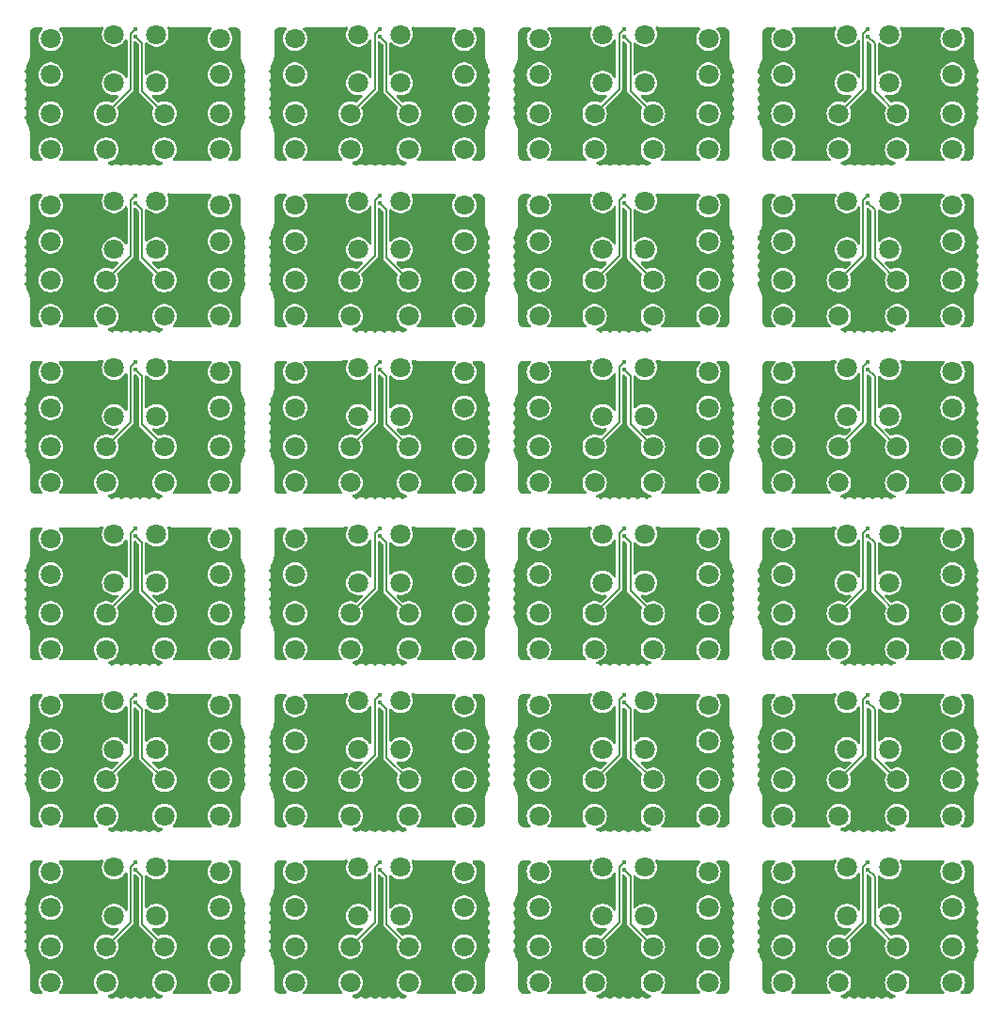
<source format=gbr>
%TF.GenerationSoftware,KiCad,Pcbnew,8.0.1-unknown-202403172319~81f55dfc9c~ubuntu22.04.1*%
%TF.CreationDate,2024-06-24T09:34:37+01:00*%
%TF.ProjectId,PANEL_DRY_ELECTRODES,50414e45-4c5f-4445-9259-5f454c454354,1.0*%
%TF.SameCoordinates,Original*%
%TF.FileFunction,Copper,L3,Inr*%
%TF.FilePolarity,Positive*%
%FSLAX46Y46*%
G04 Gerber Fmt 4.6, Leading zero omitted, Abs format (unit mm)*
G04 Created by KiCad (PCBNEW 8.0.1-unknown-202403172319~81f55dfc9c~ubuntu22.04.1) date 2024-06-24 09:34:37*
%MOMM*%
%LPD*%
G01*
G04 APERTURE LIST*
%TA.AperFunction,ComponentPad*%
%ADD10C,1.800000*%
%TD*%
%TA.AperFunction,ViaPad*%
%ADD11C,0.400000*%
%TD*%
%TA.AperFunction,Conductor*%
%ADD12C,0.152400*%
%TD*%
G04 APERTURE END LIST*
D10*
%TO.N,Board_11-/in2+*%
%TO.C,J26*%
X74375000Y-47500000D03*
%TD*%
%TO.N,Board_10-/in2+*%
%TO.C,J26*%
X52375000Y-47500000D03*
%TD*%
%TO.N,Board_22-/in6+*%
%TO.C,J30*%
X61900000Y-86500000D03*
%TD*%
%TO.N,Board_1-/in1-*%
%TO.C,J17*%
X30375000Y-10750000D03*
%TD*%
%TO.N,Board_1-/in8+*%
%TO.C,J32*%
X45625000Y-14250000D03*
%TD*%
%TO.N,Board_12-/in7-*%
%TO.C,J23*%
X23625000Y-52500000D03*
%TD*%
%TO.N,Board_23-/in8-*%
%TO.C,J24*%
X89625000Y-85750000D03*
%TD*%
%TO.N,Board_6-/in7+*%
%TO.C,J31*%
X67625000Y-32500000D03*
%TD*%
%TO.N,Board_6-/in3-*%
%TO.C,J19*%
X58095000Y-22125000D03*
%TD*%
%TO.N,Board_3-/in3-*%
%TO.C,J19*%
X80095000Y-7125000D03*
%TD*%
%TO.N,Board_13-/in4+*%
%TO.C,J28*%
X35375000Y-62500000D03*
%TD*%
%TO.N,Board_17-/in1+*%
%TO.C,J25*%
X30375000Y-74250000D03*
%TD*%
%TO.N,Board_14-/in1+*%
%TO.C,J25*%
X52375000Y-59250000D03*
%TD*%
%TO.N,Board_13-/in7+*%
%TO.C,J31*%
X45625000Y-62500000D03*
%TD*%
%TO.N,Board_7-/in3+*%
%TO.C,J27*%
X80100000Y-26500000D03*
%TD*%
%TO.N,Board_19-/in2-*%
%TO.C,J18*%
X74375000Y-67500000D03*
%TD*%
%TO.N,Board_9-/in1+*%
%TO.C,J25*%
X30375000Y-44250000D03*
%TD*%
%TO.N,Board_21-/in5+*%
%TO.C,J29*%
X40625000Y-92500000D03*
%TD*%
%TO.N,Board_21-/in5-*%
%TO.C,J21*%
X40625000Y-89250000D03*
%TD*%
%TO.N,Board_23-/in2+*%
%TO.C,J26*%
X74375000Y-92500000D03*
%TD*%
%TO.N,Board_4-/in8+*%
%TO.C,J32*%
X23625000Y-29250000D03*
%TD*%
%TO.N,Board_20-/in4-*%
%TO.C,J20*%
X13375000Y-89250000D03*
%TD*%
%TO.N,Board_4-/in4+*%
%TO.C,J28*%
X13375000Y-32500000D03*
%TD*%
%TO.N,Board_12-/in2+*%
%TO.C,J26*%
X8375000Y-62500000D03*
%TD*%
%TO.N,Board_15-/in1-*%
%TO.C,J17*%
X74375000Y-55750000D03*
%TD*%
%TO.N,Board_12-/in3-*%
%TO.C,J19*%
X14095000Y-52125000D03*
%TD*%
%TO.N,Board_23-/in5-*%
%TO.C,J21*%
X84625000Y-89250000D03*
%TD*%
%TO.N,Board_21-/in7+*%
%TO.C,J31*%
X45625000Y-92500000D03*
%TD*%
%TO.N,Board_7-/in2-*%
%TO.C,J18*%
X74375000Y-22500000D03*
%TD*%
%TO.N,Board_0-/in7+*%
%TO.C,J31*%
X23625000Y-17500000D03*
%TD*%
%TO.N,Board_22-/in7-*%
%TO.C,J23*%
X67625000Y-82500000D03*
%TD*%
%TO.N,Board_10-/in5-*%
%TO.C,J21*%
X62625000Y-44250000D03*
%TD*%
%TO.N,Board_14-/in6+*%
%TO.C,J30*%
X61900000Y-56500000D03*
%TD*%
%TO.N,Board_2-/in2+*%
%TO.C,J26*%
X52375000Y-17500000D03*
%TD*%
%TO.N,Board_12-/in6+*%
%TO.C,J30*%
X17900000Y-56500000D03*
%TD*%
%TO.N,Board_7-/in8+*%
%TO.C,J32*%
X89625000Y-29250000D03*
%TD*%
%TO.N,Board_19-/in3+*%
%TO.C,J27*%
X80100000Y-71500000D03*
%TD*%
%TO.N,Board_18-/in8+*%
%TO.C,J32*%
X67625000Y-74250000D03*
%TD*%
%TO.N,Board_17-/in3+*%
%TO.C,J27*%
X36100000Y-71500000D03*
%TD*%
%TO.N,Board_21-/in4-*%
%TO.C,J20*%
X35375000Y-89250000D03*
%TD*%
%TO.N,Board_11-/in2-*%
%TO.C,J18*%
X74375000Y-37500000D03*
%TD*%
%TO.N,Board_12-/in1-*%
%TO.C,J17*%
X8375000Y-55750000D03*
%TD*%
%TO.N,Board_22-/in4+*%
%TO.C,J28*%
X57375000Y-92500000D03*
%TD*%
%TO.N,Board_0-/in8-*%
%TO.C,J24*%
X23625000Y-10750000D03*
%TD*%
%TO.N,Board_20-/in1-*%
%TO.C,J17*%
X8375000Y-85750000D03*
%TD*%
%TO.N,Board_4-/in2+*%
%TO.C,J26*%
X8375000Y-32500000D03*
%TD*%
%TO.N,Board_9-/in4-*%
%TO.C,J20*%
X35375000Y-44250000D03*
%TD*%
%TO.N,Board_12-/in2-*%
%TO.C,J18*%
X8375000Y-52500000D03*
%TD*%
%TO.N,Board_1-/in2+*%
%TO.C,J26*%
X30375000Y-17500000D03*
%TD*%
%TO.N,Board_17-/in5+*%
%TO.C,J29*%
X40625000Y-77500000D03*
%TD*%
%TO.N,Board_18-/in1-*%
%TO.C,J17*%
X52375000Y-70750000D03*
%TD*%
%TO.N,Board_17-/in8+*%
%TO.C,J32*%
X45625000Y-74250000D03*
%TD*%
%TO.N,Board_5-/in2+*%
%TO.C,J26*%
X30375000Y-32500000D03*
%TD*%
%TO.N,Board_14-/in8+*%
%TO.C,J32*%
X67625000Y-59250000D03*
%TD*%
%TO.N,Board_7-/in7+*%
%TO.C,J31*%
X89625000Y-32500000D03*
%TD*%
%TO.N,Board_11-/in6+*%
%TO.C,J30*%
X83900000Y-41500000D03*
%TD*%
%TO.N,Board_18-/in5+*%
%TO.C,J29*%
X62625000Y-77500000D03*
%TD*%
%TO.N,Board_20-/in3+*%
%TO.C,J27*%
X14100000Y-86500000D03*
%TD*%
%TO.N,Board_7-/in3-*%
%TO.C,J19*%
X80095000Y-22125000D03*
%TD*%
%TO.N,Board_3-/in4-*%
%TO.C,J20*%
X79375000Y-14250000D03*
%TD*%
%TO.N,Board_14-/in2-*%
%TO.C,J18*%
X52375000Y-52500000D03*
%TD*%
%TO.N,Board_0-/in6+*%
%TO.C,J30*%
X17900000Y-11500000D03*
%TD*%
%TO.N,Board_2-/in5+*%
%TO.C,J29*%
X62625000Y-17500000D03*
%TD*%
%TO.N,Board_12-/in8-*%
%TO.C,J24*%
X23625000Y-55750000D03*
%TD*%
%TO.N,Board_7-/in6-*%
%TO.C,J22*%
X83905000Y-22125000D03*
%TD*%
%TO.N,Board_9-/in2+*%
%TO.C,J26*%
X30375000Y-47500000D03*
%TD*%
%TO.N,Board_10-/in3-*%
%TO.C,J19*%
X58095000Y-37125000D03*
%TD*%
%TO.N,Board_13-/in1+*%
%TO.C,J25*%
X30375000Y-59250000D03*
%TD*%
%TO.N,Board_11-/in4+*%
%TO.C,J28*%
X79375000Y-47500000D03*
%TD*%
%TO.N,Board_1-/in3-*%
%TO.C,J19*%
X36095000Y-7125000D03*
%TD*%
%TO.N,Board_4-/in7+*%
%TO.C,J31*%
X23625000Y-32500000D03*
%TD*%
%TO.N,Board_9-/in6+*%
%TO.C,J30*%
X39900000Y-41500000D03*
%TD*%
%TO.N,Board_4-/in8-*%
%TO.C,J24*%
X23625000Y-25750000D03*
%TD*%
%TO.N,Board_5-/in1+*%
%TO.C,J25*%
X30375000Y-29250000D03*
%TD*%
%TO.N,Board_8-/in8+*%
%TO.C,J32*%
X23625000Y-44250000D03*
%TD*%
%TO.N,Board_18-/in8-*%
%TO.C,J24*%
X67625000Y-70750000D03*
%TD*%
%TO.N,Board_12-/in4-*%
%TO.C,J20*%
X13375000Y-59250000D03*
%TD*%
%TO.N,Board_8-/in5-*%
%TO.C,J21*%
X18625000Y-44250000D03*
%TD*%
%TO.N,Board_2-/in6-*%
%TO.C,J22*%
X61905000Y-7125000D03*
%TD*%
%TO.N,Board_21-/in8-*%
%TO.C,J24*%
X45625000Y-85750000D03*
%TD*%
%TO.N,Board_6-/in2+*%
%TO.C,J26*%
X52375000Y-32500000D03*
%TD*%
%TO.N,Board_1-/in2-*%
%TO.C,J18*%
X30375000Y-7500000D03*
%TD*%
%TO.N,Board_15-/in3+*%
%TO.C,J27*%
X80100000Y-56500000D03*
%TD*%
%TO.N,Board_9-/in7+*%
%TO.C,J31*%
X45625000Y-47500000D03*
%TD*%
%TO.N,Board_22-/in1+*%
%TO.C,J25*%
X52375000Y-89250000D03*
%TD*%
%TO.N,Board_15-/in5-*%
%TO.C,J21*%
X84625000Y-59250000D03*
%TD*%
%TO.N,Board_1-/in4-*%
%TO.C,J20*%
X35375000Y-14250000D03*
%TD*%
%TO.N,Board_14-/in4-*%
%TO.C,J20*%
X57375000Y-59250000D03*
%TD*%
%TO.N,Board_19-/in4+*%
%TO.C,J28*%
X79375000Y-77500000D03*
%TD*%
%TO.N,Board_17-/in2+*%
%TO.C,J26*%
X30375000Y-77500000D03*
%TD*%
%TO.N,Board_2-/in4-*%
%TO.C,J20*%
X57375000Y-14250000D03*
%TD*%
%TO.N,Board_17-/in4-*%
%TO.C,J20*%
X35375000Y-74250000D03*
%TD*%
%TO.N,Board_15-/in5+*%
%TO.C,J29*%
X84625000Y-62500000D03*
%TD*%
%TO.N,Board_10-/in6-*%
%TO.C,J22*%
X61905000Y-37125000D03*
%TD*%
%TO.N,Board_11-/in1-*%
%TO.C,J17*%
X74375000Y-40750000D03*
%TD*%
%TO.N,Board_12-/in8+*%
%TO.C,J32*%
X23625000Y-59250000D03*
%TD*%
%TO.N,Board_10-/in8-*%
%TO.C,J24*%
X67625000Y-40750000D03*
%TD*%
%TO.N,Board_5-/in5+*%
%TO.C,J29*%
X40625000Y-32500000D03*
%TD*%
%TO.N,Board_9-/in2-*%
%TO.C,J18*%
X30375000Y-37500000D03*
%TD*%
%TO.N,Board_18-/in6-*%
%TO.C,J22*%
X61905000Y-67125000D03*
%TD*%
%TO.N,Board_13-/in2-*%
%TO.C,J18*%
X30375000Y-52500000D03*
%TD*%
%TO.N,Board_8-/in1+*%
%TO.C,J25*%
X8375000Y-44250000D03*
%TD*%
%TO.N,Board_3-/in3+*%
%TO.C,J27*%
X80100000Y-11500000D03*
%TD*%
%TO.N,Board_0-/in5+*%
%TO.C,J29*%
X18625000Y-17500000D03*
%TD*%
%TO.N,Board_0-/in6-*%
%TO.C,J22*%
X17905000Y-7125000D03*
%TD*%
%TO.N,Board_5-/in7+*%
%TO.C,J31*%
X45625000Y-32500000D03*
%TD*%
%TO.N,Board_23-/in1+*%
%TO.C,J25*%
X74375000Y-89250000D03*
%TD*%
%TO.N,Board_15-/in3-*%
%TO.C,J19*%
X80095000Y-52125000D03*
%TD*%
%TO.N,Board_9-/in3-*%
%TO.C,J19*%
X36095000Y-37125000D03*
%TD*%
%TO.N,Board_14-/in8-*%
%TO.C,J24*%
X67625000Y-55750000D03*
%TD*%
%TO.N,Board_21-/in3+*%
%TO.C,J27*%
X36100000Y-86500000D03*
%TD*%
%TO.N,Board_19-/in1-*%
%TO.C,J17*%
X74375000Y-70750000D03*
%TD*%
%TO.N,Board_11-/in7-*%
%TO.C,J23*%
X89625000Y-37500000D03*
%TD*%
%TO.N,Board_2-/in2-*%
%TO.C,J18*%
X52375000Y-7500000D03*
%TD*%
%TO.N,Board_15-/in8-*%
%TO.C,J24*%
X89625000Y-55750000D03*
%TD*%
%TO.N,Board_20-/in8-*%
%TO.C,J24*%
X23625000Y-85750000D03*
%TD*%
%TO.N,Board_13-/in5-*%
%TO.C,J21*%
X40625000Y-59250000D03*
%TD*%
%TO.N,Board_10-/in8+*%
%TO.C,J32*%
X67625000Y-44250000D03*
%TD*%
%TO.N,Board_0-/in4+*%
%TO.C,J28*%
X13375000Y-17500000D03*
%TD*%
%TO.N,Board_18-/in3-*%
%TO.C,J19*%
X58095000Y-67125000D03*
%TD*%
%TO.N,Board_18-/in7-*%
%TO.C,J23*%
X67625000Y-67500000D03*
%TD*%
%TO.N,Board_11-/in1+*%
%TO.C,J25*%
X74375000Y-44250000D03*
%TD*%
%TO.N,Board_8-/in8-*%
%TO.C,J24*%
X23625000Y-40750000D03*
%TD*%
%TO.N,Board_11-/in3-*%
%TO.C,J19*%
X80095000Y-37125000D03*
%TD*%
%TO.N,Board_21-/in7-*%
%TO.C,J23*%
X45625000Y-82500000D03*
%TD*%
%TO.N,Board_13-/in3-*%
%TO.C,J19*%
X36095000Y-52125000D03*
%TD*%
%TO.N,Board_12-/in7+*%
%TO.C,J31*%
X23625000Y-62500000D03*
%TD*%
%TO.N,Board_13-/in6-*%
%TO.C,J22*%
X39905000Y-52125000D03*
%TD*%
%TO.N,Board_23-/in3+*%
%TO.C,J27*%
X80100000Y-86500000D03*
%TD*%
%TO.N,Board_2-/in3-*%
%TO.C,J19*%
X58095000Y-7125000D03*
%TD*%
%TO.N,Board_7-/in2+*%
%TO.C,J26*%
X74375000Y-32500000D03*
%TD*%
%TO.N,Board_5-/in1-*%
%TO.C,J17*%
X30375000Y-25750000D03*
%TD*%
%TO.N,Board_0-/in2-*%
%TO.C,J18*%
X8375000Y-7500000D03*
%TD*%
%TO.N,Board_3-/in7+*%
%TO.C,J31*%
X89625000Y-17500000D03*
%TD*%
%TO.N,Board_18-/in4+*%
%TO.C,J28*%
X57375000Y-77500000D03*
%TD*%
%TO.N,Board_7-/in4-*%
%TO.C,J20*%
X79375000Y-29250000D03*
%TD*%
%TO.N,Board_8-/in2+*%
%TO.C,J26*%
X8375000Y-47500000D03*
%TD*%
%TO.N,Board_6-/in5-*%
%TO.C,J21*%
X62625000Y-29250000D03*
%TD*%
%TO.N,Board_20-/in5-*%
%TO.C,J21*%
X18625000Y-89250000D03*
%TD*%
%TO.N,Board_17-/in8-*%
%TO.C,J24*%
X45625000Y-70750000D03*
%TD*%
%TO.N,Board_8-/in3-*%
%TO.C,J19*%
X14095000Y-37125000D03*
%TD*%
%TO.N,Board_4-/in6+*%
%TO.C,J30*%
X17900000Y-26500000D03*
%TD*%
%TO.N,Board_12-/in1+*%
%TO.C,J25*%
X8375000Y-59250000D03*
%TD*%
%TO.N,Board_20-/in8+*%
%TO.C,J32*%
X23625000Y-89250000D03*
%TD*%
%TO.N,Board_16-/in3+*%
%TO.C,J27*%
X14100000Y-71500000D03*
%TD*%
%TO.N,Board_18-/in1+*%
%TO.C,J25*%
X52375000Y-74250000D03*
%TD*%
%TO.N,Board_20-/in7+*%
%TO.C,J31*%
X23625000Y-92500000D03*
%TD*%
%TO.N,Board_4-/in5-*%
%TO.C,J21*%
X18625000Y-29250000D03*
%TD*%
%TO.N,Board_23-/in7+*%
%TO.C,J31*%
X89625000Y-92500000D03*
%TD*%
%TO.N,Board_7-/in4+*%
%TO.C,J28*%
X79375000Y-32500000D03*
%TD*%
%TO.N,Board_15-/in6+*%
%TO.C,J30*%
X83900000Y-56500000D03*
%TD*%
%TO.N,Board_20-/in5+*%
%TO.C,J29*%
X18625000Y-92500000D03*
%TD*%
%TO.N,Board_16-/in7+*%
%TO.C,J31*%
X23625000Y-77500000D03*
%TD*%
%TO.N,Board_18-/in5-*%
%TO.C,J21*%
X62625000Y-74250000D03*
%TD*%
%TO.N,Board_15-/in8+*%
%TO.C,J32*%
X89625000Y-59250000D03*
%TD*%
%TO.N,Board_16-/in5+*%
%TO.C,J29*%
X18625000Y-77500000D03*
%TD*%
%TO.N,Board_6-/in1+*%
%TO.C,J25*%
X52375000Y-29250000D03*
%TD*%
%TO.N,Board_10-/in2-*%
%TO.C,J18*%
X52375000Y-37500000D03*
%TD*%
%TO.N,Board_23-/in6+*%
%TO.C,J30*%
X83900000Y-86500000D03*
%TD*%
%TO.N,Board_17-/in7+*%
%TO.C,J31*%
X45625000Y-77500000D03*
%TD*%
%TO.N,Board_15-/in7-*%
%TO.C,J23*%
X89625000Y-52500000D03*
%TD*%
%TO.N,Board_11-/in5-*%
%TO.C,J21*%
X84625000Y-44250000D03*
%TD*%
%TO.N,Board_10-/in4-*%
%TO.C,J20*%
X57375000Y-44250000D03*
%TD*%
%TO.N,Board_8-/in7+*%
%TO.C,J31*%
X23625000Y-47500000D03*
%TD*%
%TO.N,Board_19-/in5-*%
%TO.C,J21*%
X84625000Y-74250000D03*
%TD*%
%TO.N,Board_16-/in8-*%
%TO.C,J24*%
X23625000Y-70750000D03*
%TD*%
%TO.N,Board_15-/in4+*%
%TO.C,J28*%
X79375000Y-62500000D03*
%TD*%
%TO.N,Board_19-/in8-*%
%TO.C,J24*%
X89625000Y-70750000D03*
%TD*%
%TO.N,Board_6-/in7-*%
%TO.C,J23*%
X67625000Y-22500000D03*
%TD*%
%TO.N,Board_19-/in1+*%
%TO.C,J25*%
X74375000Y-74250000D03*
%TD*%
%TO.N,Board_10-/in4+*%
%TO.C,J28*%
X57375000Y-47500000D03*
%TD*%
%TO.N,Board_19-/in7-*%
%TO.C,J23*%
X89625000Y-67500000D03*
%TD*%
%TO.N,Board_0-/in4-*%
%TO.C,J20*%
X13375000Y-14250000D03*
%TD*%
%TO.N,Board_0-/in1-*%
%TO.C,J17*%
X8375000Y-10750000D03*
%TD*%
%TO.N,Board_4-/in3-*%
%TO.C,J19*%
X14095000Y-22125000D03*
%TD*%
%TO.N,Board_23-/in2-*%
%TO.C,J18*%
X74375000Y-82500000D03*
%TD*%
%TO.N,Board_8-/in6-*%
%TO.C,J22*%
X17905000Y-37125000D03*
%TD*%
%TO.N,Board_4-/in2-*%
%TO.C,J18*%
X8375000Y-22500000D03*
%TD*%
%TO.N,Board_6-/in2-*%
%TO.C,J18*%
X52375000Y-22500000D03*
%TD*%
%TO.N,Board_1-/in5+*%
%TO.C,J29*%
X40625000Y-17500000D03*
%TD*%
%TO.N,Board_12-/in4+*%
%TO.C,J28*%
X13375000Y-62500000D03*
%TD*%
%TO.N,Board_1-/in4+*%
%TO.C,J28*%
X35375000Y-17500000D03*
%TD*%
%TO.N,Board_5-/in3-*%
%TO.C,J19*%
X36095000Y-22125000D03*
%TD*%
%TO.N,Board_8-/in7-*%
%TO.C,J23*%
X23625000Y-37500000D03*
%TD*%
%TO.N,Board_17-/in7-*%
%TO.C,J23*%
X45625000Y-67500000D03*
%TD*%
%TO.N,Board_2-/in8-*%
%TO.C,J24*%
X67625000Y-10750000D03*
%TD*%
%TO.N,Board_5-/in4-*%
%TO.C,J20*%
X35375000Y-29250000D03*
%TD*%
%TO.N,Board_21-/in3-*%
%TO.C,J19*%
X36095000Y-82125000D03*
%TD*%
%TO.N,Board_13-/in7-*%
%TO.C,J23*%
X45625000Y-52500000D03*
%TD*%
%TO.N,Board_14-/in5-*%
%TO.C,J21*%
X62625000Y-59250000D03*
%TD*%
%TO.N,Board_21-/in1+*%
%TO.C,J25*%
X30375000Y-89250000D03*
%TD*%
%TO.N,Board_23-/in6-*%
%TO.C,J22*%
X83905000Y-82125000D03*
%TD*%
%TO.N,Board_6-/in4-*%
%TO.C,J20*%
X57375000Y-29250000D03*
%TD*%
%TO.N,Board_2-/in1+*%
%TO.C,J25*%
X52375000Y-14250000D03*
%TD*%
%TO.N,Board_20-/in2-*%
%TO.C,J18*%
X8375000Y-82500000D03*
%TD*%
%TO.N,Board_6-/in6-*%
%TO.C,J22*%
X61905000Y-22125000D03*
%TD*%
%TO.N,Board_5-/in4+*%
%TO.C,J28*%
X35375000Y-32500000D03*
%TD*%
%TO.N,Board_16-/in6+*%
%TO.C,J30*%
X17900000Y-71500000D03*
%TD*%
%TO.N,Board_7-/in6+*%
%TO.C,J30*%
X83900000Y-26500000D03*
%TD*%
%TO.N,Board_20-/in3-*%
%TO.C,J19*%
X14095000Y-82125000D03*
%TD*%
%TO.N,Board_2-/in1-*%
%TO.C,J17*%
X52375000Y-10750000D03*
%TD*%
%TO.N,Board_13-/in5+*%
%TO.C,J29*%
X40625000Y-62500000D03*
%TD*%
%TO.N,Board_1-/in7-*%
%TO.C,J23*%
X45625000Y-7500000D03*
%TD*%
%TO.N,Board_1-/in5-*%
%TO.C,J21*%
X40625000Y-14250000D03*
%TD*%
%TO.N,Board_8-/in2-*%
%TO.C,J18*%
X8375000Y-37500000D03*
%TD*%
%TO.N,Board_13-/in6+*%
%TO.C,J30*%
X39900000Y-56500000D03*
%TD*%
%TO.N,Board_13-/in8+*%
%TO.C,J32*%
X45625000Y-59250000D03*
%TD*%
%TO.N,Board_6-/in3+*%
%TO.C,J27*%
X58100000Y-26500000D03*
%TD*%
%TO.N,Board_11-/in3+*%
%TO.C,J27*%
X80100000Y-41500000D03*
%TD*%
%TO.N,Board_5-/in7-*%
%TO.C,J23*%
X45625000Y-22500000D03*
%TD*%
%TO.N,Board_4-/in1+*%
%TO.C,J25*%
X8375000Y-29250000D03*
%TD*%
%TO.N,Board_23-/in3-*%
%TO.C,J19*%
X80095000Y-82125000D03*
%TD*%
%TO.N,Board_22-/in3+*%
%TO.C,J27*%
X58100000Y-86500000D03*
%TD*%
%TO.N,Board_11-/in7+*%
%TO.C,J31*%
X89625000Y-47500000D03*
%TD*%
%TO.N,Board_5-/in6+*%
%TO.C,J30*%
X39900000Y-26500000D03*
%TD*%
%TO.N,Board_20-/in4+*%
%TO.C,J28*%
X13375000Y-92500000D03*
%TD*%
%TO.N,Board_21-/in8+*%
%TO.C,J32*%
X45625000Y-89250000D03*
%TD*%
%TO.N,Board_16-/in1-*%
%TO.C,J17*%
X8375000Y-70750000D03*
%TD*%
%TO.N,Board_2-/in3+*%
%TO.C,J27*%
X58100000Y-11500000D03*
%TD*%
%TO.N,Board_19-/in8+*%
%TO.C,J32*%
X89625000Y-74250000D03*
%TD*%
%TO.N,Board_23-/in4+*%
%TO.C,J28*%
X79375000Y-92500000D03*
%TD*%
%TO.N,Board_4-/in3+*%
%TO.C,J27*%
X14100000Y-26500000D03*
%TD*%
%TO.N,Board_8-/in4-*%
%TO.C,J20*%
X13375000Y-44250000D03*
%TD*%
%TO.N,Board_3-/in2-*%
%TO.C,J18*%
X74375000Y-7500000D03*
%TD*%
%TO.N,Board_10-/in1-*%
%TO.C,J17*%
X52375000Y-40750000D03*
%TD*%
%TO.N,Board_6-/in6+*%
%TO.C,J30*%
X61900000Y-26500000D03*
%TD*%
%TO.N,Board_7-/in5-*%
%TO.C,J21*%
X84625000Y-29250000D03*
%TD*%
%TO.N,Board_16-/in2+*%
%TO.C,J26*%
X8375000Y-77500000D03*
%TD*%
%TO.N,Board_1-/in3+*%
%TO.C,J27*%
X36100000Y-11500000D03*
%TD*%
%TO.N,Board_12-/in6-*%
%TO.C,J22*%
X17905000Y-52125000D03*
%TD*%
%TO.N,Board_8-/in4+*%
%TO.C,J28*%
X13375000Y-47500000D03*
%TD*%
%TO.N,Board_16-/in8+*%
%TO.C,J32*%
X23625000Y-74250000D03*
%TD*%
%TO.N,Board_9-/in1-*%
%TO.C,J17*%
X30375000Y-40750000D03*
%TD*%
%TO.N,Board_10-/in1+*%
%TO.C,J25*%
X52375000Y-44250000D03*
%TD*%
%TO.N,Board_18-/in4-*%
%TO.C,J20*%
X57375000Y-74250000D03*
%TD*%
%TO.N,Board_23-/in8+*%
%TO.C,J32*%
X89625000Y-89250000D03*
%TD*%
%TO.N,Board_13-/in4-*%
%TO.C,J20*%
X35375000Y-59250000D03*
%TD*%
%TO.N,Board_18-/in3+*%
%TO.C,J27*%
X58100000Y-71500000D03*
%TD*%
%TO.N,Board_3-/in6-*%
%TO.C,J22*%
X83905000Y-7125000D03*
%TD*%
%TO.N,Board_2-/in7-*%
%TO.C,J23*%
X67625000Y-7500000D03*
%TD*%
%TO.N,Board_3-/in1-*%
%TO.C,J17*%
X74375000Y-10750000D03*
%TD*%
%TO.N,Board_14-/in7+*%
%TO.C,J31*%
X67625000Y-62500000D03*
%TD*%
%TO.N,Board_19-/in4-*%
%TO.C,J20*%
X79375000Y-74250000D03*
%TD*%
%TO.N,Board_0-/in3-*%
%TO.C,J19*%
X14095000Y-7125000D03*
%TD*%
%TO.N,Board_2-/in7+*%
%TO.C,J31*%
X67625000Y-17500000D03*
%TD*%
%TO.N,Board_18-/in2-*%
%TO.C,J18*%
X52375000Y-67500000D03*
%TD*%
%TO.N,Board_1-/in1+*%
%TO.C,J25*%
X30375000Y-14250000D03*
%TD*%
%TO.N,Board_10-/in6+*%
%TO.C,J30*%
X61900000Y-41500000D03*
%TD*%
%TO.N,Board_5-/in3+*%
%TO.C,J27*%
X36100000Y-26500000D03*
%TD*%
%TO.N,Board_14-/in7-*%
%TO.C,J23*%
X67625000Y-52500000D03*
%TD*%
%TO.N,Board_22-/in1-*%
%TO.C,J17*%
X52375000Y-85750000D03*
%TD*%
%TO.N,Board_3-/in7-*%
%TO.C,J23*%
X89625000Y-7500000D03*
%TD*%
%TO.N,Board_1-/in8-*%
%TO.C,J24*%
X45625000Y-10750000D03*
%TD*%
%TO.N,Board_17-/in3-*%
%TO.C,J19*%
X36095000Y-67125000D03*
%TD*%
%TO.N,Board_6-/in8-*%
%TO.C,J24*%
X67625000Y-25750000D03*
%TD*%
%TO.N,Board_20-/in2+*%
%TO.C,J26*%
X8375000Y-92500000D03*
%TD*%
%TO.N,Board_10-/in3+*%
%TO.C,J27*%
X58100000Y-41500000D03*
%TD*%
%TO.N,Board_9-/in6-*%
%TO.C,J22*%
X39905000Y-37125000D03*
%TD*%
%TO.N,Board_15-/in7+*%
%TO.C,J31*%
X89625000Y-62500000D03*
%TD*%
%TO.N,Board_0-/in1+*%
%TO.C,J25*%
X8375000Y-14250000D03*
%TD*%
%TO.N,Board_11-/in4-*%
%TO.C,J20*%
X79375000Y-44250000D03*
%TD*%
%TO.N,Board_0-/in7-*%
%TO.C,J23*%
X23625000Y-7500000D03*
%TD*%
%TO.N,Board_19-/in6+*%
%TO.C,J30*%
X83900000Y-71500000D03*
%TD*%
%TO.N,Board_22-/in5+*%
%TO.C,J29*%
X62625000Y-92500000D03*
%TD*%
%TO.N,Board_17-/in1-*%
%TO.C,J17*%
X30375000Y-70750000D03*
%TD*%
%TO.N,Board_23-/in5+*%
%TO.C,J29*%
X84625000Y-92500000D03*
%TD*%
%TO.N,Board_8-/in3+*%
%TO.C,J27*%
X14100000Y-41500000D03*
%TD*%
%TO.N,Board_7-/in8-*%
%TO.C,J24*%
X89625000Y-25750000D03*
%TD*%
%TO.N,Board_13-/in2+*%
%TO.C,J26*%
X30375000Y-62500000D03*
%TD*%
%TO.N,Board_16-/in1+*%
%TO.C,J25*%
X8375000Y-74250000D03*
%TD*%
%TO.N,Board_16-/in7-*%
%TO.C,J23*%
X23625000Y-67500000D03*
%TD*%
%TO.N,Board_19-/in3-*%
%TO.C,J19*%
X80095000Y-67125000D03*
%TD*%
%TO.N,Board_15-/in1+*%
%TO.C,J25*%
X74375000Y-59250000D03*
%TD*%
%TO.N,Board_14-/in3-*%
%TO.C,J19*%
X58095000Y-52125000D03*
%TD*%
%TO.N,Board_4-/in1-*%
%TO.C,J17*%
X8375000Y-25750000D03*
%TD*%
%TO.N,Board_1-/in6-*%
%TO.C,J22*%
X39905000Y-7125000D03*
%TD*%
%TO.N,Board_3-/in8+*%
%TO.C,J32*%
X89625000Y-14250000D03*
%TD*%
%TO.N,Board_2-/in4+*%
%TO.C,J28*%
X57375000Y-17500000D03*
%TD*%
%TO.N,Board_12-/in5+*%
%TO.C,J29*%
X18625000Y-62500000D03*
%TD*%
%TO.N,Board_9-/in3+*%
%TO.C,J27*%
X36100000Y-41500000D03*
%TD*%
%TO.N,Board_16-/in2-*%
%TO.C,J18*%
X8375000Y-67500000D03*
%TD*%
%TO.N,Board_23-/in4-*%
%TO.C,J20*%
X79375000Y-89250000D03*
%TD*%
%TO.N,Board_11-/in8+*%
%TO.C,J32*%
X89625000Y-44250000D03*
%TD*%
%TO.N,Board_6-/in8+*%
%TO.C,J32*%
X67625000Y-29250000D03*
%TD*%
%TO.N,Board_15-/in2-*%
%TO.C,J18*%
X74375000Y-52500000D03*
%TD*%
%TO.N,Board_2-/in5-*%
%TO.C,J21*%
X62625000Y-14250000D03*
%TD*%
%TO.N,Board_7-/in7-*%
%TO.C,J23*%
X89625000Y-22500000D03*
%TD*%
%TO.N,Board_14-/in4+*%
%TO.C,J28*%
X57375000Y-62500000D03*
%TD*%
%TO.N,Board_23-/in1-*%
%TO.C,J17*%
X74375000Y-85750000D03*
%TD*%
%TO.N,Board_13-/in1-*%
%TO.C,J17*%
X30375000Y-55750000D03*
%TD*%
%TO.N,Board_6-/in4+*%
%TO.C,J28*%
X57375000Y-32500000D03*
%TD*%
%TO.N,Board_0-/in3+*%
%TO.C,J27*%
X14100000Y-11500000D03*
%TD*%
%TO.N,Board_22-/in8-*%
%TO.C,J24*%
X67625000Y-85750000D03*
%TD*%
%TO.N,Board_13-/in8-*%
%TO.C,J24*%
X45625000Y-55750000D03*
%TD*%
%TO.N,Board_5-/in8+*%
%TO.C,J32*%
X45625000Y-29250000D03*
%TD*%
%TO.N,Board_1-/in7+*%
%TO.C,J31*%
X45625000Y-17500000D03*
%TD*%
%TO.N,Board_7-/in1+*%
%TO.C,J25*%
X74375000Y-29250000D03*
%TD*%
%TO.N,Board_11-/in5+*%
%TO.C,J29*%
X84625000Y-47500000D03*
%TD*%
%TO.N,Board_16-/in6-*%
%TO.C,J22*%
X17905000Y-67125000D03*
%TD*%
%TO.N,Board_21-/in6-*%
%TO.C,J22*%
X39905000Y-82125000D03*
%TD*%
%TO.N,Board_3-/in8-*%
%TO.C,J24*%
X89625000Y-10750000D03*
%TD*%
%TO.N,Board_3-/in1+*%
%TO.C,J25*%
X74375000Y-14250000D03*
%TD*%
%TO.N,Board_5-/in8-*%
%TO.C,J24*%
X45625000Y-25750000D03*
%TD*%
%TO.N,Board_22-/in4-*%
%TO.C,J20*%
X57375000Y-89250000D03*
%TD*%
%TO.N,Board_21-/in2+*%
%TO.C,J26*%
X30375000Y-92500000D03*
%TD*%
%TO.N,Board_3-/in4+*%
%TO.C,J28*%
X79375000Y-17500000D03*
%TD*%
%TO.N,Board_7-/in5+*%
%TO.C,J29*%
X84625000Y-32500000D03*
%TD*%
%TO.N,Board_12-/in5-*%
%TO.C,J21*%
X18625000Y-59250000D03*
%TD*%
%TO.N,Board_15-/in4-*%
%TO.C,J20*%
X79375000Y-59250000D03*
%TD*%
%TO.N,Board_17-/in6-*%
%TO.C,J22*%
X39905000Y-67125000D03*
%TD*%
%TO.N,Board_17-/in4+*%
%TO.C,J28*%
X35375000Y-77500000D03*
%TD*%
%TO.N,Board_4-/in5+*%
%TO.C,J29*%
X18625000Y-32500000D03*
%TD*%
%TO.N,Board_9-/in8+*%
%TO.C,J32*%
X45625000Y-44250000D03*
%TD*%
%TO.N,Board_14-/in1-*%
%TO.C,J17*%
X52375000Y-55750000D03*
%TD*%
%TO.N,Board_14-/in5+*%
%TO.C,J29*%
X62625000Y-62500000D03*
%TD*%
%TO.N,Board_4-/in4-*%
%TO.C,J20*%
X13375000Y-29250000D03*
%TD*%
%TO.N,Board_3-/in5+*%
%TO.C,J29*%
X84625000Y-17500000D03*
%TD*%
%TO.N,Board_20-/in7-*%
%TO.C,J23*%
X23625000Y-82500000D03*
%TD*%
%TO.N,Board_22-/in6-*%
%TO.C,J22*%
X61905000Y-82125000D03*
%TD*%
%TO.N,Board_14-/in2+*%
%TO.C,J26*%
X52375000Y-62500000D03*
%TD*%
%TO.N,Board_3-/in6+*%
%TO.C,J30*%
X83900000Y-11500000D03*
%TD*%
%TO.N,Board_17-/in5-*%
%TO.C,J21*%
X40625000Y-74250000D03*
%TD*%
%TO.N,Board_17-/in6+*%
%TO.C,J30*%
X39900000Y-71500000D03*
%TD*%
%TO.N,Board_0-/in8+*%
%TO.C,J32*%
X23625000Y-14250000D03*
%TD*%
%TO.N,Board_21-/in1-*%
%TO.C,J17*%
X30375000Y-85750000D03*
%TD*%
%TO.N,Board_5-/in2-*%
%TO.C,J18*%
X30375000Y-22500000D03*
%TD*%
%TO.N,Board_19-/in2+*%
%TO.C,J26*%
X74375000Y-77500000D03*
%TD*%
%TO.N,Board_13-/in3+*%
%TO.C,J27*%
X36100000Y-56500000D03*
%TD*%
%TO.N,Board_15-/in6-*%
%TO.C,J22*%
X83905000Y-52125000D03*
%TD*%
%TO.N,Board_22-/in5-*%
%TO.C,J21*%
X62625000Y-89250000D03*
%TD*%
%TO.N,Board_16-/in5-*%
%TO.C,J21*%
X18625000Y-74250000D03*
%TD*%
%TO.N,Board_4-/in7-*%
%TO.C,J23*%
X23625000Y-22500000D03*
%TD*%
%TO.N,Board_7-/in1-*%
%TO.C,J17*%
X74375000Y-25750000D03*
%TD*%
%TO.N,Board_14-/in6-*%
%TO.C,J22*%
X61905000Y-52125000D03*
%TD*%
%TO.N,Board_9-/in5+*%
%TO.C,J29*%
X40625000Y-47500000D03*
%TD*%
%TO.N,Board_10-/in5+*%
%TO.C,J29*%
X62625000Y-47500000D03*
%TD*%
%TO.N,Board_21-/in2-*%
%TO.C,J18*%
X30375000Y-82500000D03*
%TD*%
%TO.N,Board_22-/in7+*%
%TO.C,J31*%
X67625000Y-92500000D03*
%TD*%
%TO.N,Board_8-/in5+*%
%TO.C,J29*%
X18625000Y-47500000D03*
%TD*%
%TO.N,Board_20-/in1+*%
%TO.C,J25*%
X8375000Y-89250000D03*
%TD*%
%TO.N,Board_22-/in2-*%
%TO.C,J18*%
X52375000Y-82500000D03*
%TD*%
%TO.N,Board_6-/in5+*%
%TO.C,J29*%
X62625000Y-32500000D03*
%TD*%
%TO.N,Board_5-/in5-*%
%TO.C,J21*%
X40625000Y-29250000D03*
%TD*%
%TO.N,Board_16-/in4+*%
%TO.C,J28*%
X13375000Y-77500000D03*
%TD*%
%TO.N,Board_21-/in4+*%
%TO.C,J28*%
X35375000Y-92500000D03*
%TD*%
%TO.N,Board_6-/in1-*%
%TO.C,J17*%
X52375000Y-25750000D03*
%TD*%
%TO.N,Board_9-/in7-*%
%TO.C,J23*%
X45625000Y-37500000D03*
%TD*%
%TO.N,Board_11-/in6-*%
%TO.C,J22*%
X83905000Y-37125000D03*
%TD*%
%TO.N,Board_9-/in5-*%
%TO.C,J21*%
X40625000Y-44250000D03*
%TD*%
%TO.N,Board_23-/in7-*%
%TO.C,J23*%
X89625000Y-82500000D03*
%TD*%
%TO.N,Board_20-/in6-*%
%TO.C,J22*%
X17905000Y-82125000D03*
%TD*%
%TO.N,Board_1-/in6+*%
%TO.C,J30*%
X39900000Y-11500000D03*
%TD*%
%TO.N,Board_18-/in2+*%
%TO.C,J26*%
X52375000Y-77500000D03*
%TD*%
%TO.N,Board_2-/in6+*%
%TO.C,J30*%
X61900000Y-11500000D03*
%TD*%
%TO.N,Board_10-/in7+*%
%TO.C,J31*%
X67625000Y-47500000D03*
%TD*%
%TO.N,Board_22-/in8+*%
%TO.C,J32*%
X67625000Y-89250000D03*
%TD*%
%TO.N,Board_15-/in2+*%
%TO.C,J26*%
X74375000Y-62500000D03*
%TD*%
%TO.N,Board_8-/in1-*%
%TO.C,J17*%
X8375000Y-40750000D03*
%TD*%
%TO.N,Board_10-/in7-*%
%TO.C,J23*%
X67625000Y-37500000D03*
%TD*%
%TO.N,Board_19-/in6-*%
%TO.C,J22*%
X83905000Y-67125000D03*
%TD*%
%TO.N,Board_5-/in6-*%
%TO.C,J22*%
X39905000Y-22125000D03*
%TD*%
%TO.N,Board_3-/in2+*%
%TO.C,J26*%
X74375000Y-17500000D03*
%TD*%
%TO.N,Board_0-/in2+*%
%TO.C,J26*%
X8375000Y-17500000D03*
%TD*%
%TO.N,Board_22-/in3-*%
%TO.C,J19*%
X58095000Y-82125000D03*
%TD*%
%TO.N,Board_18-/in6+*%
%TO.C,J30*%
X61900000Y-71500000D03*
%TD*%
%TO.N,Board_18-/in7+*%
%TO.C,J31*%
X67625000Y-77500000D03*
%TD*%
%TO.N,Board_0-/in5-*%
%TO.C,J21*%
X18625000Y-14250000D03*
%TD*%
%TO.N,Board_11-/in8-*%
%TO.C,J24*%
X89625000Y-40750000D03*
%TD*%
%TO.N,Board_17-/in2-*%
%TO.C,J18*%
X30375000Y-67500000D03*
%TD*%
%TO.N,Board_12-/in3+*%
%TO.C,J27*%
X14100000Y-56500000D03*
%TD*%
%TO.N,Board_9-/in8-*%
%TO.C,J24*%
X45625000Y-40750000D03*
%TD*%
%TO.N,Board_3-/in5-*%
%TO.C,J21*%
X84625000Y-14250000D03*
%TD*%
%TO.N,Board_16-/in4-*%
%TO.C,J20*%
X13375000Y-74250000D03*
%TD*%
%TO.N,Board_2-/in8+*%
%TO.C,J32*%
X67625000Y-14250000D03*
%TD*%
%TO.N,Board_20-/in6+*%
%TO.C,J30*%
X17900000Y-86500000D03*
%TD*%
%TO.N,Board_19-/in5+*%
%TO.C,J29*%
X84625000Y-77500000D03*
%TD*%
%TO.N,Board_9-/in4+*%
%TO.C,J28*%
X35375000Y-47500000D03*
%TD*%
%TO.N,Board_22-/in2+*%
%TO.C,J26*%
X52375000Y-92500000D03*
%TD*%
%TO.N,Board_16-/in3-*%
%TO.C,J19*%
X14095000Y-67125000D03*
%TD*%
%TO.N,Board_21-/in6+*%
%TO.C,J30*%
X39900000Y-86500000D03*
%TD*%
%TO.N,Board_8-/in6+*%
%TO.C,J30*%
X17900000Y-41500000D03*
%TD*%
%TO.N,Board_4-/in6-*%
%TO.C,J22*%
X17905000Y-22125000D03*
%TD*%
%TO.N,Board_14-/in3+*%
%TO.C,J27*%
X58100000Y-56500000D03*
%TD*%
%TO.N,Board_19-/in7+*%
%TO.C,J31*%
X89625000Y-77500000D03*
%TD*%
D11*
%TO.N,Board_23-GND*%
X87125000Y-90875000D03*
X76875000Y-90875000D03*
%TO.N,Board_23-/in5-*%
X82000000Y-82300000D03*
%TO.N,Board_23-/in4-*%
X82000000Y-81625000D03*
%TO.N,Board_22-GND*%
X54875000Y-90875000D03*
X65125000Y-90875000D03*
%TO.N,Board_22-/in5-*%
X60000000Y-82300000D03*
%TO.N,Board_22-/in4-*%
X60000000Y-81625000D03*
%TO.N,Board_21-GND*%
X32875000Y-90875000D03*
X43125000Y-90875000D03*
%TO.N,Board_21-/in5-*%
X38000000Y-82300000D03*
%TO.N,Board_21-/in4-*%
X38000000Y-81625000D03*
%TO.N,Board_20-GND*%
X10875000Y-90875000D03*
X21125000Y-90875000D03*
%TO.N,Board_20-/in5-*%
X16000000Y-82300000D03*
%TO.N,Board_20-/in4-*%
X16000000Y-81625000D03*
%TO.N,Board_19-GND*%
X87125000Y-75875000D03*
X76875000Y-75875000D03*
%TO.N,Board_19-/in5-*%
X82000000Y-67300000D03*
%TO.N,Board_19-/in4-*%
X82000000Y-66625000D03*
%TO.N,Board_18-GND*%
X65125000Y-75875000D03*
X54875000Y-75875000D03*
%TO.N,Board_18-/in5-*%
X60000000Y-67300000D03*
%TO.N,Board_18-/in4-*%
X60000000Y-66625000D03*
%TO.N,Board_17-GND*%
X32875000Y-75875000D03*
X43125000Y-75875000D03*
%TO.N,Board_17-/in5-*%
X38000000Y-67300000D03*
%TO.N,Board_17-/in4-*%
X38000000Y-66625000D03*
%TO.N,Board_16-GND*%
X21125000Y-75875000D03*
X10875000Y-75875000D03*
%TO.N,Board_16-/in5-*%
X16000000Y-67300000D03*
%TO.N,Board_16-/in4-*%
X16000000Y-66625000D03*
%TO.N,Board_15-GND*%
X76875000Y-60875000D03*
X87125000Y-60875000D03*
%TO.N,Board_15-/in5-*%
X82000000Y-52300000D03*
%TO.N,Board_15-/in4-*%
X82000000Y-51625000D03*
%TO.N,Board_14-GND*%
X54875000Y-60875000D03*
X65125000Y-60875000D03*
%TO.N,Board_14-/in5-*%
X60000000Y-52300000D03*
%TO.N,Board_14-/in4-*%
X60000000Y-51625000D03*
%TO.N,Board_13-GND*%
X32875000Y-60875000D03*
X43125000Y-60875000D03*
%TO.N,Board_13-/in5-*%
X38000000Y-52300000D03*
%TO.N,Board_13-/in4-*%
X38000000Y-51625000D03*
%TO.N,Board_12-GND*%
X21125000Y-60875000D03*
X10875000Y-60875000D03*
%TO.N,Board_12-/in5-*%
X16000000Y-52300000D03*
%TO.N,Board_12-/in4-*%
X16000000Y-51625000D03*
%TO.N,Board_11-GND*%
X87125000Y-45875000D03*
X76875000Y-45875000D03*
%TO.N,Board_11-/in5-*%
X82000000Y-37300000D03*
%TO.N,Board_11-/in4-*%
X82000000Y-36625000D03*
%TO.N,Board_10-GND*%
X65125000Y-45875000D03*
X54875000Y-45875000D03*
%TO.N,Board_10-/in5-*%
X60000000Y-37300000D03*
%TO.N,Board_10-/in4-*%
X60000000Y-36625000D03*
%TO.N,Board_9-GND*%
X32875000Y-45875000D03*
X43125000Y-45875000D03*
%TO.N,Board_9-/in5-*%
X38000000Y-37300000D03*
%TO.N,Board_9-/in4-*%
X38000000Y-36625000D03*
%TO.N,Board_8-GND*%
X21125000Y-45875000D03*
X10875000Y-45875000D03*
%TO.N,Board_8-/in5-*%
X16000000Y-37300000D03*
%TO.N,Board_8-/in4-*%
X16000000Y-36625000D03*
%TO.N,Board_7-GND*%
X76875000Y-30875000D03*
X87125000Y-30875000D03*
%TO.N,Board_7-/in5-*%
X82000000Y-22300000D03*
%TO.N,Board_7-/in4-*%
X82000000Y-21625000D03*
%TO.N,Board_6-GND*%
X65125000Y-30875000D03*
X54875000Y-30875000D03*
%TO.N,Board_6-/in5-*%
X60000000Y-22300000D03*
%TO.N,Board_6-/in4-*%
X60000000Y-21625000D03*
%TO.N,Board_5-GND*%
X43125000Y-30875000D03*
X32875000Y-30875000D03*
%TO.N,Board_5-/in5-*%
X38000000Y-22300000D03*
%TO.N,Board_5-/in4-*%
X38000000Y-21625000D03*
%TO.N,Board_4-GND*%
X10875000Y-30875000D03*
X21125000Y-30875000D03*
%TO.N,Board_4-/in5-*%
X16000000Y-22300000D03*
%TO.N,Board_4-/in4-*%
X16000000Y-21625000D03*
%TO.N,Board_3-GND*%
X87125000Y-15875000D03*
X76875000Y-15875000D03*
%TO.N,Board_3-/in5-*%
X82000000Y-7300000D03*
%TO.N,Board_3-/in4-*%
X82000000Y-6625000D03*
%TO.N,Board_2-GND*%
X54875000Y-15875000D03*
X65125000Y-15875000D03*
%TO.N,Board_2-/in5-*%
X60000000Y-7300000D03*
%TO.N,Board_2-/in4-*%
X60000000Y-6625000D03*
%TO.N,Board_1-GND*%
X32875000Y-15875000D03*
X43125000Y-15875000D03*
%TO.N,Board_1-/in5-*%
X38000000Y-7300000D03*
%TO.N,Board_1-/in4-*%
X38000000Y-6625000D03*
%TO.N,Board_0-GND*%
X10875000Y-15875000D03*
X21125000Y-15875000D03*
%TO.N,Board_0-/in5-*%
X16000000Y-7300000D03*
%TO.N,Board_0-/in4-*%
X16000000Y-6625000D03*
%TD*%
D12*
%TO.N,Board_23-/in5-*%
X82600000Y-87225000D02*
X84625000Y-89250000D01*
X82000000Y-82300000D02*
X82600000Y-82900000D01*
X82600000Y-82900000D02*
X82600000Y-87225000D01*
%TO.N,Board_23-/in4-*%
X81573800Y-87051200D02*
X79375000Y-89250000D01*
X82000000Y-81625000D02*
X81573800Y-82051200D01*
X81573800Y-82051200D02*
X81573800Y-87051200D01*
%TO.N,Board_22-/in5-*%
X60000000Y-82300000D02*
X60600000Y-82900000D01*
X60600000Y-82900000D02*
X60600000Y-87225000D01*
X60600000Y-87225000D02*
X62625000Y-89250000D01*
%TO.N,Board_22-/in4-*%
X59573800Y-87051200D02*
X57375000Y-89250000D01*
X59573800Y-82051200D02*
X59573800Y-87051200D01*
X60000000Y-81625000D02*
X59573800Y-82051200D01*
%TO.N,Board_21-/in5-*%
X38600000Y-87225000D02*
X40625000Y-89250000D01*
X38600000Y-82900000D02*
X38600000Y-87225000D01*
X38000000Y-82300000D02*
X38600000Y-82900000D01*
%TO.N,Board_21-/in4-*%
X37573800Y-82051200D02*
X37573800Y-87051200D01*
X37573800Y-87051200D02*
X35375000Y-89250000D01*
X38000000Y-81625000D02*
X37573800Y-82051200D01*
%TO.N,Board_20-/in5-*%
X16600000Y-82900000D02*
X16600000Y-87225000D01*
X16600000Y-87225000D02*
X18625000Y-89250000D01*
X16000000Y-82300000D02*
X16600000Y-82900000D01*
%TO.N,Board_20-/in4-*%
X15573800Y-87051200D02*
X13375000Y-89250000D01*
X15573800Y-82051200D02*
X15573800Y-87051200D01*
X16000000Y-81625000D02*
X15573800Y-82051200D01*
%TO.N,Board_19-/in5-*%
X82000000Y-67300000D02*
X82600000Y-67900000D01*
X82600000Y-72225000D02*
X84625000Y-74250000D01*
X82600000Y-67900000D02*
X82600000Y-72225000D01*
%TO.N,Board_19-/in4-*%
X82000000Y-66625000D02*
X81573800Y-67051200D01*
X81573800Y-67051200D02*
X81573800Y-72051200D01*
X81573800Y-72051200D02*
X79375000Y-74250000D01*
%TO.N,Board_18-/in5-*%
X60600000Y-67900000D02*
X60600000Y-72225000D01*
X60600000Y-72225000D02*
X62625000Y-74250000D01*
X60000000Y-67300000D02*
X60600000Y-67900000D01*
%TO.N,Board_18-/in4-*%
X59573800Y-72051200D02*
X57375000Y-74250000D01*
X59573800Y-67051200D02*
X59573800Y-72051200D01*
X60000000Y-66625000D02*
X59573800Y-67051200D01*
%TO.N,Board_17-/in5-*%
X38000000Y-67300000D02*
X38600000Y-67900000D01*
X38600000Y-67900000D02*
X38600000Y-72225000D01*
X38600000Y-72225000D02*
X40625000Y-74250000D01*
%TO.N,Board_17-/in4-*%
X38000000Y-66625000D02*
X37573800Y-67051200D01*
X37573800Y-72051200D02*
X35375000Y-74250000D01*
X37573800Y-67051200D02*
X37573800Y-72051200D01*
%TO.N,Board_16-/in5-*%
X16600000Y-67900000D02*
X16600000Y-72225000D01*
X16000000Y-67300000D02*
X16600000Y-67900000D01*
X16600000Y-72225000D02*
X18625000Y-74250000D01*
%TO.N,Board_16-/in4-*%
X15573800Y-72051200D02*
X13375000Y-74250000D01*
X16000000Y-66625000D02*
X15573800Y-67051200D01*
X15573800Y-67051200D02*
X15573800Y-72051200D01*
%TO.N,Board_15-/in5-*%
X82000000Y-52300000D02*
X82600000Y-52900000D01*
X82600000Y-57225000D02*
X84625000Y-59250000D01*
X82600000Y-52900000D02*
X82600000Y-57225000D01*
%TO.N,Board_15-/in4-*%
X82000000Y-51625000D02*
X81573800Y-52051200D01*
X81573800Y-52051200D02*
X81573800Y-57051200D01*
X81573800Y-57051200D02*
X79375000Y-59250000D01*
%TO.N,Board_14-/in5-*%
X60600000Y-52900000D02*
X60600000Y-57225000D01*
X60000000Y-52300000D02*
X60600000Y-52900000D01*
X60600000Y-57225000D02*
X62625000Y-59250000D01*
%TO.N,Board_14-/in4-*%
X60000000Y-51625000D02*
X59573800Y-52051200D01*
X59573800Y-52051200D02*
X59573800Y-57051200D01*
X59573800Y-57051200D02*
X57375000Y-59250000D01*
%TO.N,Board_13-/in5-*%
X38600000Y-57225000D02*
X40625000Y-59250000D01*
X38600000Y-52900000D02*
X38600000Y-57225000D01*
X38000000Y-52300000D02*
X38600000Y-52900000D01*
%TO.N,Board_13-/in4-*%
X38000000Y-51625000D02*
X37573800Y-52051200D01*
X37573800Y-52051200D02*
X37573800Y-57051200D01*
X37573800Y-57051200D02*
X35375000Y-59250000D01*
%TO.N,Board_12-/in5-*%
X16600000Y-52900000D02*
X16600000Y-57225000D01*
X16000000Y-52300000D02*
X16600000Y-52900000D01*
X16600000Y-57225000D02*
X18625000Y-59250000D01*
%TO.N,Board_12-/in4-*%
X15573800Y-57051200D02*
X13375000Y-59250000D01*
X15573800Y-52051200D02*
X15573800Y-57051200D01*
X16000000Y-51625000D02*
X15573800Y-52051200D01*
%TO.N,Board_11-/in5-*%
X82000000Y-37300000D02*
X82600000Y-37900000D01*
X82600000Y-42225000D02*
X84625000Y-44250000D01*
X82600000Y-37900000D02*
X82600000Y-42225000D01*
%TO.N,Board_11-/in4-*%
X82000000Y-36625000D02*
X81573800Y-37051200D01*
X81573800Y-37051200D02*
X81573800Y-42051200D01*
X81573800Y-42051200D02*
X79375000Y-44250000D01*
%TO.N,Board_10-/in5-*%
X60600000Y-42225000D02*
X62625000Y-44250000D01*
X60000000Y-37300000D02*
X60600000Y-37900000D01*
X60600000Y-37900000D02*
X60600000Y-42225000D01*
%TO.N,Board_10-/in4-*%
X60000000Y-36625000D02*
X59573800Y-37051200D01*
X59573800Y-37051200D02*
X59573800Y-42051200D01*
X59573800Y-42051200D02*
X57375000Y-44250000D01*
%TO.N,Board_9-/in5-*%
X38600000Y-42225000D02*
X40625000Y-44250000D01*
X38600000Y-37900000D02*
X38600000Y-42225000D01*
X38000000Y-37300000D02*
X38600000Y-37900000D01*
%TO.N,Board_9-/in4-*%
X38000000Y-36625000D02*
X37573800Y-37051200D01*
X37573800Y-37051200D02*
X37573800Y-42051200D01*
X37573800Y-42051200D02*
X35375000Y-44250000D01*
%TO.N,Board_8-/in5-*%
X16600000Y-37900000D02*
X16600000Y-42225000D01*
X16000000Y-37300000D02*
X16600000Y-37900000D01*
X16600000Y-42225000D02*
X18625000Y-44250000D01*
%TO.N,Board_8-/in4-*%
X15573800Y-42051200D02*
X13375000Y-44250000D01*
X15573800Y-37051200D02*
X15573800Y-42051200D01*
X16000000Y-36625000D02*
X15573800Y-37051200D01*
%TO.N,Board_7-/in5-*%
X82000000Y-22300000D02*
X82600000Y-22900000D01*
X82600000Y-27225000D02*
X84625000Y-29250000D01*
X82600000Y-22900000D02*
X82600000Y-27225000D01*
%TO.N,Board_7-/in4-*%
X82000000Y-21625000D02*
X81573800Y-22051200D01*
X81573800Y-27051200D02*
X79375000Y-29250000D01*
X81573800Y-22051200D02*
X81573800Y-27051200D01*
%TO.N,Board_6-/in5-*%
X60600000Y-27225000D02*
X62625000Y-29250000D01*
X60600000Y-22900000D02*
X60600000Y-27225000D01*
X60000000Y-22300000D02*
X60600000Y-22900000D01*
%TO.N,Board_6-/in4-*%
X59573800Y-22051200D02*
X59573800Y-27051200D01*
X60000000Y-21625000D02*
X59573800Y-22051200D01*
X59573800Y-27051200D02*
X57375000Y-29250000D01*
%TO.N,Board_5-/in5-*%
X38600000Y-22900000D02*
X38600000Y-27225000D01*
X38600000Y-27225000D02*
X40625000Y-29250000D01*
X38000000Y-22300000D02*
X38600000Y-22900000D01*
%TO.N,Board_5-/in4-*%
X38000000Y-21625000D02*
X37573800Y-22051200D01*
X37573800Y-27051200D02*
X35375000Y-29250000D01*
X37573800Y-22051200D02*
X37573800Y-27051200D01*
%TO.N,Board_4-/in5-*%
X16600000Y-22900000D02*
X16600000Y-27225000D01*
X16600000Y-27225000D02*
X18625000Y-29250000D01*
X16000000Y-22300000D02*
X16600000Y-22900000D01*
%TO.N,Board_4-/in4-*%
X15573800Y-27051200D02*
X13375000Y-29250000D01*
X15573800Y-22051200D02*
X15573800Y-27051200D01*
X16000000Y-21625000D02*
X15573800Y-22051200D01*
%TO.N,Board_3-/in5-*%
X82600000Y-12225000D02*
X84625000Y-14250000D01*
X82600000Y-7900000D02*
X82600000Y-12225000D01*
X82000000Y-7300000D02*
X82600000Y-7900000D01*
%TO.N,Board_3-/in4-*%
X81573800Y-12051200D02*
X79375000Y-14250000D01*
X82000000Y-6625000D02*
X81573800Y-7051200D01*
X81573800Y-7051200D02*
X81573800Y-12051200D01*
%TO.N,Board_2-/in5-*%
X60600000Y-12225000D02*
X62625000Y-14250000D01*
X60000000Y-7300000D02*
X60600000Y-7900000D01*
X60600000Y-7900000D02*
X60600000Y-12225000D01*
%TO.N,Board_2-/in4-*%
X59573800Y-12051200D02*
X57375000Y-14250000D01*
X59573800Y-7051200D02*
X59573800Y-12051200D01*
X60000000Y-6625000D02*
X59573800Y-7051200D01*
%TO.N,Board_1-/in5-*%
X38000000Y-7300000D02*
X38600000Y-7900000D01*
X38600000Y-7900000D02*
X38600000Y-12225000D01*
X38600000Y-12225000D02*
X40625000Y-14250000D01*
%TO.N,Board_1-/in4-*%
X38000000Y-6625000D02*
X37573800Y-7051200D01*
X37573800Y-7051200D02*
X37573800Y-12051200D01*
X37573800Y-12051200D02*
X35375000Y-14250000D01*
%TO.N,Board_0-/in5-*%
X16000000Y-7300000D02*
X16600000Y-7900000D01*
X16600000Y-12225000D02*
X18625000Y-14250000D01*
X16600000Y-7900000D02*
X16600000Y-12225000D01*
%TO.N,Board_0-/in4-*%
X15573800Y-12051200D02*
X13375000Y-14250000D01*
X15573800Y-7051200D02*
X15573800Y-12051200D01*
X16000000Y-6625000D02*
X15573800Y-7051200D01*
%TD*%
%TA.AperFunction,Conductor*%
%TO.N,Board_7-GND*%
G36*
X85015666Y-21422551D02*
G01*
X85022982Y-21424575D01*
X85034524Y-21428389D01*
X85044455Y-21432220D01*
X85044460Y-21432220D01*
X85052354Y-21434130D01*
X85052108Y-21435144D01*
X85075070Y-21442109D01*
X85075430Y-21441129D01*
X85083061Y-21443929D01*
X85083066Y-21443932D01*
X85093445Y-21446262D01*
X85105168Y-21449506D01*
X85115284Y-21452848D01*
X85115291Y-21452848D01*
X85123272Y-21454369D01*
X85123076Y-21455396D01*
X85146349Y-21461225D01*
X85146661Y-21460228D01*
X85154418Y-21462650D01*
X85154422Y-21462652D01*
X85154426Y-21462652D01*
X85154427Y-21462653D01*
X85164909Y-21464472D01*
X85176782Y-21467138D01*
X85183345Y-21468953D01*
X85187035Y-21469975D01*
X85187036Y-21469975D01*
X85195088Y-21471103D01*
X85194943Y-21472136D01*
X85218479Y-21476817D01*
X85218741Y-21475808D01*
X85226607Y-21477847D01*
X85237167Y-21479149D01*
X85249149Y-21481228D01*
X85259538Y-21483561D01*
X85259542Y-21483560D01*
X85259543Y-21483561D01*
X85267635Y-21484292D01*
X85267541Y-21485331D01*
X85291275Y-21488851D01*
X85291488Y-21487829D01*
X85299438Y-21489477D01*
X85299446Y-21489480D01*
X85310054Y-21490262D01*
X85322133Y-21491752D01*
X85332627Y-21493573D01*
X85340754Y-21493906D01*
X85340711Y-21494951D01*
X85364580Y-21497301D01*
X85364743Y-21496267D01*
X85372768Y-21497525D01*
X85372771Y-21497526D01*
X85383407Y-21497786D01*
X85395548Y-21498682D01*
X85406113Y-21499986D01*
X85406120Y-21499984D01*
X85414240Y-21499919D01*
X85414245Y-21500635D01*
X85425975Y-21500586D01*
X85425975Y-21500500D01*
X85434107Y-21500500D01*
X85444267Y-21500500D01*
X85453387Y-21500835D01*
X85479823Y-21502786D01*
X85483215Y-21502591D01*
X85505286Y-21500780D01*
X85553584Y-21501967D01*
X85553589Y-21501965D01*
X85560767Y-21501200D01*
X85573927Y-21500500D01*
X88767790Y-21500500D01*
X88834829Y-21520185D01*
X88880584Y-21572989D01*
X88890528Y-21642147D01*
X88861503Y-21705703D01*
X88851328Y-21716137D01*
X88808237Y-21755418D01*
X88685327Y-21918178D01*
X88594422Y-22100739D01*
X88594417Y-22100752D01*
X88538602Y-22296917D01*
X88519785Y-22499999D01*
X88519785Y-22500000D01*
X88538602Y-22703082D01*
X88594417Y-22899247D01*
X88594422Y-22899260D01*
X88685327Y-23081821D01*
X88808237Y-23244581D01*
X88958958Y-23381980D01*
X88958960Y-23381982D01*
X89058141Y-23443392D01*
X89132363Y-23489348D01*
X89322544Y-23563024D01*
X89523024Y-23600500D01*
X89523026Y-23600500D01*
X89726974Y-23600500D01*
X89726976Y-23600500D01*
X89927456Y-23563024D01*
X90117637Y-23489348D01*
X90291041Y-23381981D01*
X90441764Y-23244579D01*
X90564673Y-23081821D01*
X90655582Y-22899250D01*
X90711397Y-22703083D01*
X90730215Y-22500000D01*
X90711397Y-22296917D01*
X90655582Y-22100750D01*
X90638227Y-22065897D01*
X90606575Y-22002331D01*
X90564673Y-21918179D01*
X90492181Y-21822184D01*
X90441762Y-21755418D01*
X90398672Y-21716137D01*
X90362390Y-21656426D01*
X90364151Y-21586578D01*
X90403394Y-21528771D01*
X90467661Y-21501356D01*
X90482210Y-21500500D01*
X90989740Y-21500500D01*
X90991296Y-21500510D01*
X90992931Y-21500530D01*
X90996100Y-21500570D01*
X90997624Y-21500599D01*
X91017376Y-21501099D01*
X91020500Y-21501218D01*
X91030048Y-21501703D01*
X91033173Y-21501901D01*
X91042627Y-21502621D01*
X91045751Y-21502899D01*
X91055244Y-21503864D01*
X91058341Y-21504218D01*
X91067845Y-21505428D01*
X91070849Y-21505849D01*
X91080314Y-21507299D01*
X91083284Y-21507792D01*
X91092860Y-21509509D01*
X91095721Y-21510060D01*
X91105212Y-21512009D01*
X91108200Y-21512664D01*
X91114728Y-21514179D01*
X91117486Y-21514819D01*
X91120471Y-21515551D01*
X91129784Y-21517962D01*
X91132671Y-21518749D01*
X91141934Y-21521399D01*
X91144825Y-21522266D01*
X91154022Y-21525152D01*
X91156948Y-21526112D01*
X91165968Y-21529195D01*
X91168847Y-21530219D01*
X91177900Y-21533572D01*
X91180740Y-21534666D01*
X91189578Y-21538196D01*
X91192490Y-21539402D01*
X91201190Y-21543136D01*
X91204047Y-21544405D01*
X91212750Y-21548403D01*
X91215563Y-21549738D01*
X91224155Y-21553953D01*
X91226893Y-21555340D01*
X91233845Y-21558971D01*
X91235354Y-21559760D01*
X91238115Y-21561247D01*
X91246376Y-21565832D01*
X91249074Y-21567374D01*
X91257399Y-21572275D01*
X91259947Y-21573819D01*
X91268100Y-21578900D01*
X91270714Y-21580576D01*
X91278679Y-21585826D01*
X91281259Y-21587574D01*
X91285734Y-21590688D01*
X91289074Y-21593012D01*
X91291609Y-21594825D01*
X91295041Y-21597345D01*
X91299277Y-21600456D01*
X91301761Y-21602329D01*
X91305593Y-21605294D01*
X91309310Y-21608171D01*
X91311761Y-21610118D01*
X91319156Y-21616148D01*
X91321514Y-21618121D01*
X91328736Y-21624320D01*
X91331089Y-21626391D01*
X91332210Y-21627405D01*
X91338141Y-21632763D01*
X91340443Y-21634896D01*
X91345737Y-21639929D01*
X91347394Y-21641504D01*
X91349640Y-21643695D01*
X91356318Y-21650373D01*
X91358518Y-21652629D01*
X91365075Y-21659528D01*
X91367200Y-21661821D01*
X91373598Y-21668902D01*
X91375660Y-21671243D01*
X91381901Y-21678512D01*
X91383836Y-21680825D01*
X91389868Y-21688222D01*
X91391819Y-21690679D01*
X91397665Y-21698232D01*
X91399534Y-21700709D01*
X91405145Y-21708350D01*
X91405151Y-21708357D01*
X91406984Y-21710922D01*
X91412401Y-21718705D01*
X91414162Y-21721304D01*
X91419426Y-21729291D01*
X91421127Y-21731945D01*
X91426140Y-21739989D01*
X91427757Y-21742658D01*
X91432588Y-21750863D01*
X91434153Y-21753600D01*
X91438767Y-21761913D01*
X91440254Y-21764674D01*
X91444649Y-21773087D01*
X91446074Y-21775902D01*
X91450255Y-21784427D01*
X91451601Y-21787261D01*
X91455576Y-21795913D01*
X91456848Y-21798776D01*
X91460596Y-21807509D01*
X91461800Y-21810415D01*
X91465322Y-21819232D01*
X91466454Y-21822174D01*
X91469766Y-21831119D01*
X91470817Y-21834072D01*
X91473878Y-21843028D01*
X91474853Y-21846001D01*
X91477712Y-21855111D01*
X91478619Y-21858136D01*
X91481218Y-21867221D01*
X91482040Y-21870240D01*
X91484438Y-21879500D01*
X91485188Y-21882555D01*
X91487326Y-21891768D01*
X91487998Y-21894841D01*
X91489918Y-21904185D01*
X91490509Y-21907255D01*
X91492189Y-21916623D01*
X91492706Y-21919735D01*
X91494138Y-21929083D01*
X91494575Y-21932198D01*
X91495776Y-21941631D01*
X91496133Y-21944750D01*
X91497098Y-21954242D01*
X91497375Y-21957362D01*
X91498096Y-21966823D01*
X91498296Y-21969963D01*
X91498780Y-21979505D01*
X91498899Y-21982650D01*
X91499397Y-22002331D01*
X91499427Y-22003873D01*
X91499490Y-22008770D01*
X91499500Y-22010365D01*
X91499500Y-23926069D01*
X91498800Y-23939228D01*
X91498034Y-23946403D01*
X91499219Y-23994703D01*
X91497404Y-24016830D01*
X91497212Y-24020175D01*
X91499164Y-24046619D01*
X91499500Y-24055743D01*
X91499500Y-24074016D01*
X91499418Y-24074016D01*
X91499371Y-24085757D01*
X91500080Y-24085763D01*
X91500013Y-24093887D01*
X91501315Y-24104446D01*
X91502208Y-24116565D01*
X91502469Y-24127209D01*
X91503729Y-24135243D01*
X91502701Y-24135403D01*
X91505053Y-24159293D01*
X91506093Y-24159251D01*
X91506425Y-24167371D01*
X91508247Y-24177871D01*
X91509736Y-24189941D01*
X91510519Y-24200553D01*
X91512170Y-24208514D01*
X91511150Y-24208725D01*
X91514673Y-24232464D01*
X91515708Y-24232371D01*
X91516439Y-24240469D01*
X91518770Y-24250852D01*
X91520849Y-24262833D01*
X91522151Y-24273391D01*
X91524190Y-24281257D01*
X91523183Y-24281517D01*
X91527867Y-24305061D01*
X91528897Y-24304917D01*
X91530023Y-24312962D01*
X91532861Y-24323218D01*
X91535524Y-24335076D01*
X91537346Y-24345572D01*
X91537347Y-24345577D01*
X91537348Y-24345580D01*
X91539770Y-24353333D01*
X91538776Y-24353643D01*
X91544608Y-24376922D01*
X91545630Y-24376728D01*
X91547151Y-24384716D01*
X91550491Y-24394828D01*
X91553731Y-24406535D01*
X91556066Y-24416933D01*
X91558866Y-24424559D01*
X91557889Y-24424917D01*
X91564859Y-24447891D01*
X91565869Y-24447647D01*
X91567778Y-24455541D01*
X91571610Y-24465477D01*
X91575420Y-24477012D01*
X91578260Y-24487274D01*
X91581434Y-24494760D01*
X91580474Y-24495166D01*
X91588561Y-24517766D01*
X91589560Y-24517472D01*
X91591856Y-24525271D01*
X91596164Y-24534989D01*
X91600543Y-24546339D01*
X91603883Y-24556451D01*
X91607419Y-24563770D01*
X91606481Y-24564222D01*
X91615665Y-24586391D01*
X91616649Y-24586049D01*
X91619324Y-24593722D01*
X91619325Y-24593727D01*
X91619326Y-24593728D01*
X91624112Y-24603237D01*
X91629040Y-24614355D01*
X91632874Y-24624294D01*
X91636763Y-24631428D01*
X91635848Y-24631926D01*
X91646112Y-24653621D01*
X91647075Y-24653232D01*
X91650122Y-24660762D01*
X91655372Y-24670030D01*
X91660837Y-24680889D01*
X91665147Y-24690612D01*
X91669384Y-24697551D01*
X91668497Y-24698092D01*
X91679811Y-24719260D01*
X91680754Y-24718824D01*
X91684170Y-24726202D01*
X91689865Y-24735195D01*
X91695863Y-24745783D01*
X91700646Y-24755286D01*
X91705216Y-24762006D01*
X91704352Y-24762593D01*
X91716687Y-24783172D01*
X91717614Y-24782687D01*
X91721389Y-24789891D01*
X91727511Y-24798583D01*
X91734021Y-24808862D01*
X91739273Y-24818133D01*
X91739275Y-24818135D01*
X91744168Y-24824621D01*
X91743336Y-24825248D01*
X91756665Y-24845195D01*
X91757562Y-24844668D01*
X91761685Y-24851676D01*
X91768228Y-24860061D01*
X91768238Y-24860073D01*
X91775236Y-24870010D01*
X91780256Y-24877936D01*
X91799500Y-24944284D01*
X91799500Y-25065891D01*
X91833608Y-25193187D01*
X91866554Y-25250250D01*
X91899500Y-25307314D01*
X91899502Y-25307316D01*
X91921171Y-25328985D01*
X91954656Y-25390308D01*
X91949672Y-25460000D01*
X91921173Y-25504346D01*
X91899500Y-25526019D01*
X91833608Y-25640145D01*
X91802721Y-25755421D01*
X91799500Y-25767441D01*
X91799500Y-25899225D01*
X91804579Y-25918179D01*
X91833608Y-26026520D01*
X91866554Y-26083583D01*
X91899500Y-26140647D01*
X91899502Y-26140649D01*
X91921171Y-26162318D01*
X91954656Y-26223641D01*
X91949672Y-26293333D01*
X91921173Y-26337679D01*
X91899500Y-26359352D01*
X91833608Y-26473478D01*
X91827954Y-26494581D01*
X91799500Y-26600774D01*
X91799500Y-26732558D01*
X91816554Y-26796205D01*
X91833608Y-26859853D01*
X91856360Y-26899260D01*
X91899500Y-26973980D01*
X91921172Y-26995652D01*
X91921173Y-26995653D01*
X91954657Y-27056977D01*
X91949671Y-27126669D01*
X91921173Y-27171013D01*
X91899500Y-27192686D01*
X91833608Y-27306812D01*
X91799500Y-27434108D01*
X91799500Y-27565891D01*
X91833608Y-27693187D01*
X91866554Y-27750250D01*
X91899500Y-27807314D01*
X91899502Y-27807316D01*
X91921171Y-27828985D01*
X91954656Y-27890308D01*
X91949672Y-27960000D01*
X91921173Y-28004346D01*
X91899500Y-28026019D01*
X91833608Y-28140145D01*
X91799500Y-28267441D01*
X91799500Y-28399224D01*
X91833608Y-28526520D01*
X91866554Y-28583583D01*
X91899500Y-28640647D01*
X91899502Y-28640649D01*
X91921171Y-28662318D01*
X91954656Y-28723641D01*
X91949672Y-28793333D01*
X91921173Y-28837679D01*
X91899500Y-28859352D01*
X91833608Y-28973478D01*
X91799500Y-29100774D01*
X91799500Y-29232557D01*
X91833608Y-29359853D01*
X91866554Y-29416916D01*
X91899500Y-29473980D01*
X91921172Y-29495652D01*
X91921173Y-29495653D01*
X91954657Y-29556977D01*
X91949671Y-29626669D01*
X91921173Y-29671013D01*
X91899500Y-29692686D01*
X91833608Y-29806812D01*
X91799500Y-29934108D01*
X91799500Y-30055715D01*
X91780251Y-30122072D01*
X91775232Y-30129995D01*
X91768245Y-30139916D01*
X91761685Y-30148323D01*
X91757566Y-30155325D01*
X91756671Y-30154798D01*
X91743336Y-30174756D01*
X91744165Y-30175382D01*
X91739269Y-30181871D01*
X91734018Y-30191140D01*
X91727517Y-30201406D01*
X91721385Y-30210112D01*
X91717614Y-30217310D01*
X91716693Y-30216827D01*
X91704354Y-30237416D01*
X91705212Y-30238000D01*
X91700642Y-30244719D01*
X91695855Y-30254229D01*
X91689864Y-30264803D01*
X91684171Y-30273793D01*
X91680755Y-30281172D01*
X91679813Y-30280736D01*
X91668498Y-30301908D01*
X91669383Y-30302449D01*
X91665148Y-30309385D01*
X91660838Y-30319108D01*
X91655373Y-30329965D01*
X91650124Y-30339230D01*
X91647077Y-30346762D01*
X91646116Y-30346373D01*
X91635849Y-30368078D01*
X91636761Y-30368575D01*
X91632873Y-30375707D01*
X91629037Y-30385650D01*
X91624114Y-30396756D01*
X91619326Y-30406269D01*
X91616649Y-30413949D01*
X91615666Y-30413606D01*
X91606482Y-30435780D01*
X91607417Y-30436232D01*
X91603883Y-30443547D01*
X91600540Y-30453666D01*
X91596166Y-30465005D01*
X91591854Y-30474733D01*
X91589560Y-30482525D01*
X91588561Y-30482231D01*
X91580474Y-30504831D01*
X91581434Y-30505238D01*
X91578261Y-30512722D01*
X91575421Y-30522984D01*
X91571611Y-30534516D01*
X91567780Y-30544449D01*
X91565870Y-30552349D01*
X91564860Y-30552104D01*
X91557889Y-30575082D01*
X91558866Y-30575441D01*
X91556065Y-30583069D01*
X91553730Y-30593466D01*
X91550492Y-30605166D01*
X91547151Y-30615282D01*
X91545631Y-30623265D01*
X91544610Y-30623070D01*
X91538778Y-30646352D01*
X91539770Y-30646662D01*
X91537345Y-30654424D01*
X91535523Y-30664924D01*
X91532863Y-30676772D01*
X91530023Y-30687036D01*
X91528897Y-30695083D01*
X91527868Y-30694938D01*
X91523185Y-30718483D01*
X91524190Y-30718744D01*
X91522150Y-30726613D01*
X91520849Y-30737166D01*
X91518770Y-30749149D01*
X91516439Y-30759531D01*
X91515708Y-30767629D01*
X91514674Y-30767535D01*
X91511151Y-30791281D01*
X91512169Y-30791493D01*
X91510519Y-30799447D01*
X91509736Y-30810058D01*
X91508247Y-30822126D01*
X91506425Y-30832624D01*
X91506093Y-30840749D01*
X91505053Y-30840706D01*
X91502702Y-30864593D01*
X91503729Y-30864754D01*
X91502470Y-30872790D01*
X91502208Y-30883434D01*
X91501315Y-30895553D01*
X91500013Y-30906111D01*
X91500080Y-30914237D01*
X91499370Y-30914242D01*
X91499418Y-30925984D01*
X91499500Y-30925984D01*
X91499500Y-30944252D01*
X91499164Y-30953375D01*
X91497212Y-30979824D01*
X91497405Y-30983180D01*
X91499219Y-31005296D01*
X91498034Y-31053595D01*
X91498799Y-31060757D01*
X91499500Y-31073923D01*
X91499500Y-32989632D01*
X91499490Y-32991227D01*
X91499427Y-32996124D01*
X91499397Y-32997666D01*
X91498899Y-33017347D01*
X91498780Y-33020492D01*
X91498296Y-33030034D01*
X91498096Y-33033174D01*
X91497375Y-33042635D01*
X91497098Y-33045755D01*
X91496133Y-33055247D01*
X91495776Y-33058368D01*
X91494578Y-33067776D01*
X91494140Y-33070895D01*
X91492701Y-33080286D01*
X91492187Y-33083382D01*
X91490511Y-33092732D01*
X91489918Y-33095812D01*
X91487998Y-33105156D01*
X91487326Y-33108229D01*
X91485188Y-33117442D01*
X91484438Y-33120497D01*
X91482040Y-33129757D01*
X91481218Y-33132776D01*
X91478619Y-33141861D01*
X91477712Y-33144886D01*
X91474853Y-33153996D01*
X91473878Y-33156969D01*
X91470817Y-33165925D01*
X91469766Y-33168878D01*
X91466454Y-33177823D01*
X91465322Y-33180765D01*
X91461800Y-33189582D01*
X91460596Y-33192488D01*
X91456848Y-33201221D01*
X91455576Y-33204084D01*
X91451601Y-33212736D01*
X91450255Y-33215570D01*
X91446074Y-33224095D01*
X91444649Y-33226910D01*
X91440254Y-33235323D01*
X91438767Y-33238084D01*
X91434153Y-33246397D01*
X91432588Y-33249134D01*
X91427757Y-33257339D01*
X91426140Y-33260008D01*
X91421127Y-33268052D01*
X91419426Y-33270706D01*
X91414162Y-33278693D01*
X91412401Y-33281292D01*
X91407000Y-33289052D01*
X91405172Y-33291609D01*
X91399542Y-33299276D01*
X91397650Y-33301785D01*
X91391815Y-33309323D01*
X91389868Y-33311775D01*
X91383879Y-33319121D01*
X91381867Y-33321524D01*
X91381834Y-33321564D01*
X91375669Y-33328744D01*
X91373598Y-33331095D01*
X91367200Y-33338176D01*
X91365075Y-33340469D01*
X91358518Y-33347368D01*
X91356318Y-33349624D01*
X91349640Y-33356302D01*
X91347394Y-33358493D01*
X91340447Y-33365097D01*
X91338141Y-33367234D01*
X91331095Y-33373600D01*
X91328736Y-33375677D01*
X91321564Y-33381834D01*
X91319156Y-33383849D01*
X91311761Y-33389879D01*
X91309286Y-33391845D01*
X91301761Y-33397668D01*
X91299277Y-33399541D01*
X91291647Y-33405145D01*
X91289074Y-33406985D01*
X91281267Y-33412418D01*
X91278679Y-33414171D01*
X91270714Y-33419421D01*
X91268068Y-33421117D01*
X91260023Y-33426132D01*
X91257328Y-33427765D01*
X91249102Y-33432607D01*
X91246376Y-33434165D01*
X91238115Y-33438750D01*
X91235354Y-33440237D01*
X91226912Y-33444647D01*
X91224109Y-33446067D01*
X91215598Y-33450242D01*
X91212750Y-33451594D01*
X91204047Y-33455592D01*
X91201190Y-33456861D01*
X91192490Y-33460595D01*
X91189578Y-33461801D01*
X91180740Y-33465331D01*
X91177832Y-33466450D01*
X91168916Y-33469752D01*
X91165968Y-33470802D01*
X91156948Y-33473885D01*
X91153963Y-33474864D01*
X91144879Y-33477714D01*
X91141878Y-33478614D01*
X91141861Y-33478619D01*
X91132744Y-33481227D01*
X91129727Y-33482050D01*
X91120536Y-33484430D01*
X91117486Y-33485178D01*
X91108218Y-33487329D01*
X91105138Y-33488003D01*
X91095820Y-33489918D01*
X91095805Y-33489921D01*
X91092784Y-33490502D01*
X91083359Y-33492191D01*
X91080292Y-33492701D01*
X91070909Y-33494139D01*
X91067780Y-33494578D01*
X91058359Y-33495777D01*
X91055244Y-33496133D01*
X91045751Y-33497098D01*
X91042627Y-33497376D01*
X91033173Y-33498096D01*
X91030048Y-33498294D01*
X91020500Y-33498779D01*
X91017346Y-33498899D01*
X90997666Y-33499397D01*
X90996124Y-33499427D01*
X90992806Y-33499469D01*
X90991200Y-33499490D01*
X90989631Y-33499500D01*
X90482210Y-33499500D01*
X90415171Y-33479815D01*
X90369416Y-33427011D01*
X90359472Y-33357853D01*
X90388497Y-33294297D01*
X90398672Y-33283863D01*
X90441762Y-33244581D01*
X90446645Y-33238115D01*
X90564673Y-33081821D01*
X90655582Y-32899250D01*
X90711397Y-32703083D01*
X90730215Y-32500000D01*
X90711397Y-32296917D01*
X90655582Y-32100750D01*
X90564673Y-31918179D01*
X90441764Y-31755421D01*
X90441762Y-31755418D01*
X90291041Y-31618019D01*
X90291039Y-31618017D01*
X90117642Y-31510655D01*
X90117635Y-31510651D01*
X90022546Y-31473814D01*
X89927456Y-31436976D01*
X89726976Y-31399500D01*
X89523024Y-31399500D01*
X89322544Y-31436976D01*
X89322541Y-31436976D01*
X89322541Y-31436977D01*
X89132364Y-31510651D01*
X89132357Y-31510655D01*
X88958960Y-31618017D01*
X88958958Y-31618019D01*
X88808237Y-31755418D01*
X88685327Y-31918178D01*
X88594422Y-32100739D01*
X88594417Y-32100752D01*
X88538602Y-32296917D01*
X88519785Y-32499999D01*
X88519785Y-32500000D01*
X88538602Y-32703082D01*
X88594417Y-32899247D01*
X88594422Y-32899260D01*
X88685327Y-33081821D01*
X88808237Y-33244581D01*
X88851328Y-33283863D01*
X88887610Y-33343574D01*
X88885849Y-33413422D01*
X88846606Y-33471229D01*
X88782339Y-33498644D01*
X88767790Y-33499500D01*
X85573923Y-33499500D01*
X85560757Y-33498799D01*
X85553595Y-33498034D01*
X85553594Y-33498034D01*
X85548783Y-33498152D01*
X85505295Y-33499219D01*
X85483195Y-33497406D01*
X85477540Y-33497082D01*
X85475713Y-33496429D01*
X85471838Y-33495692D01*
X85471953Y-33495087D01*
X85411738Y-33473592D01*
X85369081Y-33418255D01*
X85363113Y-33348641D01*
X85395728Y-33286851D01*
X85401102Y-33281647D01*
X85441764Y-33244579D01*
X85564673Y-33081821D01*
X85655582Y-32899250D01*
X85711397Y-32703083D01*
X85730215Y-32500000D01*
X85711397Y-32296917D01*
X85655582Y-32100750D01*
X85564673Y-31918179D01*
X85441764Y-31755421D01*
X85441762Y-31755418D01*
X85291041Y-31618019D01*
X85291039Y-31618017D01*
X85117642Y-31510655D01*
X85117635Y-31510651D01*
X85022546Y-31473814D01*
X84927456Y-31436976D01*
X84726976Y-31399500D01*
X84523024Y-31399500D01*
X84322544Y-31436976D01*
X84322541Y-31436976D01*
X84322541Y-31436977D01*
X84132364Y-31510651D01*
X84132357Y-31510655D01*
X83958960Y-31618017D01*
X83958958Y-31618019D01*
X83808237Y-31755418D01*
X83685327Y-31918178D01*
X83594422Y-32100739D01*
X83594417Y-32100752D01*
X83538602Y-32296917D01*
X83519785Y-32499999D01*
X83519785Y-32500000D01*
X83538602Y-32703082D01*
X83594417Y-32899247D01*
X83594422Y-32899260D01*
X83685327Y-33081821D01*
X83808237Y-33244581D01*
X83958958Y-33381980D01*
X83958960Y-33381982D01*
X84020814Y-33420280D01*
X84132363Y-33489348D01*
X84237361Y-33530024D01*
X84316645Y-33560739D01*
X84322544Y-33563024D01*
X84371375Y-33572152D01*
X84433654Y-33603819D01*
X84468928Y-33664131D01*
X84465995Y-33733939D01*
X84425786Y-33791079D01*
X84380682Y-33813815D01*
X84306814Y-33833608D01*
X84306812Y-33833608D01*
X84306812Y-33833609D01*
X84192686Y-33899500D01*
X84171013Y-33921173D01*
X84109689Y-33954657D01*
X84039997Y-33949671D01*
X83995653Y-33921173D01*
X83990642Y-33916162D01*
X83973980Y-33899500D01*
X83902242Y-33858082D01*
X83859853Y-33833608D01*
X83785983Y-33813815D01*
X83732558Y-33799500D01*
X83600774Y-33799500D01*
X83473478Y-33833608D01*
X83359352Y-33899500D01*
X83337679Y-33921173D01*
X83276355Y-33954657D01*
X83206663Y-33949671D01*
X83162318Y-33921171D01*
X83140649Y-33899502D01*
X83140647Y-33899500D01*
X83068909Y-33858082D01*
X83026520Y-33833608D01*
X82952650Y-33813815D01*
X82899225Y-33799500D01*
X82767441Y-33799500D01*
X82640145Y-33833608D01*
X82526019Y-33899500D01*
X82504346Y-33921173D01*
X82443022Y-33954657D01*
X82373330Y-33949671D01*
X82328985Y-33921171D01*
X82307316Y-33899502D01*
X82307314Y-33899500D01*
X82235576Y-33858082D01*
X82193187Y-33833608D01*
X82119317Y-33813815D01*
X82065892Y-33799500D01*
X81934108Y-33799500D01*
X81806812Y-33833608D01*
X81692686Y-33899500D01*
X81671013Y-33921173D01*
X81609689Y-33954657D01*
X81539997Y-33949671D01*
X81495653Y-33921173D01*
X81490642Y-33916162D01*
X81473980Y-33899500D01*
X81402242Y-33858082D01*
X81359853Y-33833608D01*
X81285983Y-33813815D01*
X81232558Y-33799500D01*
X81100774Y-33799500D01*
X80973478Y-33833608D01*
X80859352Y-33899500D01*
X80837679Y-33921173D01*
X80776355Y-33954657D01*
X80706663Y-33949671D01*
X80662318Y-33921171D01*
X80640649Y-33899502D01*
X80640647Y-33899500D01*
X80568909Y-33858082D01*
X80526520Y-33833608D01*
X80452650Y-33813815D01*
X80399225Y-33799500D01*
X80267441Y-33799500D01*
X80140145Y-33833608D01*
X80026019Y-33899500D01*
X80004346Y-33921173D01*
X79943022Y-33954657D01*
X79873330Y-33949671D01*
X79828985Y-33921171D01*
X79807316Y-33899502D01*
X79807314Y-33899500D01*
X79693186Y-33833608D01*
X79619315Y-33813814D01*
X79559656Y-33777450D01*
X79529127Y-33714603D01*
X79537422Y-33645227D01*
X79581907Y-33591349D01*
X79628622Y-33572152D01*
X79677456Y-33563024D01*
X79867637Y-33489348D01*
X80041041Y-33381981D01*
X80177779Y-33257328D01*
X80191762Y-33244581D01*
X80196645Y-33238115D01*
X80314673Y-33081821D01*
X80405582Y-32899250D01*
X80461397Y-32703083D01*
X80480215Y-32500000D01*
X80461397Y-32296917D01*
X80405582Y-32100750D01*
X80314673Y-31918179D01*
X80191764Y-31755421D01*
X80191762Y-31755418D01*
X80041041Y-31618019D01*
X80041039Y-31618017D01*
X79867642Y-31510655D01*
X79867635Y-31510651D01*
X79772546Y-31473814D01*
X79677456Y-31436976D01*
X79476976Y-31399500D01*
X79273024Y-31399500D01*
X79072544Y-31436976D01*
X79072541Y-31436976D01*
X79072541Y-31436977D01*
X78882364Y-31510651D01*
X78882357Y-31510655D01*
X78708960Y-31618017D01*
X78708958Y-31618019D01*
X78558237Y-31755418D01*
X78435327Y-31918178D01*
X78344422Y-32100739D01*
X78344417Y-32100752D01*
X78288602Y-32296917D01*
X78269785Y-32499999D01*
X78269785Y-32500000D01*
X78288602Y-32703082D01*
X78344417Y-32899247D01*
X78344422Y-32899260D01*
X78435327Y-33081821D01*
X78558237Y-33244581D01*
X78598898Y-33281648D01*
X78635180Y-33341359D01*
X78633419Y-33411207D01*
X78594175Y-33469014D01*
X78529909Y-33496429D01*
X78522459Y-33497082D01*
X78516826Y-33497404D01*
X78494703Y-33499219D01*
X78453862Y-33498217D01*
X78446405Y-33498034D01*
X78446404Y-33498034D01*
X78446403Y-33498034D01*
X78439242Y-33498799D01*
X78426076Y-33499500D01*
X75232210Y-33499500D01*
X75165171Y-33479815D01*
X75119416Y-33427011D01*
X75109472Y-33357853D01*
X75138497Y-33294297D01*
X75148672Y-33283863D01*
X75191762Y-33244581D01*
X75196645Y-33238115D01*
X75314673Y-33081821D01*
X75405582Y-32899250D01*
X75461397Y-32703083D01*
X75480215Y-32500000D01*
X75461397Y-32296917D01*
X75405582Y-32100750D01*
X75314673Y-31918179D01*
X75191764Y-31755421D01*
X75191762Y-31755418D01*
X75041041Y-31618019D01*
X75041039Y-31618017D01*
X74867642Y-31510655D01*
X74867635Y-31510651D01*
X74772546Y-31473814D01*
X74677456Y-31436976D01*
X74476976Y-31399500D01*
X74273024Y-31399500D01*
X74072544Y-31436976D01*
X74072541Y-31436976D01*
X74072541Y-31436977D01*
X73882364Y-31510651D01*
X73882357Y-31510655D01*
X73708960Y-31618017D01*
X73708958Y-31618019D01*
X73558237Y-31755418D01*
X73435327Y-31918178D01*
X73344422Y-32100739D01*
X73344417Y-32100752D01*
X73288602Y-32296917D01*
X73269785Y-32499999D01*
X73269785Y-32500000D01*
X73288602Y-32703082D01*
X73344417Y-32899247D01*
X73344422Y-32899260D01*
X73435327Y-33081821D01*
X73558237Y-33244581D01*
X73601328Y-33283863D01*
X73637610Y-33343574D01*
X73635849Y-33413422D01*
X73596606Y-33471229D01*
X73532339Y-33498644D01*
X73517790Y-33499500D01*
X73010367Y-33499500D01*
X73008798Y-33499490D01*
X73007203Y-33499469D01*
X73003873Y-33499427D01*
X73002330Y-33499397D01*
X72982650Y-33498899D01*
X72979505Y-33498780D01*
X72969963Y-33498296D01*
X72966823Y-33498096D01*
X72957362Y-33497375D01*
X72954242Y-33497098D01*
X72944750Y-33496133D01*
X72941629Y-33495776D01*
X72932221Y-33494578D01*
X72929102Y-33494140D01*
X72919711Y-33492701D01*
X72916615Y-33492187D01*
X72907282Y-33490514D01*
X72907254Y-33490509D01*
X72904185Y-33489918D01*
X72894841Y-33487998D01*
X72891768Y-33487326D01*
X72882555Y-33485188D01*
X72879500Y-33484438D01*
X72870240Y-33482040D01*
X72867221Y-33481218D01*
X72858136Y-33478619D01*
X72855111Y-33477712D01*
X72846001Y-33474853D01*
X72843028Y-33473878D01*
X72834072Y-33470817D01*
X72831119Y-33469766D01*
X72822174Y-33466454D01*
X72819232Y-33465322D01*
X72810415Y-33461800D01*
X72807509Y-33460596D01*
X72798776Y-33456848D01*
X72795913Y-33455576D01*
X72787261Y-33451601D01*
X72784427Y-33450255D01*
X72775902Y-33446074D01*
X72773087Y-33444649D01*
X72764674Y-33440254D01*
X72761913Y-33438767D01*
X72753600Y-33434153D01*
X72750863Y-33432588D01*
X72742658Y-33427757D01*
X72739989Y-33426140D01*
X72731945Y-33421127D01*
X72729291Y-33419426D01*
X72721304Y-33414162D01*
X72718705Y-33412401D01*
X72710945Y-33407000D01*
X72708388Y-33405172D01*
X72700721Y-33399542D01*
X72698212Y-33397650D01*
X72690674Y-33391815D01*
X72688222Y-33389868D01*
X72680825Y-33383836D01*
X72678512Y-33381901D01*
X72671243Y-33375660D01*
X72668902Y-33373598D01*
X72661821Y-33367200D01*
X72659528Y-33365075D01*
X72652629Y-33358518D01*
X72650373Y-33356318D01*
X72643695Y-33349640D01*
X72641504Y-33347394D01*
X72634900Y-33340447D01*
X72632763Y-33338141D01*
X72631889Y-33337174D01*
X72626391Y-33331089D01*
X72624320Y-33328736D01*
X72618121Y-33321514D01*
X72616148Y-33319156D01*
X72616119Y-33319121D01*
X72610117Y-33311760D01*
X72608171Y-33309310D01*
X72605539Y-33305909D01*
X72602329Y-33301761D01*
X72600456Y-33299277D01*
X72599816Y-33298405D01*
X72594825Y-33291609D01*
X72593012Y-33289074D01*
X72587843Y-33281647D01*
X72587574Y-33281259D01*
X72585826Y-33278679D01*
X72580576Y-33270714D01*
X72578900Y-33268100D01*
X72573819Y-33259947D01*
X72572275Y-33257399D01*
X72567374Y-33249074D01*
X72565832Y-33246376D01*
X72561247Y-33238115D01*
X72559760Y-33235354D01*
X72555350Y-33226912D01*
X72553953Y-33224155D01*
X72549738Y-33215563D01*
X72548403Y-33212750D01*
X72544405Y-33204047D01*
X72543136Y-33201190D01*
X72539402Y-33192490D01*
X72538196Y-33189578D01*
X72534666Y-33180740D01*
X72533572Y-33177900D01*
X72530219Y-33168847D01*
X72529195Y-33165968D01*
X72526112Y-33156948D01*
X72525144Y-33153996D01*
X72522266Y-33144825D01*
X72521399Y-33141934D01*
X72518749Y-33132671D01*
X72517962Y-33129784D01*
X72515551Y-33120471D01*
X72514819Y-33117486D01*
X72512668Y-33108218D01*
X72512010Y-33105215D01*
X72510069Y-33095767D01*
X72509486Y-33092729D01*
X72507808Y-33083366D01*
X72507298Y-33080306D01*
X72505849Y-33070847D01*
X72505429Y-33067854D01*
X72504216Y-33058333D01*
X72503864Y-33055244D01*
X72502899Y-33045751D01*
X72502621Y-33042627D01*
X72501901Y-33033173D01*
X72501703Y-33030048D01*
X72501218Y-33020500D01*
X72501098Y-33017344D01*
X72500600Y-32997654D01*
X72500570Y-32996075D01*
X72500510Y-32991295D01*
X72500500Y-32989739D01*
X72500500Y-31073922D01*
X72501201Y-31060756D01*
X72501966Y-31053587D01*
X72501967Y-31053584D01*
X72500780Y-31005285D01*
X72502591Y-30983224D01*
X72502786Y-30979822D01*
X72500836Y-30953387D01*
X72500500Y-30944265D01*
X72500500Y-30925975D01*
X72500586Y-30925975D01*
X72500635Y-30914245D01*
X72499919Y-30914240D01*
X72499984Y-30906120D01*
X72499986Y-30906113D01*
X72498682Y-30895548D01*
X72497786Y-30883398D01*
X72497670Y-30878667D01*
X72497526Y-30872771D01*
X72497525Y-30872768D01*
X72496267Y-30864743D01*
X72497301Y-30864580D01*
X72494951Y-30840711D01*
X72493906Y-30840754D01*
X72493573Y-30832627D01*
X72491752Y-30822133D01*
X72490262Y-30810054D01*
X72489480Y-30799446D01*
X72489477Y-30799438D01*
X72487829Y-30791488D01*
X72488851Y-30791275D01*
X72485331Y-30767541D01*
X72484292Y-30767635D01*
X72483561Y-30759543D01*
X72483560Y-30759542D01*
X72483561Y-30759538D01*
X72481228Y-30749149D01*
X72479149Y-30737165D01*
X72477847Y-30726607D01*
X72475808Y-30718741D01*
X72476817Y-30718479D01*
X72472136Y-30694943D01*
X72471103Y-30695088D01*
X72469975Y-30687036D01*
X72467138Y-30676782D01*
X72464472Y-30664909D01*
X72462653Y-30654427D01*
X72462652Y-30654424D01*
X72462652Y-30654422D01*
X72462650Y-30654418D01*
X72460228Y-30646661D01*
X72461225Y-30646349D01*
X72455396Y-30623076D01*
X72454369Y-30623272D01*
X72452848Y-30615291D01*
X72452848Y-30615284D01*
X72449506Y-30605168D01*
X72446262Y-30593443D01*
X72444322Y-30584804D01*
X72443932Y-30583066D01*
X72443929Y-30583061D01*
X72441129Y-30575430D01*
X72442109Y-30575070D01*
X72435144Y-30552108D01*
X72434130Y-30552354D01*
X72432220Y-30544460D01*
X72432220Y-30544455D01*
X72428389Y-30534523D01*
X72424572Y-30522969D01*
X72424345Y-30522150D01*
X72421736Y-30512720D01*
X72421735Y-30512719D01*
X72421735Y-30512717D01*
X72418565Y-30505239D01*
X72419525Y-30504831D01*
X72411440Y-30482235D01*
X72410440Y-30482530D01*
X72408143Y-30474731D01*
X72403836Y-30465015D01*
X72399452Y-30453650D01*
X72396114Y-30443544D01*
X72392581Y-30436229D01*
X72393518Y-30435776D01*
X72384334Y-30413603D01*
X72383349Y-30413947D01*
X72380675Y-30406280D01*
X72380674Y-30406272D01*
X72375884Y-30396756D01*
X72370955Y-30385635D01*
X72367127Y-30375711D01*
X72367126Y-30375708D01*
X72367123Y-30375704D01*
X72363235Y-30368571D01*
X72364152Y-30368070D01*
X72353895Y-30346383D01*
X72352927Y-30346775D01*
X72349878Y-30339242D01*
X72349877Y-30339236D01*
X72344625Y-30329965D01*
X72339158Y-30319103D01*
X72334849Y-30309381D01*
X72334847Y-30309379D01*
X72330615Y-30302447D01*
X72331506Y-30301902D01*
X72320191Y-30280732D01*
X72319243Y-30281172D01*
X72315829Y-30273800D01*
X72315828Y-30273796D01*
X72310140Y-30264815D01*
X72304136Y-30254217D01*
X72299354Y-30244715D01*
X72294781Y-30237991D01*
X72295643Y-30237404D01*
X72283308Y-30216824D01*
X72282384Y-30217309D01*
X72278611Y-30210110D01*
X72278611Y-30210109D01*
X72272481Y-30201406D01*
X72265978Y-30191136D01*
X72260727Y-30181866D01*
X72260725Y-30181864D01*
X72260724Y-30181862D01*
X72255834Y-30175380D01*
X72256664Y-30174753D01*
X72243329Y-30154796D01*
X72242432Y-30155325D01*
X72238315Y-30148327D01*
X72238314Y-30148326D01*
X72238313Y-30148323D01*
X72231748Y-30139911D01*
X72224763Y-30129991D01*
X72219733Y-30122049D01*
X72200500Y-30055717D01*
X72200500Y-29934110D01*
X72200500Y-29934108D01*
X72166392Y-29806814D01*
X72100500Y-29692686D01*
X72078827Y-29671013D01*
X72045343Y-29609691D01*
X72050327Y-29539999D01*
X72078828Y-29495652D01*
X72100500Y-29473980D01*
X72166392Y-29359852D01*
X72195826Y-29250000D01*
X73269785Y-29250000D01*
X73288602Y-29453082D01*
X73344417Y-29649247D01*
X73344422Y-29649260D01*
X73435327Y-29831821D01*
X73558237Y-29994581D01*
X73680529Y-30106064D01*
X73706780Y-30129995D01*
X73708958Y-30131980D01*
X73708960Y-30131982D01*
X73777928Y-30174685D01*
X73882363Y-30239348D01*
X74072544Y-30313024D01*
X74273024Y-30350500D01*
X74273026Y-30350500D01*
X74476974Y-30350500D01*
X74476976Y-30350500D01*
X74677456Y-30313024D01*
X74867637Y-30239348D01*
X75041041Y-30131981D01*
X75191764Y-29994579D01*
X75314673Y-29831821D01*
X75405582Y-29649250D01*
X75461397Y-29453083D01*
X75480215Y-29250000D01*
X75466387Y-29100774D01*
X75461397Y-29046917D01*
X75440502Y-28973480D01*
X75405582Y-28850750D01*
X75399073Y-28837679D01*
X75355414Y-28749999D01*
X75314673Y-28668179D01*
X75207697Y-28526520D01*
X75191762Y-28505418D01*
X75041041Y-28368019D01*
X75041039Y-28368017D01*
X74867642Y-28260655D01*
X74867635Y-28260651D01*
X74772546Y-28223814D01*
X74677456Y-28186976D01*
X74476976Y-28149500D01*
X74273024Y-28149500D01*
X74072544Y-28186976D01*
X74072541Y-28186976D01*
X74072541Y-28186977D01*
X73882364Y-28260651D01*
X73882357Y-28260655D01*
X73708960Y-28368017D01*
X73708958Y-28368019D01*
X73558237Y-28505418D01*
X73435327Y-28668178D01*
X73344422Y-28850739D01*
X73344417Y-28850752D01*
X73288602Y-29046917D01*
X73269785Y-29249999D01*
X73269785Y-29250000D01*
X72195826Y-29250000D01*
X72200500Y-29232558D01*
X72200500Y-29100774D01*
X72166392Y-28973480D01*
X72100500Y-28859352D01*
X72078827Y-28837679D01*
X72045343Y-28776357D01*
X72050327Y-28706665D01*
X72078825Y-28662321D01*
X72100500Y-28640647D01*
X72166392Y-28526519D01*
X72200500Y-28399225D01*
X72200500Y-28267441D01*
X72166392Y-28140147D01*
X72100500Y-28026019D01*
X72078827Y-28004346D01*
X72045343Y-27943024D01*
X72050327Y-27873332D01*
X72078825Y-27828988D01*
X72100500Y-27807314D01*
X72166392Y-27693186D01*
X72200500Y-27565892D01*
X72200500Y-27434108D01*
X72166392Y-27306814D01*
X72100500Y-27192686D01*
X72078827Y-27171013D01*
X72045343Y-27109691D01*
X72050327Y-27039999D01*
X72078828Y-26995652D01*
X72100500Y-26973980D01*
X72166392Y-26859852D01*
X72200500Y-26732558D01*
X72200500Y-26600774D01*
X72166392Y-26473480D01*
X72100500Y-26359352D01*
X72078827Y-26337679D01*
X72045343Y-26276357D01*
X72050327Y-26206665D01*
X72078825Y-26162321D01*
X72100500Y-26140647D01*
X72166392Y-26026519D01*
X72200500Y-25899225D01*
X72200500Y-25767441D01*
X72195827Y-25750000D01*
X73269785Y-25750000D01*
X73288602Y-25953082D01*
X73344417Y-26149247D01*
X73344422Y-26149260D01*
X73435327Y-26331821D01*
X73558237Y-26494581D01*
X73708958Y-26631980D01*
X73708960Y-26631982D01*
X73808141Y-26693392D01*
X73882363Y-26739348D01*
X74072544Y-26813024D01*
X74273024Y-26850500D01*
X74273026Y-26850500D01*
X74476974Y-26850500D01*
X74476976Y-26850500D01*
X74677456Y-26813024D01*
X74867637Y-26739348D01*
X75041041Y-26631981D01*
X75169122Y-26515219D01*
X75191762Y-26494581D01*
X75207697Y-26473480D01*
X75314673Y-26331821D01*
X75405582Y-26149250D01*
X75461397Y-25953083D01*
X75480215Y-25750000D01*
X75461397Y-25546917D01*
X75405582Y-25350750D01*
X75394744Y-25328985D01*
X75327125Y-25193186D01*
X75314673Y-25168179D01*
X75191764Y-25005421D01*
X75191762Y-25005418D01*
X75041041Y-24868019D01*
X75041039Y-24868017D01*
X74867642Y-24760655D01*
X74867635Y-24760651D01*
X74772546Y-24723814D01*
X74677456Y-24686976D01*
X74476976Y-24649500D01*
X74273024Y-24649500D01*
X74072544Y-24686976D01*
X74072541Y-24686976D01*
X74072541Y-24686977D01*
X73882364Y-24760651D01*
X73882357Y-24760655D01*
X73708960Y-24868017D01*
X73708958Y-24868019D01*
X73558237Y-25005418D01*
X73435327Y-25168178D01*
X73344422Y-25350739D01*
X73344417Y-25350752D01*
X73288602Y-25546917D01*
X73269785Y-25749999D01*
X73269785Y-25750000D01*
X72195827Y-25750000D01*
X72166392Y-25640147D01*
X72100500Y-25526019D01*
X72078827Y-25504346D01*
X72045343Y-25443024D01*
X72050327Y-25373332D01*
X72078825Y-25328988D01*
X72100500Y-25307314D01*
X72166392Y-25193186D01*
X72200500Y-25065892D01*
X72200500Y-24944281D01*
X72219730Y-24877955D01*
X72224768Y-24869998D01*
X72231747Y-24860088D01*
X72238313Y-24851676D01*
X72238315Y-24851670D01*
X72238319Y-24851666D01*
X72242436Y-24844669D01*
X72243337Y-24845199D01*
X72256666Y-24825253D01*
X72255831Y-24824623D01*
X72260723Y-24818137D01*
X72260722Y-24818137D01*
X72260727Y-24818133D01*
X72265977Y-24808862D01*
X72272483Y-24798588D01*
X72278611Y-24789890D01*
X72278612Y-24789886D01*
X72282385Y-24782689D01*
X72283311Y-24783174D01*
X72295648Y-24762593D01*
X72294783Y-24762005D01*
X72299353Y-24755284D01*
X72299352Y-24755284D01*
X72299355Y-24755282D01*
X72304137Y-24745779D01*
X72310136Y-24735189D01*
X72315828Y-24726203D01*
X72315830Y-24726198D01*
X72319245Y-24718824D01*
X72320196Y-24719264D01*
X72331507Y-24698102D01*
X72330612Y-24697556D01*
X72334843Y-24690624D01*
X72334849Y-24690618D01*
X72339161Y-24680888D01*
X72344623Y-24670035D01*
X72349877Y-24660763D01*
X72349879Y-24660754D01*
X72352929Y-24653220D01*
X72353900Y-24653613D01*
X72364152Y-24631939D01*
X72363231Y-24631437D01*
X72367123Y-24624295D01*
X72367122Y-24624295D01*
X72367126Y-24624291D01*
X72370960Y-24614348D01*
X72375888Y-24603233D01*
X72380674Y-24593727D01*
X72380675Y-24593722D01*
X72383350Y-24586052D01*
X72384336Y-24586396D01*
X72393519Y-24564228D01*
X72392579Y-24563774D01*
X72396112Y-24556457D01*
X72396112Y-24556456D01*
X72396115Y-24556452D01*
X72399456Y-24546336D01*
X72403838Y-24534978D01*
X72408143Y-24525268D01*
X72408143Y-24525263D01*
X72410441Y-24517465D01*
X72411444Y-24517760D01*
X72419527Y-24495170D01*
X72418564Y-24494762D01*
X72421733Y-24487285D01*
X72421733Y-24487283D01*
X72421736Y-24487279D01*
X72424577Y-24477012D01*
X72428390Y-24465472D01*
X72432220Y-24455544D01*
X72432220Y-24455540D01*
X72434129Y-24447649D01*
X72435142Y-24447894D01*
X72442113Y-24424919D01*
X72441132Y-24424559D01*
X72443928Y-24416940D01*
X72443932Y-24416933D01*
X72446263Y-24406552D01*
X72449510Y-24394818D01*
X72452848Y-24384715D01*
X72452848Y-24384708D01*
X72454368Y-24376730D01*
X72455396Y-24376925D01*
X72461226Y-24353654D01*
X72460227Y-24353342D01*
X72462650Y-24345582D01*
X72462650Y-24345580D01*
X72462652Y-24345577D01*
X72464475Y-24335067D01*
X72467137Y-24323218D01*
X72469975Y-24312964D01*
X72469975Y-24312961D01*
X72471102Y-24304913D01*
X72472136Y-24305057D01*
X72476818Y-24281522D01*
X72475807Y-24281260D01*
X72477844Y-24273397D01*
X72477847Y-24273392D01*
X72479149Y-24262833D01*
X72481230Y-24250840D01*
X72483559Y-24240469D01*
X72483561Y-24240461D01*
X72483560Y-24240459D01*
X72483562Y-24240455D01*
X72484292Y-24232366D01*
X72485331Y-24232459D01*
X72488852Y-24208724D01*
X72487829Y-24208512D01*
X72489479Y-24200555D01*
X72489480Y-24200553D01*
X72490262Y-24189935D01*
X72491749Y-24177877D01*
X72493573Y-24167372D01*
X72493572Y-24167366D01*
X72493573Y-24167364D01*
X72493906Y-24159246D01*
X72494951Y-24159288D01*
X72497302Y-24135421D01*
X72496267Y-24135259D01*
X72497526Y-24127228D01*
X72497670Y-24121333D01*
X72497786Y-24116588D01*
X72498683Y-24104444D01*
X72499986Y-24093886D01*
X72499984Y-24093878D01*
X72499919Y-24085753D01*
X72500633Y-24085747D01*
X72500586Y-24074025D01*
X72500500Y-24074025D01*
X72500500Y-24055732D01*
X72500836Y-24046609D01*
X72502786Y-24020175D01*
X72502592Y-24016805D01*
X72500780Y-23994711D01*
X72501967Y-23946415D01*
X72501965Y-23946405D01*
X72501200Y-23939230D01*
X72500500Y-23926071D01*
X72500500Y-22010258D01*
X72500510Y-22008702D01*
X72500570Y-22003922D01*
X72500600Y-22002343D01*
X72501098Y-21982653D01*
X72501099Y-21982650D01*
X72501099Y-21982618D01*
X72501218Y-21979497D01*
X72501703Y-21969949D01*
X72501901Y-21966824D01*
X72502621Y-21957370D01*
X72502899Y-21954246D01*
X72503864Y-21944753D01*
X72504220Y-21941638D01*
X72504221Y-21941631D01*
X72505429Y-21932141D01*
X72505848Y-21929159D01*
X72507301Y-21919670D01*
X72507790Y-21916726D01*
X72509512Y-21907122D01*
X72510056Y-21904290D01*
X72512013Y-21894768D01*
X72512668Y-21891779D01*
X72514819Y-21882511D01*
X72515546Y-21879544D01*
X72517967Y-21870193D01*
X72518743Y-21867346D01*
X72521406Y-21858041D01*
X72522260Y-21855194D01*
X72525159Y-21845952D01*
X72526112Y-21843049D01*
X72527653Y-21838539D01*
X72529200Y-21834013D01*
X72530210Y-21831174D01*
X72533582Y-21822071D01*
X72534666Y-21819257D01*
X72538196Y-21810419D01*
X72539402Y-21807507D01*
X72543136Y-21798807D01*
X72544405Y-21795950D01*
X72548403Y-21787247D01*
X72549742Y-21784427D01*
X72553968Y-21775811D01*
X72555324Y-21773136D01*
X72559775Y-21764614D01*
X72561247Y-21761882D01*
X72565832Y-21753621D01*
X72567354Y-21750956D01*
X72572296Y-21742563D01*
X72573797Y-21740085D01*
X72578923Y-21731861D01*
X72580546Y-21729329D01*
X72585843Y-21721291D01*
X72587548Y-21718774D01*
X72593046Y-21710875D01*
X72594803Y-21708418D01*
X72600486Y-21700680D01*
X72602329Y-21698236D01*
X72602777Y-21697657D01*
X72608202Y-21690648D01*
X72610087Y-21688274D01*
X72616193Y-21680786D01*
X72618088Y-21678522D01*
X72624368Y-21671205D01*
X72626357Y-21668947D01*
X72632810Y-21661805D01*
X72634859Y-21659593D01*
X72641540Y-21652565D01*
X72643655Y-21650397D01*
X72650413Y-21643639D01*
X72652577Y-21641529D01*
X72659552Y-21634900D01*
X72661821Y-21632797D01*
X72668902Y-21626399D01*
X72671198Y-21624375D01*
X72678558Y-21618057D01*
X72680778Y-21616199D01*
X72688269Y-21610090D01*
X72690674Y-21608182D01*
X72690713Y-21608152D01*
X72698256Y-21602313D01*
X72700720Y-21600456D01*
X72708388Y-21594825D01*
X72710926Y-21593010D01*
X72718733Y-21587576D01*
X72721304Y-21585835D01*
X72725659Y-21582965D01*
X72729315Y-21580555D01*
X72731889Y-21578905D01*
X72740014Y-21573841D01*
X72742639Y-21572251D01*
X72750901Y-21567387D01*
X72753600Y-21565844D01*
X72755359Y-21564867D01*
X72761922Y-21561225D01*
X72764639Y-21559761D01*
X72773127Y-21555327D01*
X72775863Y-21553942D01*
X72784463Y-21549724D01*
X72787206Y-21548421D01*
X72795929Y-21544413D01*
X72798755Y-21543158D01*
X72807546Y-21539385D01*
X72810370Y-21538215D01*
X72819309Y-21534645D01*
X72822094Y-21533573D01*
X72831149Y-21530220D01*
X72834045Y-21529189D01*
X72843049Y-21526112D01*
X72845941Y-21525163D01*
X72855177Y-21522265D01*
X72858084Y-21521393D01*
X72867262Y-21518767D01*
X72870240Y-21517957D01*
X72879500Y-21515559D01*
X72882508Y-21514820D01*
X72891788Y-21512666D01*
X72894841Y-21511999D01*
X72894865Y-21511994D01*
X72904210Y-21510074D01*
X72907179Y-21509502D01*
X72916689Y-21507797D01*
X72919711Y-21507296D01*
X72929102Y-21505857D01*
X72932185Y-21505423D01*
X72941667Y-21504216D01*
X72944720Y-21503867D01*
X72954266Y-21502896D01*
X72957362Y-21502622D01*
X72965970Y-21501966D01*
X72966826Y-21501900D01*
X72969913Y-21501704D01*
X72979539Y-21501215D01*
X72982613Y-21501099D01*
X73002372Y-21500599D01*
X73003895Y-21500570D01*
X73007216Y-21500528D01*
X73008702Y-21500510D01*
X73010258Y-21500500D01*
X73517790Y-21500500D01*
X73584829Y-21520185D01*
X73630584Y-21572989D01*
X73640528Y-21642147D01*
X73611503Y-21705703D01*
X73601328Y-21716137D01*
X73558237Y-21755418D01*
X73435327Y-21918178D01*
X73344422Y-22100739D01*
X73344417Y-22100752D01*
X73288602Y-22296917D01*
X73269785Y-22499999D01*
X73269785Y-22500000D01*
X73288602Y-22703082D01*
X73344417Y-22899247D01*
X73344422Y-22899260D01*
X73435327Y-23081821D01*
X73558237Y-23244581D01*
X73708958Y-23381980D01*
X73708960Y-23381982D01*
X73808141Y-23443392D01*
X73882363Y-23489348D01*
X74072544Y-23563024D01*
X74273024Y-23600500D01*
X74273026Y-23600500D01*
X74476974Y-23600500D01*
X74476976Y-23600500D01*
X74677456Y-23563024D01*
X74867637Y-23489348D01*
X75041041Y-23381981D01*
X75191764Y-23244579D01*
X75314673Y-23081821D01*
X75405582Y-22899250D01*
X75461397Y-22703083D01*
X75480215Y-22500000D01*
X75461397Y-22296917D01*
X75405582Y-22100750D01*
X75388227Y-22065897D01*
X75356575Y-22002331D01*
X75314673Y-21918179D01*
X75242181Y-21822184D01*
X75191762Y-21755418D01*
X75148672Y-21716137D01*
X75112390Y-21656426D01*
X75114151Y-21586578D01*
X75153394Y-21528771D01*
X75217661Y-21501356D01*
X75232210Y-21500500D01*
X78426072Y-21500500D01*
X78439232Y-21501200D01*
X78446409Y-21501965D01*
X78446415Y-21501967D01*
X78494711Y-21500780D01*
X78516805Y-21502592D01*
X78520175Y-21502786D01*
X78520175Y-21502785D01*
X78520176Y-21502786D01*
X78546611Y-21500835D01*
X78555732Y-21500500D01*
X78574025Y-21500500D01*
X78574025Y-21500586D01*
X78585747Y-21500633D01*
X78585753Y-21499919D01*
X78593878Y-21499984D01*
X78593886Y-21499986D01*
X78604449Y-21498682D01*
X78616588Y-21497786D01*
X78627228Y-21497526D01*
X78635259Y-21496267D01*
X78635421Y-21497302D01*
X78659289Y-21494950D01*
X78659247Y-21493906D01*
X78667365Y-21493573D01*
X78667367Y-21493572D01*
X78667373Y-21493573D01*
X78677878Y-21491749D01*
X78689936Y-21490262D01*
X78700553Y-21489480D01*
X78700561Y-21489477D01*
X78708510Y-21487829D01*
X78708722Y-21488852D01*
X78732456Y-21485331D01*
X78732363Y-21484292D01*
X78740455Y-21483561D01*
X78740456Y-21483560D01*
X78740462Y-21483561D01*
X78750861Y-21481225D01*
X78762818Y-21479150D01*
X78773392Y-21477847D01*
X78773395Y-21477845D01*
X78773401Y-21477845D01*
X78781261Y-21475808D01*
X78781522Y-21476817D01*
X78805057Y-21472136D01*
X78804913Y-21471102D01*
X78812961Y-21469975D01*
X78812964Y-21469975D01*
X78823219Y-21467136D01*
X78835076Y-21464473D01*
X78845577Y-21462652D01*
X78845587Y-21462647D01*
X78853335Y-21460228D01*
X78853647Y-21461228D01*
X78876923Y-21455396D01*
X78876728Y-21454369D01*
X78884708Y-21452849D01*
X78884710Y-21452848D01*
X78884714Y-21452848D01*
X78894833Y-21449505D01*
X78906541Y-21446265D01*
X78916933Y-21443932D01*
X78916940Y-21443928D01*
X78924561Y-21441131D01*
X78924921Y-21442111D01*
X78947894Y-21435142D01*
X78947649Y-21434129D01*
X78955540Y-21432220D01*
X78955544Y-21432220D01*
X78965476Y-21428388D01*
X78977019Y-21424575D01*
X78984286Y-21422564D01*
X79054146Y-21423657D01*
X79112327Y-21462346D01*
X79140354Y-21526348D01*
X79129330Y-21595342D01*
X79128355Y-21597344D01*
X79064424Y-21725734D01*
X79064417Y-21725752D01*
X79008602Y-21921917D01*
X78989785Y-22124999D01*
X78989785Y-22125000D01*
X79008602Y-22328082D01*
X79064417Y-22524247D01*
X79064422Y-22524260D01*
X79155327Y-22706821D01*
X79278237Y-22869581D01*
X79428958Y-23006980D01*
X79428960Y-23006982D01*
X79441285Y-23014613D01*
X79602363Y-23114348D01*
X79792544Y-23188024D01*
X79993024Y-23225500D01*
X79993026Y-23225500D01*
X80196974Y-23225500D01*
X80196976Y-23225500D01*
X80397456Y-23188024D01*
X80587637Y-23114348D01*
X80761041Y-23006981D01*
X80911764Y-22869579D01*
X81034673Y-22706821D01*
X81062100Y-22651740D01*
X81109603Y-22600503D01*
X81177266Y-22583082D01*
X81243606Y-22605008D01*
X81287561Y-22659319D01*
X81297100Y-22707012D01*
X81297100Y-25907946D01*
X81277415Y-25974985D01*
X81224611Y-26020740D01*
X81155453Y-26030684D01*
X81091897Y-26001659D01*
X81062100Y-25963218D01*
X81052438Y-25943816D01*
X81039673Y-25918179D01*
X80916764Y-25755421D01*
X80916762Y-25755418D01*
X80766041Y-25618019D01*
X80766039Y-25618017D01*
X80592642Y-25510655D01*
X80592635Y-25510651D01*
X80461888Y-25460000D01*
X80402456Y-25436976D01*
X80201976Y-25399500D01*
X79998024Y-25399500D01*
X79797544Y-25436976D01*
X79797541Y-25436976D01*
X79797541Y-25436977D01*
X79607364Y-25510651D01*
X79607357Y-25510655D01*
X79433960Y-25618017D01*
X79433958Y-25618019D01*
X79283237Y-25755418D01*
X79160327Y-25918178D01*
X79069422Y-26100739D01*
X79069417Y-26100752D01*
X79013602Y-26296917D01*
X78994785Y-26499999D01*
X78994785Y-26500000D01*
X79013602Y-26703082D01*
X79069417Y-26899247D01*
X79069422Y-26899260D01*
X79160327Y-27081821D01*
X79283237Y-27244581D01*
X79433958Y-27381980D01*
X79433960Y-27381982D01*
X79518147Y-27434108D01*
X79607363Y-27489348D01*
X79797544Y-27563024D01*
X79998024Y-27600500D01*
X79998026Y-27600500D01*
X80201974Y-27600500D01*
X80201976Y-27600500D01*
X80338713Y-27574939D01*
X80408225Y-27581970D01*
X80462903Y-27625467D01*
X80485386Y-27691621D01*
X80468534Y-27759428D01*
X80449176Y-27784509D01*
X80000737Y-28232948D01*
X79939414Y-28266433D01*
X79869722Y-28261449D01*
X79868262Y-28260894D01*
X79677459Y-28186977D01*
X79677458Y-28186976D01*
X79677456Y-28186976D01*
X79476976Y-28149500D01*
X79273024Y-28149500D01*
X79072544Y-28186976D01*
X79072541Y-28186976D01*
X79072541Y-28186977D01*
X78882364Y-28260651D01*
X78882357Y-28260655D01*
X78708960Y-28368017D01*
X78708958Y-28368019D01*
X78558237Y-28505418D01*
X78435327Y-28668178D01*
X78344422Y-28850739D01*
X78344417Y-28850752D01*
X78288602Y-29046917D01*
X78269785Y-29249999D01*
X78269785Y-29250000D01*
X78288602Y-29453082D01*
X78344417Y-29649247D01*
X78344422Y-29649260D01*
X78435327Y-29831821D01*
X78558237Y-29994581D01*
X78680529Y-30106064D01*
X78706780Y-30129995D01*
X78708958Y-30131980D01*
X78708960Y-30131982D01*
X78777928Y-30174685D01*
X78882363Y-30239348D01*
X79072544Y-30313024D01*
X79273024Y-30350500D01*
X79273026Y-30350500D01*
X79476974Y-30350500D01*
X79476976Y-30350500D01*
X79677456Y-30313024D01*
X79867637Y-30239348D01*
X80041041Y-30131981D01*
X80191764Y-29994579D01*
X80314673Y-29831821D01*
X80405582Y-29649250D01*
X80461397Y-29453083D01*
X80480215Y-29250000D01*
X80466387Y-29100774D01*
X80461397Y-29046917D01*
X80440502Y-28973480D01*
X80405582Y-28850750D01*
X80365562Y-28770381D01*
X80353302Y-28701596D01*
X80380175Y-28637101D01*
X80388872Y-28627439D01*
X81795215Y-27221098D01*
X81811621Y-27192683D01*
X81831644Y-27158004D01*
X81831644Y-27158003D01*
X81850499Y-27087633D01*
X81850500Y-27087627D01*
X81850500Y-22841175D01*
X81870185Y-22774136D01*
X81922989Y-22728381D01*
X81992147Y-22718437D01*
X82055703Y-22747462D01*
X82062181Y-22753494D01*
X82286981Y-22978294D01*
X82320466Y-23039617D01*
X82323300Y-23065975D01*
X82323300Y-27261433D01*
X82342155Y-27331803D01*
X82342155Y-27331804D01*
X82378581Y-27394892D01*
X82378587Y-27394901D01*
X83611116Y-28627429D01*
X83644601Y-28688752D01*
X83639617Y-28758444D01*
X83634436Y-28770381D01*
X83594421Y-28850743D01*
X83594417Y-28850752D01*
X83538602Y-29046917D01*
X83519785Y-29249999D01*
X83519785Y-29250000D01*
X83538602Y-29453082D01*
X83594417Y-29649247D01*
X83594422Y-29649260D01*
X83685327Y-29831821D01*
X83808237Y-29994581D01*
X83930529Y-30106064D01*
X83956780Y-30129995D01*
X83958958Y-30131980D01*
X83958960Y-30131982D01*
X84027928Y-30174685D01*
X84132363Y-30239348D01*
X84322544Y-30313024D01*
X84523024Y-30350500D01*
X84523026Y-30350500D01*
X84726974Y-30350500D01*
X84726976Y-30350500D01*
X84927456Y-30313024D01*
X85117637Y-30239348D01*
X85291041Y-30131981D01*
X85441764Y-29994579D01*
X85564673Y-29831821D01*
X85655582Y-29649250D01*
X85711397Y-29453083D01*
X85730215Y-29250000D01*
X88519785Y-29250000D01*
X88538602Y-29453082D01*
X88594417Y-29649247D01*
X88594422Y-29649260D01*
X88685327Y-29831821D01*
X88808237Y-29994581D01*
X88930529Y-30106064D01*
X88956780Y-30129995D01*
X88958958Y-30131980D01*
X88958960Y-30131982D01*
X89027928Y-30174685D01*
X89132363Y-30239348D01*
X89322544Y-30313024D01*
X89523024Y-30350500D01*
X89523026Y-30350500D01*
X89726974Y-30350500D01*
X89726976Y-30350500D01*
X89927456Y-30313024D01*
X90117637Y-30239348D01*
X90291041Y-30131981D01*
X90441764Y-29994579D01*
X90564673Y-29831821D01*
X90655582Y-29649250D01*
X90711397Y-29453083D01*
X90730215Y-29250000D01*
X90716387Y-29100774D01*
X90711397Y-29046917D01*
X90690502Y-28973480D01*
X90655582Y-28850750D01*
X90649073Y-28837679D01*
X90605414Y-28749999D01*
X90564673Y-28668179D01*
X90457697Y-28526520D01*
X90441762Y-28505418D01*
X90291041Y-28368019D01*
X90291039Y-28368017D01*
X90117642Y-28260655D01*
X90117635Y-28260651D01*
X90022546Y-28223814D01*
X89927456Y-28186976D01*
X89726976Y-28149500D01*
X89523024Y-28149500D01*
X89322544Y-28186976D01*
X89322541Y-28186976D01*
X89322541Y-28186977D01*
X89132364Y-28260651D01*
X89132357Y-28260655D01*
X88958960Y-28368017D01*
X88958958Y-28368019D01*
X88808237Y-28505418D01*
X88685327Y-28668178D01*
X88594422Y-28850739D01*
X88594417Y-28850752D01*
X88538602Y-29046917D01*
X88519785Y-29249999D01*
X88519785Y-29250000D01*
X85730215Y-29250000D01*
X85716387Y-29100774D01*
X85711397Y-29046917D01*
X85690502Y-28973480D01*
X85655582Y-28850750D01*
X85649073Y-28837679D01*
X85605414Y-28749999D01*
X85564673Y-28668179D01*
X85457697Y-28526520D01*
X85441762Y-28505418D01*
X85291041Y-28368019D01*
X85291039Y-28368017D01*
X85117642Y-28260655D01*
X85117635Y-28260651D01*
X85022546Y-28223814D01*
X84927456Y-28186976D01*
X84726976Y-28149500D01*
X84523024Y-28149500D01*
X84371739Y-28177779D01*
X84322538Y-28186977D01*
X84131735Y-28260894D01*
X84062112Y-28266756D01*
X84000372Y-28234045D01*
X83999261Y-28232948D01*
X83550822Y-27784509D01*
X83517337Y-27723186D01*
X83522321Y-27653494D01*
X83564193Y-27597561D01*
X83629657Y-27573144D01*
X83661282Y-27574938D01*
X83798024Y-27600500D01*
X83798026Y-27600500D01*
X84001974Y-27600500D01*
X84001976Y-27600500D01*
X84202456Y-27563024D01*
X84392637Y-27489348D01*
X84566041Y-27381981D01*
X84716764Y-27244579D01*
X84839673Y-27081821D01*
X84930582Y-26899250D01*
X84986397Y-26703083D01*
X85005215Y-26500000D01*
X85002757Y-26473478D01*
X84986397Y-26296917D01*
X84977647Y-26266166D01*
X84930582Y-26100750D01*
X84895693Y-26030684D01*
X84867959Y-25974985D01*
X84839673Y-25918179D01*
X84716764Y-25755421D01*
X84716762Y-25755418D01*
X84710819Y-25750000D01*
X88519785Y-25750000D01*
X88538602Y-25953082D01*
X88594417Y-26149247D01*
X88594422Y-26149260D01*
X88685327Y-26331821D01*
X88808237Y-26494581D01*
X88958958Y-26631980D01*
X88958960Y-26631982D01*
X89058141Y-26693392D01*
X89132363Y-26739348D01*
X89322544Y-26813024D01*
X89523024Y-26850500D01*
X89523026Y-26850500D01*
X89726974Y-26850500D01*
X89726976Y-26850500D01*
X89927456Y-26813024D01*
X90117637Y-26739348D01*
X90291041Y-26631981D01*
X90419122Y-26515219D01*
X90441762Y-26494581D01*
X90457697Y-26473480D01*
X90564673Y-26331821D01*
X90655582Y-26149250D01*
X90711397Y-25953083D01*
X90730215Y-25750000D01*
X90711397Y-25546917D01*
X90655582Y-25350750D01*
X90644744Y-25328985D01*
X90577125Y-25193186D01*
X90564673Y-25168179D01*
X90441764Y-25005421D01*
X90441762Y-25005418D01*
X90291041Y-24868019D01*
X90291039Y-24868017D01*
X90117642Y-24760655D01*
X90117635Y-24760651D01*
X90022546Y-24723814D01*
X89927456Y-24686976D01*
X89726976Y-24649500D01*
X89523024Y-24649500D01*
X89322544Y-24686976D01*
X89322541Y-24686976D01*
X89322541Y-24686977D01*
X89132364Y-24760651D01*
X89132357Y-24760655D01*
X88958960Y-24868017D01*
X88958958Y-24868019D01*
X88808237Y-25005418D01*
X88685327Y-25168178D01*
X88594422Y-25350739D01*
X88594417Y-25350752D01*
X88538602Y-25546917D01*
X88519785Y-25749999D01*
X88519785Y-25750000D01*
X84710819Y-25750000D01*
X84566041Y-25618019D01*
X84566039Y-25618017D01*
X84392642Y-25510655D01*
X84392635Y-25510651D01*
X84261888Y-25460000D01*
X84202456Y-25436976D01*
X84001976Y-25399500D01*
X83798024Y-25399500D01*
X83597544Y-25436976D01*
X83597541Y-25436976D01*
X83597541Y-25436977D01*
X83407364Y-25510651D01*
X83407357Y-25510655D01*
X83233960Y-25618017D01*
X83233958Y-25618019D01*
X83084238Y-25754507D01*
X83021434Y-25785124D01*
X82952047Y-25776926D01*
X82898107Y-25732517D01*
X82876739Y-25665994D01*
X82876700Y-25662870D01*
X82876700Y-22957571D01*
X82896385Y-22890532D01*
X82949189Y-22844777D01*
X83018347Y-22834833D01*
X83081903Y-22863858D01*
X83084238Y-22865934D01*
X83088235Y-22869577D01*
X83088236Y-22869579D01*
X83120784Y-22899250D01*
X83238958Y-23006980D01*
X83238960Y-23006982D01*
X83251285Y-23014613D01*
X83412363Y-23114348D01*
X83602544Y-23188024D01*
X83803024Y-23225500D01*
X83803026Y-23225500D01*
X84006974Y-23225500D01*
X84006976Y-23225500D01*
X84207456Y-23188024D01*
X84397637Y-23114348D01*
X84571041Y-23006981D01*
X84721764Y-22869579D01*
X84844673Y-22706821D01*
X84935582Y-22524250D01*
X84991397Y-22328083D01*
X85010215Y-22125000D01*
X85003265Y-22050001D01*
X84991397Y-21921917D01*
X84983259Y-21893315D01*
X84935582Y-21725750D01*
X84935574Y-21725734D01*
X84893620Y-21641479D01*
X84871643Y-21597344D01*
X84859383Y-21528559D01*
X84886256Y-21464065D01*
X84943732Y-21424337D01*
X85013562Y-21421989D01*
X85015666Y-21422551D01*
G37*
%TD.AperFunction*%
%TD*%
%TA.AperFunction,Conductor*%
%TO.N,Board_8-GND*%
G36*
X19015662Y-36422549D02*
G01*
X19022981Y-36424575D01*
X19034524Y-36428388D01*
X19044456Y-36432220D01*
X19044460Y-36432220D01*
X19052351Y-36434129D01*
X19052106Y-36435142D01*
X19075081Y-36442113D01*
X19075441Y-36441132D01*
X19083060Y-36443928D01*
X19083067Y-36443932D01*
X19092210Y-36445984D01*
X19093448Y-36446263D01*
X19105179Y-36449508D01*
X19115285Y-36452848D01*
X19115292Y-36452848D01*
X19123270Y-36454368D01*
X19123075Y-36455396D01*
X19146346Y-36461226D01*
X19146658Y-36460227D01*
X19154418Y-36462650D01*
X19154420Y-36462650D01*
X19154423Y-36462652D01*
X19164933Y-36464475D01*
X19176781Y-36467136D01*
X19187036Y-36469975D01*
X19187039Y-36469975D01*
X19195087Y-36471102D01*
X19194943Y-36472136D01*
X19218478Y-36476818D01*
X19218740Y-36475807D01*
X19226603Y-36477844D01*
X19226608Y-36477847D01*
X19235009Y-36478882D01*
X19237165Y-36479149D01*
X19249158Y-36481229D01*
X19259539Y-36483561D01*
X19259541Y-36483560D01*
X19259545Y-36483562D01*
X19267634Y-36484292D01*
X19267541Y-36485331D01*
X19291276Y-36488852D01*
X19291488Y-36487829D01*
X19299443Y-36489478D01*
X19299447Y-36489480D01*
X19310065Y-36490262D01*
X19322123Y-36491749D01*
X19332628Y-36493573D01*
X19332634Y-36493572D01*
X19332636Y-36493573D01*
X19340754Y-36493906D01*
X19340712Y-36494951D01*
X19364579Y-36497302D01*
X19364741Y-36496267D01*
X19372772Y-36497526D01*
X19383412Y-36497786D01*
X19395551Y-36498682D01*
X19406114Y-36499986D01*
X19406122Y-36499984D01*
X19414247Y-36499919D01*
X19414253Y-36500633D01*
X19425975Y-36500586D01*
X19425975Y-36500500D01*
X19434108Y-36500500D01*
X19444268Y-36500500D01*
X19453389Y-36500835D01*
X19479824Y-36502786D01*
X19479825Y-36502785D01*
X19479825Y-36502786D01*
X19483195Y-36502592D01*
X19505289Y-36500780D01*
X19553585Y-36501967D01*
X19553591Y-36501965D01*
X19560768Y-36501200D01*
X19573928Y-36500500D01*
X22767790Y-36500500D01*
X22834829Y-36520185D01*
X22880584Y-36572989D01*
X22890528Y-36642147D01*
X22861503Y-36705703D01*
X22851328Y-36716137D01*
X22808238Y-36755418D01*
X22757819Y-36822184D01*
X22685327Y-36918179D01*
X22643425Y-37002331D01*
X22611773Y-37065897D01*
X22594418Y-37100750D01*
X22538603Y-37296917D01*
X22519785Y-37500000D01*
X22538603Y-37703083D01*
X22594418Y-37899250D01*
X22685327Y-38081821D01*
X22808236Y-38244579D01*
X22958959Y-38381981D01*
X23132363Y-38489348D01*
X23322544Y-38563024D01*
X23523024Y-38600500D01*
X23523026Y-38600500D01*
X23726974Y-38600500D01*
X23726976Y-38600500D01*
X23927456Y-38563024D01*
X24117637Y-38489348D01*
X24191859Y-38443392D01*
X24291040Y-38381982D01*
X24291042Y-38381980D01*
X24441763Y-38244581D01*
X24564673Y-38081821D01*
X24655578Y-37899260D01*
X24655583Y-37899247D01*
X24711398Y-37703082D01*
X24730215Y-37500000D01*
X24730215Y-37499999D01*
X24711398Y-37296917D01*
X24655583Y-37100752D01*
X24655578Y-37100739D01*
X24564673Y-36918178D01*
X24441763Y-36755418D01*
X24398672Y-36716137D01*
X24362390Y-36656426D01*
X24364151Y-36586578D01*
X24403394Y-36528771D01*
X24467661Y-36501356D01*
X24482210Y-36500500D01*
X24989742Y-36500500D01*
X24991298Y-36500510D01*
X24992772Y-36500528D01*
X24996103Y-36500570D01*
X24997627Y-36500599D01*
X25017382Y-36501099D01*
X25020503Y-36501218D01*
X25030051Y-36501703D01*
X25033174Y-36501900D01*
X25042634Y-36502621D01*
X25045754Y-36502899D01*
X25052874Y-36503622D01*
X25055252Y-36503864D01*
X25058336Y-36504216D01*
X25067859Y-36505429D01*
X25070841Y-36505848D01*
X25080330Y-36507301D01*
X25083274Y-36507790D01*
X25092878Y-36509512D01*
X25095710Y-36510056D01*
X25105232Y-36512013D01*
X25108186Y-36512660D01*
X25117514Y-36514824D01*
X25120456Y-36515546D01*
X25129807Y-36517967D01*
X25132654Y-36518743D01*
X25141959Y-36521406D01*
X25144806Y-36522260D01*
X25154048Y-36525159D01*
X25156951Y-36526112D01*
X25161461Y-36527653D01*
X25165987Y-36529200D01*
X25168826Y-36530210D01*
X25177929Y-36533582D01*
X25180726Y-36534659D01*
X25183942Y-36535943D01*
X25189581Y-36538196D01*
X25192487Y-36539399D01*
X25201216Y-36543145D01*
X25204050Y-36544405D01*
X25212737Y-36548396D01*
X25212753Y-36548403D01*
X25215536Y-36549723D01*
X25224189Y-36553968D01*
X25226864Y-36555324D01*
X25235386Y-36559775D01*
X25238090Y-36561231D01*
X25246399Y-36565842D01*
X25249044Y-36567354D01*
X25257437Y-36572296D01*
X25259915Y-36573797D01*
X25268139Y-36578923D01*
X25270671Y-36580546D01*
X25278695Y-36585835D01*
X25281226Y-36587548D01*
X25289125Y-36593046D01*
X25291582Y-36594803D01*
X25299320Y-36600486D01*
X25301757Y-36602323D01*
X25309352Y-36608202D01*
X25311726Y-36610087D01*
X25319214Y-36616193D01*
X25321478Y-36618088D01*
X25328795Y-36624368D01*
X25331053Y-36626357D01*
X25338195Y-36632810D01*
X25340407Y-36634859D01*
X25347435Y-36641540D01*
X25349603Y-36643655D01*
X25356361Y-36650413D01*
X25358471Y-36652577D01*
X25365078Y-36659528D01*
X25367203Y-36661821D01*
X25373601Y-36668902D01*
X25375625Y-36671198D01*
X25381943Y-36678558D01*
X25383801Y-36680778D01*
X25389910Y-36688269D01*
X25391811Y-36690664D01*
X25397220Y-36697654D01*
X25397668Y-36698232D01*
X25399533Y-36700704D01*
X25405147Y-36708350D01*
X25406949Y-36710869D01*
X25412421Y-36718730D01*
X25414159Y-36721294D01*
X25419458Y-36729335D01*
X25421095Y-36731888D01*
X25426143Y-36739989D01*
X25427749Y-36742639D01*
X25432609Y-36750895D01*
X25434156Y-36753600D01*
X25438770Y-36761913D01*
X25440239Y-36764639D01*
X25444673Y-36773127D01*
X25446058Y-36775863D01*
X25450276Y-36784463D01*
X25451579Y-36787206D01*
X25455579Y-36795913D01*
X25456842Y-36798755D01*
X25460615Y-36807546D01*
X25461785Y-36810370D01*
X25465355Y-36819309D01*
X25466427Y-36822094D01*
X25469769Y-36831119D01*
X25470820Y-36834072D01*
X25473881Y-36843028D01*
X25474837Y-36845941D01*
X25477735Y-36855177D01*
X25478607Y-36858084D01*
X25481233Y-36867262D01*
X25482043Y-36870240D01*
X25484441Y-36879500D01*
X25485180Y-36882508D01*
X25485977Y-36885942D01*
X25487329Y-36891768D01*
X25487989Y-36894781D01*
X25489934Y-36904245D01*
X25490500Y-36907189D01*
X25492207Y-36916716D01*
X25492696Y-36919656D01*
X25493725Y-36926372D01*
X25494144Y-36929105D01*
X25494576Y-36932184D01*
X25495627Y-36940441D01*
X25495779Y-36941629D01*
X25496133Y-36944720D01*
X25497101Y-36954242D01*
X25497378Y-36957362D01*
X25498099Y-36966823D01*
X25498296Y-36969913D01*
X25498783Y-36979505D01*
X25498901Y-36982613D01*
X25498901Y-36982651D01*
X25498902Y-36982652D01*
X25499400Y-37002342D01*
X25499430Y-37003921D01*
X25499490Y-37008702D01*
X25499500Y-37010258D01*
X25499500Y-38926071D01*
X25498800Y-38939230D01*
X25498035Y-38946405D01*
X25498033Y-38946415D01*
X25499220Y-38994711D01*
X25497408Y-39016805D01*
X25497214Y-39020175D01*
X25499164Y-39046609D01*
X25499500Y-39055732D01*
X25499500Y-39074025D01*
X25499414Y-39074025D01*
X25499367Y-39085747D01*
X25500081Y-39085753D01*
X25500016Y-39093878D01*
X25500014Y-39093886D01*
X25501317Y-39104444D01*
X25502214Y-39116588D01*
X25502330Y-39121333D01*
X25502474Y-39127228D01*
X25503733Y-39135259D01*
X25502698Y-39135421D01*
X25505050Y-39159289D01*
X25506094Y-39159247D01*
X25506427Y-39167365D01*
X25506428Y-39167367D01*
X25506427Y-39167373D01*
X25508249Y-39177870D01*
X25509738Y-39189936D01*
X25510520Y-39200553D01*
X25510523Y-39200561D01*
X25512171Y-39208510D01*
X25511148Y-39208722D01*
X25514669Y-39232456D01*
X25515708Y-39232363D01*
X25516439Y-39240455D01*
X25516439Y-39240462D01*
X25518775Y-39250861D01*
X25520850Y-39262818D01*
X25522153Y-39273392D01*
X25522155Y-39273395D01*
X25522155Y-39273401D01*
X25524192Y-39281261D01*
X25523183Y-39281522D01*
X25527864Y-39305057D01*
X25528898Y-39304913D01*
X25530025Y-39312961D01*
X25530025Y-39312964D01*
X25532864Y-39323219D01*
X25535526Y-39335074D01*
X25537348Y-39345577D01*
X25537353Y-39345587D01*
X25539772Y-39353335D01*
X25538772Y-39353647D01*
X25544604Y-39376923D01*
X25545631Y-39376728D01*
X25547151Y-39384708D01*
X25547152Y-39384710D01*
X25547152Y-39384714D01*
X25550493Y-39394828D01*
X25553735Y-39406541D01*
X25556068Y-39416933D01*
X25556072Y-39416940D01*
X25558869Y-39424561D01*
X25557889Y-39424921D01*
X25564858Y-39447894D01*
X25565871Y-39447649D01*
X25567780Y-39455540D01*
X25567780Y-39455544D01*
X25571610Y-39465472D01*
X25575423Y-39477012D01*
X25578264Y-39487279D01*
X25578267Y-39487283D01*
X25578267Y-39487285D01*
X25581436Y-39494762D01*
X25580474Y-39495170D01*
X25588558Y-39517765D01*
X25589560Y-39517470D01*
X25591855Y-39525264D01*
X25596162Y-39534979D01*
X25600544Y-39546337D01*
X25603885Y-39556452D01*
X25603889Y-39556457D01*
X25607422Y-39563774D01*
X25606481Y-39564228D01*
X25615663Y-39586394D01*
X25616650Y-39586050D01*
X25619325Y-39593723D01*
X25619326Y-39593727D01*
X25624116Y-39603240D01*
X25629039Y-39614346D01*
X25632874Y-39624291D01*
X25632877Y-39624295D01*
X25636769Y-39631437D01*
X25635849Y-39631938D01*
X25646109Y-39653628D01*
X25647078Y-39653236D01*
X25650123Y-39660759D01*
X25650124Y-39660764D01*
X25655374Y-39670030D01*
X25660831Y-39680868D01*
X25665152Y-39690618D01*
X25665157Y-39690624D01*
X25669391Y-39697561D01*
X25668499Y-39698105D01*
X25679807Y-39719263D01*
X25680755Y-39718824D01*
X25684170Y-39726198D01*
X25684172Y-39726203D01*
X25689864Y-39735189D01*
X25695863Y-39745779D01*
X25700645Y-39755282D01*
X25700647Y-39755284D01*
X25705217Y-39762005D01*
X25704351Y-39762594D01*
X25716685Y-39783171D01*
X25717614Y-39782685D01*
X25721390Y-39789890D01*
X25727508Y-39798576D01*
X25734027Y-39808870D01*
X25739274Y-39818133D01*
X25739277Y-39818135D01*
X25744170Y-39824623D01*
X25743335Y-39825253D01*
X25756664Y-39845202D01*
X25757565Y-39844672D01*
X25761682Y-39851670D01*
X25761686Y-39851674D01*
X25761686Y-39851676D01*
X25768248Y-39860082D01*
X25775245Y-39870019D01*
X25780259Y-39877938D01*
X25780270Y-39877955D01*
X25799500Y-39944282D01*
X25799500Y-40065892D01*
X25833608Y-40193186D01*
X25899500Y-40307314D01*
X25921174Y-40328987D01*
X25954657Y-40390306D01*
X25949674Y-40459997D01*
X25921173Y-40504346D01*
X25899500Y-40526019D01*
X25833608Y-40640147D01*
X25799500Y-40767441D01*
X25799500Y-40899225D01*
X25833608Y-41026519D01*
X25899500Y-41140647D01*
X25921174Y-41162320D01*
X25954657Y-41223639D01*
X25949674Y-41293330D01*
X25921173Y-41337679D01*
X25899500Y-41359352D01*
X25833608Y-41473480D01*
X25799500Y-41600774D01*
X25799500Y-41732558D01*
X25833608Y-41859852D01*
X25899500Y-41973980D01*
X25921172Y-41995652D01*
X25954657Y-42056975D01*
X25949673Y-42126667D01*
X25921173Y-42171013D01*
X25899500Y-42192686D01*
X25833608Y-42306814D01*
X25799500Y-42434108D01*
X25799500Y-42565892D01*
X25833608Y-42693186D01*
X25899500Y-42807314D01*
X25921174Y-42828987D01*
X25954657Y-42890306D01*
X25949674Y-42959997D01*
X25921173Y-43004346D01*
X25899500Y-43026019D01*
X25833608Y-43140147D01*
X25799500Y-43267441D01*
X25799500Y-43399225D01*
X25833608Y-43526519D01*
X25899500Y-43640647D01*
X25921174Y-43662320D01*
X25954657Y-43723639D01*
X25949674Y-43793330D01*
X25921173Y-43837679D01*
X25899500Y-43859352D01*
X25833608Y-43973480D01*
X25799500Y-44100774D01*
X25799500Y-44232558D01*
X25833608Y-44359852D01*
X25899500Y-44473980D01*
X25921172Y-44495652D01*
X25954657Y-44556975D01*
X25949673Y-44626667D01*
X25921173Y-44671013D01*
X25899500Y-44692686D01*
X25833608Y-44806814D01*
X25799500Y-44934108D01*
X25799500Y-44934110D01*
X25799500Y-45055716D01*
X25780264Y-45122054D01*
X25780254Y-45122070D01*
X25775251Y-45129970D01*
X25768245Y-45139917D01*
X25761686Y-45148322D01*
X25757565Y-45155327D01*
X25756666Y-45154797D01*
X25743339Y-45174746D01*
X25744171Y-45175375D01*
X25739278Y-45181862D01*
X25739274Y-45181866D01*
X25734029Y-45191126D01*
X25727517Y-45201409D01*
X25721389Y-45210110D01*
X25721389Y-45210111D01*
X25721386Y-45210115D01*
X25717614Y-45217312D01*
X25716689Y-45216826D01*
X25704357Y-45237404D01*
X25705219Y-45237991D01*
X25700646Y-45244715D01*
X25695864Y-45254217D01*
X25689860Y-45264815D01*
X25684172Y-45273796D01*
X25684171Y-45273800D01*
X25680757Y-45281172D01*
X25679812Y-45280734D01*
X25668500Y-45301900D01*
X25669388Y-45302443D01*
X25665154Y-45309379D01*
X25665152Y-45309381D01*
X25660841Y-45319107D01*
X25655376Y-45329964D01*
X25650124Y-45339235D01*
X25650123Y-45339240D01*
X25647074Y-45346772D01*
X25646106Y-45346379D01*
X25635847Y-45368070D01*
X25636765Y-45368571D01*
X25632880Y-45375701D01*
X25632874Y-45375708D01*
X25632872Y-45375714D01*
X25629044Y-45385636D01*
X25624112Y-45396763D01*
X25619326Y-45406271D01*
X25616650Y-45413948D01*
X25615663Y-45413603D01*
X25606484Y-45435768D01*
X25607423Y-45436222D01*
X25603889Y-45443541D01*
X25603885Y-45443547D01*
X25600549Y-45453648D01*
X25596171Y-45465000D01*
X25591857Y-45474730D01*
X25591857Y-45474731D01*
X25591857Y-45474732D01*
X25589559Y-45482534D01*
X25588557Y-45482238D01*
X25580474Y-45504831D01*
X25581435Y-45505239D01*
X25578265Y-45512717D01*
X25578265Y-45512719D01*
X25578264Y-45512720D01*
X25575655Y-45522150D01*
X25575428Y-45522969D01*
X25571611Y-45534523D01*
X25567780Y-45544455D01*
X25567780Y-45544460D01*
X25565870Y-45552354D01*
X25564856Y-45552108D01*
X25557889Y-45575075D01*
X25558869Y-45575435D01*
X25556071Y-45583061D01*
X25556068Y-45583066D01*
X25553735Y-45593455D01*
X25550496Y-45605161D01*
X25547152Y-45615285D01*
X25547151Y-45615289D01*
X25545632Y-45623267D01*
X25544605Y-45623071D01*
X25538775Y-45646345D01*
X25539773Y-45646657D01*
X25537349Y-45654419D01*
X25537348Y-45654422D01*
X25535573Y-45664653D01*
X25535529Y-45664908D01*
X25532862Y-45676782D01*
X25530025Y-45687036D01*
X25528897Y-45695088D01*
X25527864Y-45694943D01*
X25523184Y-45718478D01*
X25524192Y-45718740D01*
X25522156Y-45726600D01*
X25522153Y-45726607D01*
X25520853Y-45737158D01*
X25518773Y-45749149D01*
X25516439Y-45759537D01*
X25516440Y-45759544D01*
X25515708Y-45767637D01*
X25514669Y-45767543D01*
X25511149Y-45791272D01*
X25512171Y-45791485D01*
X25510521Y-45799442D01*
X25510520Y-45799446D01*
X25509739Y-45810053D01*
X25508248Y-45822132D01*
X25506427Y-45832626D01*
X25506094Y-45840753D01*
X25505050Y-45840710D01*
X25502700Y-45864580D01*
X25503733Y-45864743D01*
X25502475Y-45872768D01*
X25502474Y-45872771D01*
X25502330Y-45878667D01*
X25502214Y-45883398D01*
X25501318Y-45895548D01*
X25500014Y-45906113D01*
X25500016Y-45906120D01*
X25500081Y-45914240D01*
X25499365Y-45914245D01*
X25499414Y-45925975D01*
X25499500Y-45925975D01*
X25499500Y-45944265D01*
X25499164Y-45953387D01*
X25497214Y-45979822D01*
X25497409Y-45983224D01*
X25499220Y-46005285D01*
X25498033Y-46053584D01*
X25498034Y-46053587D01*
X25498799Y-46060756D01*
X25499500Y-46073922D01*
X25499500Y-47989739D01*
X25499490Y-47991295D01*
X25499430Y-47996076D01*
X25499400Y-47997655D01*
X25498902Y-48017345D01*
X25498785Y-48020461D01*
X25498298Y-48030048D01*
X25498099Y-48033174D01*
X25497378Y-48042635D01*
X25497103Y-48045738D01*
X25496383Y-48052821D01*
X25496136Y-48055247D01*
X25495783Y-48058339D01*
X25495067Y-48063956D01*
X25494581Y-48067776D01*
X25494143Y-48070895D01*
X25492704Y-48080286D01*
X25492201Y-48083320D01*
X25490507Y-48092767D01*
X25489923Y-48095802D01*
X25489130Y-48099661D01*
X25488001Y-48105156D01*
X25487330Y-48108225D01*
X25486546Y-48111605D01*
X25485191Y-48117442D01*
X25484441Y-48120497D01*
X25482043Y-48129757D01*
X25481221Y-48132776D01*
X25478622Y-48141861D01*
X25477729Y-48144842D01*
X25474844Y-48154033D01*
X25473881Y-48156969D01*
X25470820Y-48165925D01*
X25469771Y-48168873D01*
X25466437Y-48177877D01*
X25465345Y-48180715D01*
X25461803Y-48189582D01*
X25460599Y-48192488D01*
X25456851Y-48201221D01*
X25455579Y-48204084D01*
X25451604Y-48212736D01*
X25450258Y-48215570D01*
X25446077Y-48224095D01*
X25444652Y-48226910D01*
X25440257Y-48235323D01*
X25438770Y-48238084D01*
X25434156Y-48246397D01*
X25432591Y-48249134D01*
X25427760Y-48257339D01*
X25426143Y-48260008D01*
X25423015Y-48265028D01*
X25421130Y-48268052D01*
X25419429Y-48270706D01*
X25414165Y-48278693D01*
X25412404Y-48281292D01*
X25407003Y-48289052D01*
X25405175Y-48291609D01*
X25399545Y-48299276D01*
X25397653Y-48301785D01*
X25391818Y-48309323D01*
X25389882Y-48311761D01*
X25383833Y-48319180D01*
X25381910Y-48321478D01*
X25375679Y-48328736D01*
X25375672Y-48328744D01*
X25373601Y-48331095D01*
X25367203Y-48338176D01*
X25365078Y-48340469D01*
X25358521Y-48347368D01*
X25356321Y-48349624D01*
X25349643Y-48356302D01*
X25347397Y-48358493D01*
X25340450Y-48365097D01*
X25338181Y-48367200D01*
X25331100Y-48373598D01*
X25331098Y-48373600D01*
X25328749Y-48375668D01*
X25321550Y-48381848D01*
X25319159Y-48383849D01*
X25311764Y-48389879D01*
X25309289Y-48391845D01*
X25301764Y-48397668D01*
X25299280Y-48399541D01*
X25291650Y-48405145D01*
X25289077Y-48406985D01*
X25281270Y-48412418D01*
X25278682Y-48414171D01*
X25270717Y-48419421D01*
X25268083Y-48421109D01*
X25259973Y-48426164D01*
X25257379Y-48427735D01*
X25251468Y-48431216D01*
X25249105Y-48432607D01*
X25246379Y-48434165D01*
X25238118Y-48438750D01*
X25235357Y-48440237D01*
X25226915Y-48444647D01*
X25224127Y-48446059D01*
X25216775Y-48449666D01*
X25215601Y-48450242D01*
X25212753Y-48451594D01*
X25204050Y-48455592D01*
X25201193Y-48456861D01*
X25192493Y-48460595D01*
X25189581Y-48461801D01*
X25180743Y-48465331D01*
X25177861Y-48466440D01*
X25168894Y-48469761D01*
X25165971Y-48470802D01*
X25156951Y-48473885D01*
X25153978Y-48474860D01*
X25144888Y-48477712D01*
X25144882Y-48477714D01*
X25141886Y-48478612D01*
X25132727Y-48481233D01*
X25129733Y-48482049D01*
X25120529Y-48484432D01*
X25117489Y-48485178D01*
X25108221Y-48487329D01*
X25105166Y-48487998D01*
X25095786Y-48489925D01*
X25092802Y-48490499D01*
X25083350Y-48492193D01*
X25080295Y-48492701D01*
X25070912Y-48494139D01*
X25067783Y-48494578D01*
X25058362Y-48495777D01*
X25055247Y-48496133D01*
X25045754Y-48497098D01*
X25042630Y-48497376D01*
X25033176Y-48498096D01*
X25030051Y-48498294D01*
X25020503Y-48498779D01*
X25017349Y-48498899D01*
X24997669Y-48499397D01*
X24996126Y-48499427D01*
X24992803Y-48499469D01*
X24991202Y-48499490D01*
X24989633Y-48499500D01*
X24482210Y-48499500D01*
X24415171Y-48479815D01*
X24369416Y-48427011D01*
X24359472Y-48357853D01*
X24388497Y-48294297D01*
X24398672Y-48283863D01*
X24441763Y-48244581D01*
X24564673Y-48081821D01*
X24655578Y-47899260D01*
X24655583Y-47899247D01*
X24711398Y-47703082D01*
X24730215Y-47500000D01*
X24730215Y-47499999D01*
X24711398Y-47296917D01*
X24655583Y-47100752D01*
X24655578Y-47100739D01*
X24564673Y-46918178D01*
X24441763Y-46755418D01*
X24291042Y-46618019D01*
X24291040Y-46618017D01*
X24117643Y-46510655D01*
X24117636Y-46510651D01*
X23927459Y-46436977D01*
X23927459Y-46436976D01*
X23927456Y-46436976D01*
X23726976Y-46399500D01*
X23523024Y-46399500D01*
X23322544Y-46436976D01*
X23227454Y-46473814D01*
X23132365Y-46510651D01*
X23132358Y-46510655D01*
X22958961Y-46618017D01*
X22958959Y-46618019D01*
X22808238Y-46755418D01*
X22808236Y-46755421D01*
X22685327Y-46918179D01*
X22594418Y-47100750D01*
X22538603Y-47296917D01*
X22519785Y-47500000D01*
X22538603Y-47703083D01*
X22594418Y-47899250D01*
X22685327Y-48081821D01*
X22803355Y-48238115D01*
X22808238Y-48244581D01*
X22851328Y-48283863D01*
X22887610Y-48343574D01*
X22885849Y-48413422D01*
X22846606Y-48471229D01*
X22782339Y-48498644D01*
X22767790Y-48499500D01*
X19573924Y-48499500D01*
X19560758Y-48498799D01*
X19553597Y-48498034D01*
X19553596Y-48498034D01*
X19553595Y-48498034D01*
X19546138Y-48498217D01*
X19505297Y-48499219D01*
X19483174Y-48497404D01*
X19477541Y-48497082D01*
X19475717Y-48496430D01*
X19471842Y-48495693D01*
X19471958Y-48495088D01*
X19411739Y-48473592D01*
X19369082Y-48418255D01*
X19363114Y-48348641D01*
X19395729Y-48286851D01*
X19401102Y-48281648D01*
X19441763Y-48244581D01*
X19564673Y-48081821D01*
X19655578Y-47899260D01*
X19655583Y-47899247D01*
X19711398Y-47703082D01*
X19730215Y-47500000D01*
X19730215Y-47499999D01*
X19711398Y-47296917D01*
X19655583Y-47100752D01*
X19655578Y-47100739D01*
X19564673Y-46918178D01*
X19441763Y-46755418D01*
X19291042Y-46618019D01*
X19291040Y-46618017D01*
X19117643Y-46510655D01*
X19117636Y-46510651D01*
X18927459Y-46436977D01*
X18927459Y-46436976D01*
X18927456Y-46436976D01*
X18726976Y-46399500D01*
X18523024Y-46399500D01*
X18322544Y-46436976D01*
X18227454Y-46473814D01*
X18132365Y-46510651D01*
X18132358Y-46510655D01*
X17958961Y-46618017D01*
X17958959Y-46618019D01*
X17808238Y-46755418D01*
X17808236Y-46755421D01*
X17685327Y-46918179D01*
X17594418Y-47100750D01*
X17538603Y-47296917D01*
X17519785Y-47500000D01*
X17538603Y-47703083D01*
X17594418Y-47899250D01*
X17685327Y-48081821D01*
X17803355Y-48238115D01*
X17808238Y-48244581D01*
X17822221Y-48257328D01*
X17958959Y-48381981D01*
X18132363Y-48489348D01*
X18322544Y-48563024D01*
X18371377Y-48572152D01*
X18433655Y-48603819D01*
X18468929Y-48664131D01*
X18465996Y-48733939D01*
X18425787Y-48791079D01*
X18380685Y-48813814D01*
X18306814Y-48833608D01*
X18192686Y-48899500D01*
X18176024Y-48916162D01*
X18171013Y-48921173D01*
X18109689Y-48954657D01*
X18039997Y-48949671D01*
X17995653Y-48921173D01*
X17973980Y-48899500D01*
X17859854Y-48833608D01*
X17732558Y-48799500D01*
X17600774Y-48799500D01*
X17547349Y-48813815D01*
X17473479Y-48833608D01*
X17431090Y-48858082D01*
X17359352Y-48899500D01*
X17359350Y-48899502D01*
X17337681Y-48921171D01*
X17276358Y-48954656D01*
X17206666Y-48949672D01*
X17162320Y-48921173D01*
X17140647Y-48899500D01*
X17026521Y-48833608D01*
X16899225Y-48799500D01*
X16767441Y-48799500D01*
X16714016Y-48813815D01*
X16640146Y-48833608D01*
X16597757Y-48858082D01*
X16526019Y-48899500D01*
X16526017Y-48899502D01*
X16504348Y-48921171D01*
X16443025Y-48954656D01*
X16373333Y-48949672D01*
X16328987Y-48921173D01*
X16307314Y-48899500D01*
X16193188Y-48833608D01*
X16065892Y-48799500D01*
X15934108Y-48799500D01*
X15880683Y-48813815D01*
X15806813Y-48833608D01*
X15764424Y-48858082D01*
X15692686Y-48899500D01*
X15692684Y-48899502D01*
X15671015Y-48921171D01*
X15609692Y-48954656D01*
X15540000Y-48949672D01*
X15495654Y-48921173D01*
X15473981Y-48899500D01*
X15359855Y-48833608D01*
X15232559Y-48799500D01*
X15100775Y-48799500D01*
X15047350Y-48813815D01*
X14973480Y-48833608D01*
X14931091Y-48858082D01*
X14859353Y-48899500D01*
X14859351Y-48899502D01*
X14837682Y-48921171D01*
X14776359Y-48954656D01*
X14706667Y-48949672D01*
X14662321Y-48921173D01*
X14640648Y-48899500D01*
X14526522Y-48833608D01*
X14399226Y-48799500D01*
X14267442Y-48799500D01*
X14214017Y-48813815D01*
X14140147Y-48833608D01*
X14097758Y-48858082D01*
X14026020Y-48899500D01*
X14009358Y-48916162D01*
X14004347Y-48921173D01*
X13943023Y-48954657D01*
X13873331Y-48949671D01*
X13828987Y-48921173D01*
X13807314Y-48899500D01*
X13693188Y-48833609D01*
X13693188Y-48833608D01*
X13693186Y-48833608D01*
X13619317Y-48813815D01*
X13559657Y-48777449D01*
X13529128Y-48714602D01*
X13537423Y-48645227D01*
X13581909Y-48591349D01*
X13628625Y-48572152D01*
X13677456Y-48563024D01*
X13683355Y-48560739D01*
X13762639Y-48530024D01*
X13867637Y-48489348D01*
X13979186Y-48420280D01*
X14041040Y-48381982D01*
X14041042Y-48381980D01*
X14191763Y-48244581D01*
X14314673Y-48081821D01*
X14405578Y-47899260D01*
X14405583Y-47899247D01*
X14461398Y-47703082D01*
X14480215Y-47500000D01*
X14480215Y-47499999D01*
X14461398Y-47296917D01*
X14405583Y-47100752D01*
X14405578Y-47100739D01*
X14314673Y-46918178D01*
X14191763Y-46755418D01*
X14041042Y-46618019D01*
X14041040Y-46618017D01*
X13867643Y-46510655D01*
X13867636Y-46510651D01*
X13677459Y-46436977D01*
X13677459Y-46436976D01*
X13677456Y-46436976D01*
X13476976Y-46399500D01*
X13273024Y-46399500D01*
X13072544Y-46436976D01*
X12977454Y-46473814D01*
X12882365Y-46510651D01*
X12882358Y-46510655D01*
X12708961Y-46618017D01*
X12708959Y-46618019D01*
X12558238Y-46755418D01*
X12558236Y-46755421D01*
X12435327Y-46918179D01*
X12344418Y-47100750D01*
X12288603Y-47296917D01*
X12269785Y-47500000D01*
X12288603Y-47703083D01*
X12344418Y-47899250D01*
X12435327Y-48081821D01*
X12558236Y-48244579D01*
X12598898Y-48281647D01*
X12635180Y-48341358D01*
X12633420Y-48411206D01*
X12594178Y-48469014D01*
X12529911Y-48496428D01*
X12522460Y-48497082D01*
X12516805Y-48497406D01*
X12494705Y-48499219D01*
X12451217Y-48498152D01*
X12446406Y-48498034D01*
X12446405Y-48498034D01*
X12439243Y-48498799D01*
X12426077Y-48499500D01*
X9232210Y-48499500D01*
X9165171Y-48479815D01*
X9119416Y-48427011D01*
X9109472Y-48357853D01*
X9138497Y-48294297D01*
X9148672Y-48283863D01*
X9191763Y-48244581D01*
X9314673Y-48081821D01*
X9405578Y-47899260D01*
X9405583Y-47899247D01*
X9461398Y-47703082D01*
X9480215Y-47500000D01*
X9480215Y-47499999D01*
X9461398Y-47296917D01*
X9405583Y-47100752D01*
X9405578Y-47100739D01*
X9314673Y-46918178D01*
X9191763Y-46755418D01*
X9041042Y-46618019D01*
X9041040Y-46618017D01*
X8867643Y-46510655D01*
X8867636Y-46510651D01*
X8677459Y-46436977D01*
X8677459Y-46436976D01*
X8677456Y-46436976D01*
X8476976Y-46399500D01*
X8273024Y-46399500D01*
X8072544Y-46436976D01*
X7977454Y-46473814D01*
X7882365Y-46510651D01*
X7882358Y-46510655D01*
X7708961Y-46618017D01*
X7708959Y-46618019D01*
X7558238Y-46755418D01*
X7558236Y-46755421D01*
X7435327Y-46918179D01*
X7344418Y-47100750D01*
X7288603Y-47296917D01*
X7269785Y-47500000D01*
X7288603Y-47703083D01*
X7344418Y-47899250D01*
X7435327Y-48081821D01*
X7553355Y-48238115D01*
X7558238Y-48244581D01*
X7601328Y-48283863D01*
X7637610Y-48343574D01*
X7635849Y-48413422D01*
X7596606Y-48471229D01*
X7532339Y-48498644D01*
X7517790Y-48499500D01*
X7010368Y-48499500D01*
X7008801Y-48499490D01*
X7007158Y-48499469D01*
X7003876Y-48499427D01*
X7002334Y-48499397D01*
X6982653Y-48498899D01*
X6979508Y-48498780D01*
X6969966Y-48498296D01*
X6966826Y-48498096D01*
X6957365Y-48497375D01*
X6954245Y-48497098D01*
X6944753Y-48496133D01*
X6941632Y-48495776D01*
X6932224Y-48494578D01*
X6929105Y-48494140D01*
X6919714Y-48492701D01*
X6916618Y-48492187D01*
X6907268Y-48490511D01*
X6904188Y-48489918D01*
X6894844Y-48487998D01*
X6891771Y-48487326D01*
X6882558Y-48485188D01*
X6879503Y-48484438D01*
X6870243Y-48482040D01*
X6867224Y-48481218D01*
X6858139Y-48478619D01*
X6855114Y-48477712D01*
X6846004Y-48474853D01*
X6843031Y-48473878D01*
X6834075Y-48470817D01*
X6831122Y-48469766D01*
X6822177Y-48466454D01*
X6819235Y-48465322D01*
X6810418Y-48461800D01*
X6807512Y-48460596D01*
X6798779Y-48456848D01*
X6795916Y-48455576D01*
X6787264Y-48451601D01*
X6784430Y-48450255D01*
X6775905Y-48446074D01*
X6773090Y-48444649D01*
X6764677Y-48440254D01*
X6761916Y-48438767D01*
X6753603Y-48434153D01*
X6750866Y-48432588D01*
X6742661Y-48427757D01*
X6739992Y-48426140D01*
X6731948Y-48421127D01*
X6729294Y-48419426D01*
X6721307Y-48414162D01*
X6718708Y-48412401D01*
X6710948Y-48407000D01*
X6708391Y-48405172D01*
X6700724Y-48399542D01*
X6698215Y-48397650D01*
X6690677Y-48391815D01*
X6688225Y-48389868D01*
X6680879Y-48383879D01*
X6678476Y-48381867D01*
X6675042Y-48378920D01*
X6671256Y-48375669D01*
X6668905Y-48373598D01*
X6661824Y-48367200D01*
X6659531Y-48365075D01*
X6652632Y-48358518D01*
X6650376Y-48356318D01*
X6643698Y-48349640D01*
X6641507Y-48347394D01*
X6634903Y-48340447D01*
X6632766Y-48338141D01*
X6626400Y-48331095D01*
X6624323Y-48328736D01*
X6618166Y-48321564D01*
X6616151Y-48319156D01*
X6610121Y-48311761D01*
X6608155Y-48309286D01*
X6602332Y-48301761D01*
X6600459Y-48299277D01*
X6594855Y-48291647D01*
X6593015Y-48289074D01*
X6587582Y-48281267D01*
X6585829Y-48278679D01*
X6580579Y-48270714D01*
X6578883Y-48268068D01*
X6573868Y-48260023D01*
X6572235Y-48257328D01*
X6567393Y-48249102D01*
X6565835Y-48246376D01*
X6561250Y-48238115D01*
X6559763Y-48235354D01*
X6555353Y-48226912D01*
X6553933Y-48224109D01*
X6549758Y-48215598D01*
X6548406Y-48212750D01*
X6544408Y-48204047D01*
X6543139Y-48201190D01*
X6539405Y-48192490D01*
X6538199Y-48189578D01*
X6534669Y-48180740D01*
X6533542Y-48177813D01*
X6530252Y-48168930D01*
X6529198Y-48165968D01*
X6526115Y-48156948D01*
X6525136Y-48153963D01*
X6522286Y-48144879D01*
X6521386Y-48141878D01*
X6518777Y-48132762D01*
X6517950Y-48129727D01*
X6515570Y-48120536D01*
X6514822Y-48117486D01*
X6512671Y-48108218D01*
X6511995Y-48105129D01*
X6510083Y-48095819D01*
X6509496Y-48092767D01*
X6507812Y-48083379D01*
X6507292Y-48080251D01*
X6505858Y-48070884D01*
X6505423Y-48067784D01*
X6504224Y-48058369D01*
X6503867Y-48055244D01*
X6502902Y-48045751D01*
X6502624Y-48042627D01*
X6501904Y-48033173D01*
X6501706Y-48030048D01*
X6501221Y-48020500D01*
X6501101Y-48017346D01*
X6500603Y-47997666D01*
X6500573Y-47996123D01*
X6500510Y-47991224D01*
X6500500Y-47989630D01*
X6500500Y-46073923D01*
X6501201Y-46060757D01*
X6501966Y-46053595D01*
X6500781Y-46005296D01*
X6502595Y-45983180D01*
X6502788Y-45979824D01*
X6500836Y-45953375D01*
X6500500Y-45944252D01*
X6500500Y-45925984D01*
X6500582Y-45925984D01*
X6500630Y-45914242D01*
X6499920Y-45914237D01*
X6499987Y-45906111D01*
X6498685Y-45895552D01*
X6497792Y-45883434D01*
X6497531Y-45872791D01*
X6496271Y-45864757D01*
X6497298Y-45864596D01*
X6494947Y-45840707D01*
X6493907Y-45840750D01*
X6493575Y-45832625D01*
X6491753Y-45822127D01*
X6490264Y-45810059D01*
X6489481Y-45799445D01*
X6487831Y-45791491D01*
X6488849Y-45791280D01*
X6485326Y-45767532D01*
X6484292Y-45767626D01*
X6483563Y-45759540D01*
X6481231Y-45749155D01*
X6479154Y-45737183D01*
X6477849Y-45726609D01*
X6475810Y-45718743D01*
X6476815Y-45718482D01*
X6472133Y-45694938D01*
X6471103Y-45695083D01*
X6469976Y-45687031D01*
X6467137Y-45676769D01*
X6464477Y-45664925D01*
X6462654Y-45654421D01*
X6460231Y-45646665D01*
X6461222Y-45646355D01*
X6455391Y-45623075D01*
X6454370Y-45623270D01*
X6452850Y-45615284D01*
X6449506Y-45605161D01*
X6446269Y-45593463D01*
X6443934Y-45583067D01*
X6441133Y-45575438D01*
X6442110Y-45575079D01*
X6435140Y-45552104D01*
X6434130Y-45552349D01*
X6432220Y-45544449D01*
X6428389Y-45534516D01*
X6424579Y-45522984D01*
X6421739Y-45512722D01*
X6418566Y-45505238D01*
X6419524Y-45504832D01*
X6411437Y-45482234D01*
X6410440Y-45482528D01*
X6408144Y-45474730D01*
X6403832Y-45465002D01*
X6399459Y-45453665D01*
X6396117Y-45443548D01*
X6392581Y-45436228D01*
X6393516Y-45435776D01*
X6384330Y-45413599D01*
X6383349Y-45413941D01*
X6380676Y-45406271D01*
X6375886Y-45396755D01*
X6370964Y-45385651D01*
X6367129Y-45375709D01*
X6363239Y-45368575D01*
X6364152Y-45368077D01*
X6353887Y-45346373D01*
X6352923Y-45346763D01*
X6349874Y-45339226D01*
X6344629Y-45329967D01*
X6339165Y-45319113D01*
X6334850Y-45309380D01*
X6330615Y-45302444D01*
X6331502Y-45301902D01*
X6320188Y-45280735D01*
X6319245Y-45281172D01*
X6315829Y-45273793D01*
X6310136Y-45264803D01*
X6304145Y-45254229D01*
X6299358Y-45244719D01*
X6294788Y-45238000D01*
X6295646Y-45237416D01*
X6283302Y-45216822D01*
X6282383Y-45217304D01*
X6278613Y-45210109D01*
X6272484Y-45201407D01*
X6265979Y-45191134D01*
X6260732Y-45181871D01*
X6255836Y-45175382D01*
X6256665Y-45174756D01*
X6243328Y-45154795D01*
X6242432Y-45155322D01*
X6238314Y-45148321D01*
X6231761Y-45139924D01*
X6224770Y-45129998D01*
X6219748Y-45122070D01*
X6200500Y-45055715D01*
X6200500Y-44934108D01*
X6166392Y-44806812D01*
X6100500Y-44692686D01*
X6078827Y-44671013D01*
X6045343Y-44609689D01*
X6050329Y-44539997D01*
X6078827Y-44495653D01*
X6078828Y-44495652D01*
X6100500Y-44473980D01*
X6133446Y-44416916D01*
X6166392Y-44359853D01*
X6195826Y-44250000D01*
X7269785Y-44250000D01*
X7288603Y-44453083D01*
X7344418Y-44649250D01*
X7435327Y-44831821D01*
X7558236Y-44994579D01*
X7708959Y-45131981D01*
X7882363Y-45239348D01*
X8072544Y-45313024D01*
X8273024Y-45350500D01*
X8273026Y-45350500D01*
X8476974Y-45350500D01*
X8476976Y-45350500D01*
X8677456Y-45313024D01*
X8867637Y-45239348D01*
X8972072Y-45174685D01*
X9041040Y-45131982D01*
X9041042Y-45131980D01*
X9191763Y-44994581D01*
X9314673Y-44831821D01*
X9405578Y-44649260D01*
X9405583Y-44649247D01*
X9461398Y-44453082D01*
X9480215Y-44250000D01*
X9480215Y-44249999D01*
X9461398Y-44046917D01*
X9405583Y-43850752D01*
X9405578Y-43850739D01*
X9314673Y-43668178D01*
X9191763Y-43505418D01*
X9041042Y-43368019D01*
X9041040Y-43368017D01*
X8867643Y-43260655D01*
X8867636Y-43260651D01*
X8677459Y-43186977D01*
X8677459Y-43186976D01*
X8677456Y-43186976D01*
X8476976Y-43149500D01*
X8273024Y-43149500D01*
X8072544Y-43186976D01*
X7977454Y-43223814D01*
X7882365Y-43260651D01*
X7882358Y-43260655D01*
X7708961Y-43368017D01*
X7708959Y-43368019D01*
X7558238Y-43505418D01*
X7542303Y-43526520D01*
X7435327Y-43668179D01*
X7394586Y-43749999D01*
X7350927Y-43837679D01*
X7344418Y-43850750D01*
X7309498Y-43973480D01*
X7288603Y-44046917D01*
X7283613Y-44100774D01*
X7269785Y-44250000D01*
X6195826Y-44250000D01*
X6200500Y-44232557D01*
X6200500Y-44100774D01*
X6166392Y-43973478D01*
X6100500Y-43859352D01*
X6078827Y-43837679D01*
X6045343Y-43776355D01*
X6050329Y-43706663D01*
X6078829Y-43662318D01*
X6100498Y-43640649D01*
X6100500Y-43640647D01*
X6133446Y-43583583D01*
X6166392Y-43526520D01*
X6200500Y-43399224D01*
X6200500Y-43267441D01*
X6166392Y-43140145D01*
X6100500Y-43026019D01*
X6078827Y-43004346D01*
X6045343Y-42943022D01*
X6050329Y-42873330D01*
X6078829Y-42828985D01*
X6100498Y-42807316D01*
X6100500Y-42807314D01*
X6133446Y-42750250D01*
X6166392Y-42693187D01*
X6200500Y-42565891D01*
X6200500Y-42434108D01*
X6166392Y-42306812D01*
X6100500Y-42192686D01*
X6078827Y-42171013D01*
X6045343Y-42109689D01*
X6050329Y-42039997D01*
X6078827Y-41995653D01*
X6078828Y-41995652D01*
X6100500Y-41973980D01*
X6143640Y-41899260D01*
X6166392Y-41859853D01*
X6183446Y-41796205D01*
X6200500Y-41732558D01*
X6200500Y-41600774D01*
X6172046Y-41494581D01*
X6166392Y-41473478D01*
X6100500Y-41359352D01*
X6078827Y-41337679D01*
X6045343Y-41276355D01*
X6050329Y-41206663D01*
X6078829Y-41162318D01*
X6100498Y-41140649D01*
X6100500Y-41140647D01*
X6133446Y-41083583D01*
X6166392Y-41026520D01*
X6195421Y-40918179D01*
X6200500Y-40899225D01*
X6200500Y-40767441D01*
X6197279Y-40755421D01*
X6195826Y-40750000D01*
X7269785Y-40750000D01*
X7288603Y-40953083D01*
X7344418Y-41149250D01*
X7435327Y-41331821D01*
X7542303Y-41473480D01*
X7558238Y-41494581D01*
X7580878Y-41515219D01*
X7708959Y-41631981D01*
X7882363Y-41739348D01*
X8072544Y-41813024D01*
X8273024Y-41850500D01*
X8273026Y-41850500D01*
X8476974Y-41850500D01*
X8476976Y-41850500D01*
X8677456Y-41813024D01*
X8867637Y-41739348D01*
X8941859Y-41693392D01*
X9041040Y-41631982D01*
X9041042Y-41631980D01*
X9191763Y-41494581D01*
X9314673Y-41331821D01*
X9405578Y-41149260D01*
X9405583Y-41149247D01*
X9461398Y-40953082D01*
X9480215Y-40750000D01*
X9480215Y-40749999D01*
X9461398Y-40546917D01*
X9405583Y-40350752D01*
X9405578Y-40350739D01*
X9314673Y-40168178D01*
X9191763Y-40005418D01*
X9041042Y-39868019D01*
X9041040Y-39868017D01*
X8867643Y-39760655D01*
X8867636Y-39760651D01*
X8677459Y-39686977D01*
X8677459Y-39686976D01*
X8677456Y-39686976D01*
X8476976Y-39649500D01*
X8273024Y-39649500D01*
X8072544Y-39686976D01*
X7996096Y-39716592D01*
X7882365Y-39760651D01*
X7882358Y-39760655D01*
X7708961Y-39868017D01*
X7708959Y-39868019D01*
X7558238Y-40005418D01*
X7558236Y-40005421D01*
X7435327Y-40168179D01*
X7422875Y-40193186D01*
X7355256Y-40328985D01*
X7344418Y-40350750D01*
X7288603Y-40546917D01*
X7269785Y-40750000D01*
X6195826Y-40750000D01*
X6166392Y-40640145D01*
X6100500Y-40526019D01*
X6078827Y-40504346D01*
X6045343Y-40443022D01*
X6050329Y-40373330D01*
X6078829Y-40328985D01*
X6100498Y-40307316D01*
X6100500Y-40307314D01*
X6133446Y-40250250D01*
X6166392Y-40193187D01*
X6200500Y-40065891D01*
X6200500Y-39944284D01*
X6219742Y-39877938D01*
X6224763Y-39870010D01*
X6231763Y-39860072D01*
X6238312Y-39851679D01*
X6242432Y-39844676D01*
X6243329Y-39845203D01*
X6256667Y-39825242D01*
X6255837Y-39824616D01*
X6260731Y-39818130D01*
X6265976Y-39808870D01*
X6272485Y-39798590D01*
X6275168Y-39794781D01*
X6278612Y-39789890D01*
X6278613Y-39789888D01*
X6278615Y-39789885D01*
X6282384Y-39782694D01*
X6283307Y-39783177D01*
X6295646Y-39762591D01*
X6294784Y-39762006D01*
X6299354Y-39755286D01*
X6304137Y-39745783D01*
X6310135Y-39735195D01*
X6315830Y-39726202D01*
X6319246Y-39718824D01*
X6320190Y-39719261D01*
X6331506Y-39698093D01*
X6330617Y-39697551D01*
X6334853Y-39690615D01*
X6339162Y-39680893D01*
X6344629Y-39670030D01*
X6349876Y-39660767D01*
X6352926Y-39653229D01*
X6353893Y-39653619D01*
X6364153Y-39631927D01*
X6363237Y-39631428D01*
X6367126Y-39624295D01*
X6370958Y-39614359D01*
X6375890Y-39603233D01*
X6380677Y-39593724D01*
X6383349Y-39586058D01*
X6384329Y-39586399D01*
X6393516Y-39564219D01*
X6392582Y-39563769D01*
X6396117Y-39556450D01*
X6399458Y-39546337D01*
X6403835Y-39534990D01*
X6408144Y-39525269D01*
X6410439Y-39517474D01*
X6411436Y-39517767D01*
X6419525Y-39495166D01*
X6418566Y-39494760D01*
X6421740Y-39487274D01*
X6424580Y-39477012D01*
X6428390Y-39465477D01*
X6432222Y-39455541D01*
X6434131Y-39447647D01*
X6435141Y-39447891D01*
X6442110Y-39424922D01*
X6441132Y-39424564D01*
X6443934Y-39416930D01*
X6446267Y-39406543D01*
X6449509Y-39394828D01*
X6452848Y-39384720D01*
X6454369Y-39376732D01*
X6455391Y-39376926D01*
X6461224Y-39353646D01*
X6460230Y-39353336D01*
X6462655Y-39345572D01*
X6464477Y-39335074D01*
X6467139Y-39323220D01*
X6469977Y-39312965D01*
X6471103Y-39304917D01*
X6472133Y-39305061D01*
X6476817Y-39281516D01*
X6475810Y-39281256D01*
X6477848Y-39273396D01*
X6479152Y-39262823D01*
X6481230Y-39250851D01*
X6483562Y-39240461D01*
X6483562Y-39240460D01*
X6483563Y-39240456D01*
X6484292Y-39232374D01*
X6485327Y-39232467D01*
X6488850Y-39208725D01*
X6487830Y-39208514D01*
X6489481Y-39200553D01*
X6490264Y-39189940D01*
X6491753Y-39177870D01*
X6493575Y-39167370D01*
X6493907Y-39159250D01*
X6494947Y-39159292D01*
X6497299Y-39135406D01*
X6496271Y-39135245D01*
X6497530Y-39127210D01*
X6497792Y-39116564D01*
X6498685Y-39104445D01*
X6499987Y-39093886D01*
X6499920Y-39085763D01*
X6500629Y-39085757D01*
X6500582Y-39074016D01*
X6500500Y-39074016D01*
X6500500Y-39055743D01*
X6500836Y-39046619D01*
X6502788Y-39020175D01*
X6502596Y-39016830D01*
X6500781Y-38994703D01*
X6501966Y-38946403D01*
X6501200Y-38939228D01*
X6500500Y-38926069D01*
X6500500Y-37010367D01*
X6500510Y-37008773D01*
X6500573Y-37003874D01*
X6500603Y-37002331D01*
X6501101Y-36982651D01*
X6501221Y-36979497D01*
X6501706Y-36969949D01*
X6501904Y-36966824D01*
X6502624Y-36957370D01*
X6502902Y-36954246D01*
X6503867Y-36944753D01*
X6504223Y-36941638D01*
X6505422Y-36932217D01*
X6505861Y-36929088D01*
X6507299Y-36919705D01*
X6507812Y-36916615D01*
X6509501Y-36907198D01*
X6510079Y-36904192D01*
X6511997Y-36894857D01*
X6512671Y-36891779D01*
X6514822Y-36882511D01*
X6515570Y-36879461D01*
X6517950Y-36870270D01*
X6518767Y-36867273D01*
X6521388Y-36858114D01*
X6522286Y-36855118D01*
X6522288Y-36855111D01*
X6525147Y-36846001D01*
X6526115Y-36843049D01*
X6529198Y-36834029D01*
X6530239Y-36831106D01*
X6533560Y-36822139D01*
X6534669Y-36819257D01*
X6538199Y-36810419D01*
X6539405Y-36807507D01*
X6543139Y-36798807D01*
X6544408Y-36795950D01*
X6548406Y-36787247D01*
X6549758Y-36784399D01*
X6553933Y-36775888D01*
X6555353Y-36773085D01*
X6559763Y-36764643D01*
X6561250Y-36761882D01*
X6565835Y-36753621D01*
X6567393Y-36750895D01*
X6567743Y-36750300D01*
X6572265Y-36742621D01*
X6573836Y-36740027D01*
X6578891Y-36731917D01*
X6580579Y-36729283D01*
X6585829Y-36721318D01*
X6587582Y-36718730D01*
X6593015Y-36710923D01*
X6594855Y-36708350D01*
X6600459Y-36700720D01*
X6602332Y-36698236D01*
X6608155Y-36690711D01*
X6610121Y-36688236D01*
X6613403Y-36684211D01*
X6616158Y-36680833D01*
X6618153Y-36678449D01*
X6624332Y-36671251D01*
X6626400Y-36668902D01*
X6632798Y-36661821D01*
X6634903Y-36659550D01*
X6641507Y-36652603D01*
X6643698Y-36650357D01*
X6650376Y-36643679D01*
X6652632Y-36641479D01*
X6659531Y-36634922D01*
X6661824Y-36632797D01*
X6668905Y-36626399D01*
X6671256Y-36624328D01*
X6678522Y-36618090D01*
X6680820Y-36616167D01*
X6688239Y-36610118D01*
X6690677Y-36608182D01*
X6698215Y-36602347D01*
X6700724Y-36600455D01*
X6708391Y-36594825D01*
X6710948Y-36592997D01*
X6718708Y-36587596D01*
X6721307Y-36585835D01*
X6729294Y-36580571D01*
X6731928Y-36578883D01*
X6739992Y-36573857D01*
X6742661Y-36572240D01*
X6750866Y-36567409D01*
X6753603Y-36565844D01*
X6761916Y-36561230D01*
X6764677Y-36559743D01*
X6773090Y-36555348D01*
X6775905Y-36553923D01*
X6784404Y-36549755D01*
X6784435Y-36549739D01*
X6787240Y-36548407D01*
X6795916Y-36544421D01*
X6798779Y-36543149D01*
X6807512Y-36539401D01*
X6810401Y-36538204D01*
X6819285Y-36534655D01*
X6822123Y-36533563D01*
X6831127Y-36530229D01*
X6834075Y-36529180D01*
X6843031Y-36526119D01*
X6845967Y-36525156D01*
X6855158Y-36522271D01*
X6858108Y-36521387D01*
X6867245Y-36518773D01*
X6870243Y-36517957D01*
X6879503Y-36515559D01*
X6882530Y-36514816D01*
X6891775Y-36512670D01*
X6894844Y-36511999D01*
X6900339Y-36510870D01*
X6904198Y-36510077D01*
X6907196Y-36509499D01*
X6916680Y-36507799D01*
X6919714Y-36507296D01*
X6929105Y-36505857D01*
X6932199Y-36505422D01*
X6941661Y-36504217D01*
X6944732Y-36503866D01*
X6954262Y-36502897D01*
X6957365Y-36502622D01*
X6966826Y-36501901D01*
X6969921Y-36501703D01*
X6979539Y-36501215D01*
X6982619Y-36501099D01*
X7002372Y-36500599D01*
X7003899Y-36500570D01*
X7007421Y-36500526D01*
X7008702Y-36500510D01*
X7010259Y-36500500D01*
X7517790Y-36500500D01*
X7584829Y-36520185D01*
X7630584Y-36572989D01*
X7640528Y-36642147D01*
X7611503Y-36705703D01*
X7601328Y-36716137D01*
X7558238Y-36755418D01*
X7507819Y-36822184D01*
X7435327Y-36918179D01*
X7393425Y-37002331D01*
X7361773Y-37065897D01*
X7344418Y-37100750D01*
X7288603Y-37296917D01*
X7269785Y-37500000D01*
X7288603Y-37703083D01*
X7344418Y-37899250D01*
X7435327Y-38081821D01*
X7558236Y-38244579D01*
X7708959Y-38381981D01*
X7882363Y-38489348D01*
X8072544Y-38563024D01*
X8273024Y-38600500D01*
X8273026Y-38600500D01*
X8476974Y-38600500D01*
X8476976Y-38600500D01*
X8677456Y-38563024D01*
X8867637Y-38489348D01*
X8941859Y-38443392D01*
X9041040Y-38381982D01*
X9041042Y-38381980D01*
X9191763Y-38244581D01*
X9314673Y-38081821D01*
X9405578Y-37899260D01*
X9405583Y-37899247D01*
X9461398Y-37703082D01*
X9480215Y-37500000D01*
X9480215Y-37499999D01*
X9461398Y-37296917D01*
X9405583Y-37100752D01*
X9405578Y-37100739D01*
X9314673Y-36918178D01*
X9191763Y-36755418D01*
X9148672Y-36716137D01*
X9112390Y-36656426D01*
X9114151Y-36586578D01*
X9153394Y-36528771D01*
X9217661Y-36501356D01*
X9232210Y-36500500D01*
X12426073Y-36500500D01*
X12439233Y-36501200D01*
X12446411Y-36501965D01*
X12446416Y-36501967D01*
X12494714Y-36500780D01*
X12516785Y-36502591D01*
X12520177Y-36502786D01*
X12546613Y-36500835D01*
X12555733Y-36500500D01*
X12574025Y-36500500D01*
X12574025Y-36500586D01*
X12585755Y-36500635D01*
X12585760Y-36499919D01*
X12593880Y-36499984D01*
X12593887Y-36499986D01*
X12604452Y-36498682D01*
X12616593Y-36497786D01*
X12627229Y-36497526D01*
X12627232Y-36497525D01*
X12635257Y-36496267D01*
X12635420Y-36497300D01*
X12659290Y-36494950D01*
X12659247Y-36493906D01*
X12667374Y-36493573D01*
X12677868Y-36491752D01*
X12689947Y-36490261D01*
X12700554Y-36489480D01*
X12700557Y-36489479D01*
X12700558Y-36489479D01*
X12708515Y-36487829D01*
X12708728Y-36488851D01*
X12732457Y-36485331D01*
X12732363Y-36484292D01*
X12740456Y-36483560D01*
X12740463Y-36483561D01*
X12750851Y-36481227D01*
X12762842Y-36479147D01*
X12773393Y-36477847D01*
X12773400Y-36477844D01*
X12781260Y-36475808D01*
X12781522Y-36476816D01*
X12805057Y-36472136D01*
X12804912Y-36471103D01*
X12812964Y-36469975D01*
X12812965Y-36469975D01*
X12816655Y-36468953D01*
X12823218Y-36467138D01*
X12835086Y-36464472D01*
X12845578Y-36462652D01*
X12845580Y-36462651D01*
X12845581Y-36462651D01*
X12853343Y-36460227D01*
X12853655Y-36461225D01*
X12876929Y-36455395D01*
X12876733Y-36454368D01*
X12884711Y-36452849D01*
X12884714Y-36452848D01*
X12884715Y-36452848D01*
X12894827Y-36449507D01*
X12906545Y-36446265D01*
X12906554Y-36446263D01*
X12916934Y-36443932D01*
X12916939Y-36443929D01*
X12924565Y-36441131D01*
X12924925Y-36442111D01*
X12947892Y-36435144D01*
X12947646Y-36434130D01*
X12955540Y-36432220D01*
X12955545Y-36432220D01*
X12965477Y-36428389D01*
X12977018Y-36424575D01*
X12984281Y-36422566D01*
X13054141Y-36423655D01*
X13112323Y-36462340D01*
X13140354Y-36526341D01*
X13129334Y-36595336D01*
X13128370Y-36597318D01*
X13106380Y-36641479D01*
X13064426Y-36725734D01*
X13064418Y-36725750D01*
X13016741Y-36893315D01*
X13008603Y-36921917D01*
X12996735Y-37050001D01*
X12989785Y-37125000D01*
X13008603Y-37328083D01*
X13064418Y-37524250D01*
X13155327Y-37706821D01*
X13278236Y-37869579D01*
X13428959Y-38006981D01*
X13602363Y-38114348D01*
X13792544Y-38188024D01*
X13993024Y-38225500D01*
X13993026Y-38225500D01*
X14196974Y-38225500D01*
X14196976Y-38225500D01*
X14397456Y-38188024D01*
X14587637Y-38114348D01*
X14748715Y-38014613D01*
X14761040Y-38006982D01*
X14761042Y-38006980D01*
X14911763Y-37869581D01*
X15034673Y-37706821D01*
X15062100Y-37651740D01*
X15109603Y-37600503D01*
X15177266Y-37583082D01*
X15243606Y-37605008D01*
X15287561Y-37659319D01*
X15297100Y-37707012D01*
X15297100Y-40907946D01*
X15277415Y-40974985D01*
X15224611Y-41020740D01*
X15155453Y-41030684D01*
X15091897Y-41001659D01*
X15062100Y-40963218D01*
X15039673Y-40918178D01*
X14916763Y-40755418D01*
X14766042Y-40618019D01*
X14766040Y-40618017D01*
X14592643Y-40510655D01*
X14592636Y-40510651D01*
X14402459Y-40436977D01*
X14402459Y-40436976D01*
X14402456Y-40436976D01*
X14201976Y-40399500D01*
X13998024Y-40399500D01*
X13797544Y-40436976D01*
X13738120Y-40459997D01*
X13607365Y-40510651D01*
X13607358Y-40510655D01*
X13433961Y-40618017D01*
X13433959Y-40618019D01*
X13283238Y-40755418D01*
X13283236Y-40755421D01*
X13160327Y-40918179D01*
X13132041Y-40974985D01*
X13104307Y-41030684D01*
X13069418Y-41100750D01*
X13014624Y-41293330D01*
X13013603Y-41296917D01*
X12997243Y-41473478D01*
X12994785Y-41500000D01*
X13013603Y-41703083D01*
X13069418Y-41899250D01*
X13160327Y-42081821D01*
X13283236Y-42244579D01*
X13433959Y-42381981D01*
X13607363Y-42489348D01*
X13797544Y-42563024D01*
X13998024Y-42600500D01*
X13998026Y-42600500D01*
X14201974Y-42600500D01*
X14201976Y-42600500D01*
X14338715Y-42574939D01*
X14408227Y-42581970D01*
X14462906Y-42625468D01*
X14485388Y-42691621D01*
X14468535Y-42759428D01*
X14449178Y-42784509D01*
X14000739Y-43232948D01*
X13939416Y-43266433D01*
X13869724Y-43261449D01*
X13868265Y-43260894D01*
X13677462Y-43186977D01*
X13628261Y-43177779D01*
X13476976Y-43149500D01*
X13273024Y-43149500D01*
X13072544Y-43186976D01*
X12977454Y-43223814D01*
X12882365Y-43260651D01*
X12882358Y-43260655D01*
X12708961Y-43368017D01*
X12708959Y-43368019D01*
X12558238Y-43505418D01*
X12542303Y-43526520D01*
X12435327Y-43668179D01*
X12394586Y-43749999D01*
X12350927Y-43837679D01*
X12344418Y-43850750D01*
X12309498Y-43973480D01*
X12288603Y-44046917D01*
X12283613Y-44100774D01*
X12269785Y-44250000D01*
X12288603Y-44453083D01*
X12344418Y-44649250D01*
X12435327Y-44831821D01*
X12558236Y-44994579D01*
X12708959Y-45131981D01*
X12882363Y-45239348D01*
X13072544Y-45313024D01*
X13273024Y-45350500D01*
X13273026Y-45350500D01*
X13476974Y-45350500D01*
X13476976Y-45350500D01*
X13677456Y-45313024D01*
X13867637Y-45239348D01*
X13972072Y-45174685D01*
X14041040Y-45131982D01*
X14041042Y-45131980D01*
X14191763Y-44994581D01*
X14314673Y-44831821D01*
X14405578Y-44649260D01*
X14405583Y-44649247D01*
X14461398Y-44453082D01*
X14480215Y-44250000D01*
X14480215Y-44249999D01*
X14461398Y-44046917D01*
X14405583Y-43850752D01*
X14405579Y-43850743D01*
X14365564Y-43770381D01*
X14353304Y-43701595D01*
X14380178Y-43637100D01*
X14388884Y-43627429D01*
X15795213Y-42221101D01*
X15795219Y-42221092D01*
X15831645Y-42158004D01*
X15831645Y-42158003D01*
X15850500Y-42087633D01*
X15850500Y-37841174D01*
X15870185Y-37774135D01*
X15922989Y-37728380D01*
X15992147Y-37718436D01*
X16055703Y-37747461D01*
X16062179Y-37753490D01*
X16286983Y-37978294D01*
X16320466Y-38039616D01*
X16323300Y-38065974D01*
X16323300Y-42261427D01*
X16323301Y-42261433D01*
X16342156Y-42331803D01*
X16342156Y-42331804D01*
X16362348Y-42366775D01*
X16378585Y-42394898D01*
X17611120Y-43627431D01*
X17644603Y-43688752D01*
X17639619Y-43758443D01*
X17634439Y-43770377D01*
X17594418Y-43850750D01*
X17559498Y-43973480D01*
X17538603Y-44046917D01*
X17533613Y-44100774D01*
X17519785Y-44250000D01*
X17538603Y-44453083D01*
X17594418Y-44649250D01*
X17685327Y-44831821D01*
X17808236Y-44994579D01*
X17958959Y-45131981D01*
X18132363Y-45239348D01*
X18322544Y-45313024D01*
X18523024Y-45350500D01*
X18523026Y-45350500D01*
X18726974Y-45350500D01*
X18726976Y-45350500D01*
X18927456Y-45313024D01*
X19117637Y-45239348D01*
X19222072Y-45174685D01*
X19291040Y-45131982D01*
X19291042Y-45131980D01*
X19441763Y-44994581D01*
X19564673Y-44831821D01*
X19655578Y-44649260D01*
X19655583Y-44649247D01*
X19711398Y-44453082D01*
X19730215Y-44250000D01*
X22519785Y-44250000D01*
X22538603Y-44453083D01*
X22594418Y-44649250D01*
X22685327Y-44831821D01*
X22808236Y-44994579D01*
X22958959Y-45131981D01*
X23132363Y-45239348D01*
X23322544Y-45313024D01*
X23523024Y-45350500D01*
X23523026Y-45350500D01*
X23726974Y-45350500D01*
X23726976Y-45350500D01*
X23927456Y-45313024D01*
X24117637Y-45239348D01*
X24222072Y-45174685D01*
X24291040Y-45131982D01*
X24291042Y-45131980D01*
X24441763Y-44994581D01*
X24564673Y-44831821D01*
X24655578Y-44649260D01*
X24655583Y-44649247D01*
X24711398Y-44453082D01*
X24730215Y-44250000D01*
X24730215Y-44249999D01*
X24711398Y-44046917D01*
X24655583Y-43850752D01*
X24655578Y-43850739D01*
X24564673Y-43668178D01*
X24441763Y-43505418D01*
X24291042Y-43368019D01*
X24291040Y-43368017D01*
X24117643Y-43260655D01*
X24117636Y-43260651D01*
X23927459Y-43186977D01*
X23927459Y-43186976D01*
X23927456Y-43186976D01*
X23726976Y-43149500D01*
X23523024Y-43149500D01*
X23322544Y-43186976D01*
X23227454Y-43223814D01*
X23132365Y-43260651D01*
X23132358Y-43260655D01*
X22958961Y-43368017D01*
X22958959Y-43368019D01*
X22808238Y-43505418D01*
X22792303Y-43526520D01*
X22685327Y-43668179D01*
X22644586Y-43749999D01*
X22600927Y-43837679D01*
X22594418Y-43850750D01*
X22559498Y-43973480D01*
X22538603Y-44046917D01*
X22533613Y-44100774D01*
X22519785Y-44250000D01*
X19730215Y-44250000D01*
X19730215Y-44249999D01*
X19711398Y-44046917D01*
X19655583Y-43850752D01*
X19655578Y-43850739D01*
X19564673Y-43668178D01*
X19441763Y-43505418D01*
X19291042Y-43368019D01*
X19291040Y-43368017D01*
X19117643Y-43260655D01*
X19117636Y-43260651D01*
X18927459Y-43186977D01*
X18927459Y-43186976D01*
X18927456Y-43186976D01*
X18726976Y-43149500D01*
X18523024Y-43149500D01*
X18322544Y-43186976D01*
X18322542Y-43186976D01*
X18322541Y-43186977D01*
X18131738Y-43260894D01*
X18062114Y-43266756D01*
X18000374Y-43234046D01*
X17999263Y-43232948D01*
X17550823Y-42784509D01*
X17517338Y-42723186D01*
X17522322Y-42653495D01*
X17564193Y-42597561D01*
X17629658Y-42573144D01*
X17661282Y-42574938D01*
X17798024Y-42600500D01*
X17798026Y-42600500D01*
X18001974Y-42600500D01*
X18001976Y-42600500D01*
X18202456Y-42563024D01*
X18392637Y-42489348D01*
X18481853Y-42434108D01*
X18566040Y-42381982D01*
X18566042Y-42381980D01*
X18716763Y-42244581D01*
X18839673Y-42081821D01*
X18930578Y-41899260D01*
X18930583Y-41899247D01*
X18986398Y-41703082D01*
X19005215Y-41500000D01*
X19005215Y-41499999D01*
X18986398Y-41296917D01*
X18930583Y-41100752D01*
X18930578Y-41100739D01*
X18839673Y-40918178D01*
X18716763Y-40755418D01*
X18710820Y-40750000D01*
X22519785Y-40750000D01*
X22538603Y-40953083D01*
X22594418Y-41149250D01*
X22685327Y-41331821D01*
X22792303Y-41473480D01*
X22808238Y-41494581D01*
X22830878Y-41515219D01*
X22958959Y-41631981D01*
X23132363Y-41739348D01*
X23322544Y-41813024D01*
X23523024Y-41850500D01*
X23523026Y-41850500D01*
X23726974Y-41850500D01*
X23726976Y-41850500D01*
X23927456Y-41813024D01*
X24117637Y-41739348D01*
X24191859Y-41693392D01*
X24291040Y-41631982D01*
X24291042Y-41631980D01*
X24441763Y-41494581D01*
X24564673Y-41331821D01*
X24655578Y-41149260D01*
X24655583Y-41149247D01*
X24711398Y-40953082D01*
X24730215Y-40750000D01*
X24730215Y-40749999D01*
X24711398Y-40546917D01*
X24655583Y-40350752D01*
X24655578Y-40350739D01*
X24564673Y-40168178D01*
X24441763Y-40005418D01*
X24291042Y-39868019D01*
X24291040Y-39868017D01*
X24117643Y-39760655D01*
X24117636Y-39760651D01*
X23927459Y-39686977D01*
X23927459Y-39686976D01*
X23927456Y-39686976D01*
X23726976Y-39649500D01*
X23523024Y-39649500D01*
X23322544Y-39686976D01*
X23246096Y-39716592D01*
X23132365Y-39760651D01*
X23132358Y-39760655D01*
X22958961Y-39868017D01*
X22958959Y-39868019D01*
X22808238Y-40005418D01*
X22808236Y-40005421D01*
X22685327Y-40168179D01*
X22672875Y-40193186D01*
X22605256Y-40328985D01*
X22594418Y-40350750D01*
X22538603Y-40546917D01*
X22519785Y-40750000D01*
X18710820Y-40750000D01*
X18566042Y-40618019D01*
X18566040Y-40618017D01*
X18392643Y-40510655D01*
X18392636Y-40510651D01*
X18202459Y-40436977D01*
X18202459Y-40436976D01*
X18202456Y-40436976D01*
X18001976Y-40399500D01*
X17798024Y-40399500D01*
X17597544Y-40436976D01*
X17538120Y-40459997D01*
X17407365Y-40510651D01*
X17407358Y-40510655D01*
X17233961Y-40618017D01*
X17233959Y-40618019D01*
X17084238Y-40754507D01*
X17021434Y-40785124D01*
X16952047Y-40776926D01*
X16898107Y-40732517D01*
X16876739Y-40665994D01*
X16876700Y-40662870D01*
X16876700Y-37957571D01*
X16896385Y-37890532D01*
X16949189Y-37844777D01*
X17018347Y-37834833D01*
X17081903Y-37863858D01*
X17084238Y-37865934D01*
X17088236Y-37869577D01*
X17088236Y-37869579D01*
X17238959Y-38006981D01*
X17412363Y-38114348D01*
X17602544Y-38188024D01*
X17803024Y-38225500D01*
X17803026Y-38225500D01*
X18006974Y-38225500D01*
X18006976Y-38225500D01*
X18207456Y-38188024D01*
X18397637Y-38114348D01*
X18558715Y-38014613D01*
X18571040Y-38006982D01*
X18571042Y-38006980D01*
X18721763Y-37869581D01*
X18844673Y-37706821D01*
X18935578Y-37524260D01*
X18935583Y-37524247D01*
X18991398Y-37328082D01*
X19010215Y-37125000D01*
X19010215Y-37124999D01*
X18991398Y-36921917D01*
X18935583Y-36725752D01*
X18935576Y-36725734D01*
X18871645Y-36597344D01*
X18859384Y-36528559D01*
X18886257Y-36464064D01*
X18943733Y-36424336D01*
X19013564Y-36421990D01*
X19015662Y-36422549D01*
G37*
%TD.AperFunction*%
%TD*%
%TA.AperFunction,Conductor*%
%TO.N,Board_10-GND*%
G36*
X63015666Y-36422551D02*
G01*
X63022982Y-36424575D01*
X63034524Y-36428389D01*
X63044455Y-36432220D01*
X63044460Y-36432220D01*
X63052354Y-36434130D01*
X63052108Y-36435144D01*
X63075070Y-36442109D01*
X63075430Y-36441129D01*
X63083061Y-36443929D01*
X63083066Y-36443932D01*
X63093445Y-36446262D01*
X63105168Y-36449506D01*
X63115284Y-36452848D01*
X63115291Y-36452848D01*
X63123272Y-36454369D01*
X63123076Y-36455396D01*
X63146349Y-36461225D01*
X63146661Y-36460228D01*
X63154418Y-36462650D01*
X63154422Y-36462652D01*
X63154426Y-36462652D01*
X63154427Y-36462653D01*
X63164909Y-36464472D01*
X63176782Y-36467138D01*
X63183345Y-36468953D01*
X63187035Y-36469975D01*
X63187036Y-36469975D01*
X63195088Y-36471103D01*
X63194943Y-36472136D01*
X63218479Y-36476817D01*
X63218741Y-36475808D01*
X63226607Y-36477847D01*
X63237167Y-36479149D01*
X63249149Y-36481228D01*
X63259538Y-36483561D01*
X63259542Y-36483560D01*
X63259543Y-36483561D01*
X63267635Y-36484292D01*
X63267541Y-36485331D01*
X63291275Y-36488851D01*
X63291488Y-36487829D01*
X63299438Y-36489477D01*
X63299446Y-36489480D01*
X63310054Y-36490262D01*
X63322133Y-36491752D01*
X63332627Y-36493573D01*
X63340754Y-36493906D01*
X63340711Y-36494951D01*
X63364580Y-36497301D01*
X63364743Y-36496267D01*
X63372768Y-36497525D01*
X63372771Y-36497526D01*
X63383407Y-36497786D01*
X63395548Y-36498682D01*
X63406113Y-36499986D01*
X63406120Y-36499984D01*
X63414240Y-36499919D01*
X63414245Y-36500635D01*
X63425975Y-36500586D01*
X63425975Y-36500500D01*
X63434107Y-36500500D01*
X63444267Y-36500500D01*
X63453387Y-36500835D01*
X63479823Y-36502786D01*
X63483215Y-36502591D01*
X63505286Y-36500780D01*
X63553584Y-36501967D01*
X63553589Y-36501965D01*
X63560767Y-36501200D01*
X63573927Y-36500500D01*
X66767790Y-36500500D01*
X66834829Y-36520185D01*
X66880584Y-36572989D01*
X66890528Y-36642147D01*
X66861503Y-36705703D01*
X66851328Y-36716137D01*
X66808237Y-36755418D01*
X66685327Y-36918178D01*
X66594422Y-37100739D01*
X66594417Y-37100752D01*
X66538602Y-37296917D01*
X66519785Y-37499999D01*
X66519785Y-37500000D01*
X66538602Y-37703082D01*
X66594417Y-37899247D01*
X66594422Y-37899260D01*
X66685327Y-38081821D01*
X66808237Y-38244581D01*
X66958958Y-38381980D01*
X66958960Y-38381982D01*
X67058141Y-38443392D01*
X67132363Y-38489348D01*
X67322544Y-38563024D01*
X67523024Y-38600500D01*
X67523026Y-38600500D01*
X67726974Y-38600500D01*
X67726976Y-38600500D01*
X67927456Y-38563024D01*
X68117637Y-38489348D01*
X68291041Y-38381981D01*
X68441764Y-38244579D01*
X68564673Y-38081821D01*
X68655582Y-37899250D01*
X68711397Y-37703083D01*
X68730215Y-37500000D01*
X68711397Y-37296917D01*
X68655582Y-37100750D01*
X68638227Y-37065897D01*
X68606575Y-37002331D01*
X68564673Y-36918179D01*
X68492181Y-36822184D01*
X68441762Y-36755418D01*
X68398672Y-36716137D01*
X68362390Y-36656426D01*
X68364151Y-36586578D01*
X68403394Y-36528771D01*
X68467661Y-36501356D01*
X68482210Y-36500500D01*
X68989740Y-36500500D01*
X68991296Y-36500510D01*
X68992931Y-36500530D01*
X68996100Y-36500570D01*
X68997624Y-36500599D01*
X69017376Y-36501099D01*
X69020500Y-36501218D01*
X69030048Y-36501703D01*
X69033173Y-36501901D01*
X69042627Y-36502621D01*
X69045751Y-36502899D01*
X69055244Y-36503864D01*
X69058341Y-36504218D01*
X69067845Y-36505428D01*
X69070849Y-36505849D01*
X69080314Y-36507299D01*
X69083284Y-36507792D01*
X69092860Y-36509509D01*
X69095721Y-36510060D01*
X69105212Y-36512009D01*
X69108200Y-36512664D01*
X69114728Y-36514179D01*
X69117486Y-36514819D01*
X69120471Y-36515551D01*
X69129784Y-36517962D01*
X69132671Y-36518749D01*
X69141934Y-36521399D01*
X69144825Y-36522266D01*
X69154022Y-36525152D01*
X69156948Y-36526112D01*
X69165968Y-36529195D01*
X69168847Y-36530219D01*
X69177900Y-36533572D01*
X69180740Y-36534666D01*
X69189578Y-36538196D01*
X69192490Y-36539402D01*
X69201190Y-36543136D01*
X69204047Y-36544405D01*
X69212750Y-36548403D01*
X69215563Y-36549738D01*
X69224155Y-36553953D01*
X69226893Y-36555340D01*
X69233845Y-36558971D01*
X69235354Y-36559760D01*
X69238115Y-36561247D01*
X69246376Y-36565832D01*
X69249074Y-36567374D01*
X69257399Y-36572275D01*
X69259947Y-36573819D01*
X69268100Y-36578900D01*
X69270714Y-36580576D01*
X69278679Y-36585826D01*
X69281259Y-36587574D01*
X69285734Y-36590688D01*
X69289074Y-36593012D01*
X69291609Y-36594825D01*
X69295041Y-36597345D01*
X69299277Y-36600456D01*
X69301761Y-36602329D01*
X69305593Y-36605294D01*
X69309310Y-36608171D01*
X69311761Y-36610118D01*
X69319156Y-36616148D01*
X69321514Y-36618121D01*
X69328736Y-36624320D01*
X69331089Y-36626391D01*
X69332210Y-36627405D01*
X69338141Y-36632763D01*
X69340443Y-36634896D01*
X69345737Y-36639929D01*
X69347394Y-36641504D01*
X69349640Y-36643695D01*
X69356318Y-36650373D01*
X69358518Y-36652629D01*
X69365075Y-36659528D01*
X69367200Y-36661821D01*
X69373598Y-36668902D01*
X69375660Y-36671243D01*
X69381901Y-36678512D01*
X69383836Y-36680825D01*
X69389868Y-36688222D01*
X69391819Y-36690679D01*
X69397665Y-36698232D01*
X69399534Y-36700709D01*
X69405145Y-36708350D01*
X69405151Y-36708357D01*
X69406984Y-36710922D01*
X69412401Y-36718705D01*
X69414162Y-36721304D01*
X69419426Y-36729291D01*
X69421127Y-36731945D01*
X69426140Y-36739989D01*
X69427757Y-36742658D01*
X69432588Y-36750863D01*
X69434153Y-36753600D01*
X69438767Y-36761913D01*
X69440254Y-36764674D01*
X69444649Y-36773087D01*
X69446074Y-36775902D01*
X69450255Y-36784427D01*
X69451601Y-36787261D01*
X69455576Y-36795913D01*
X69456848Y-36798776D01*
X69460596Y-36807509D01*
X69461800Y-36810415D01*
X69465322Y-36819232D01*
X69466454Y-36822174D01*
X69469766Y-36831119D01*
X69470817Y-36834072D01*
X69473878Y-36843028D01*
X69474853Y-36846001D01*
X69477712Y-36855111D01*
X69478619Y-36858136D01*
X69481218Y-36867221D01*
X69482040Y-36870240D01*
X69484438Y-36879500D01*
X69485188Y-36882555D01*
X69487326Y-36891768D01*
X69487998Y-36894841D01*
X69489918Y-36904185D01*
X69490509Y-36907255D01*
X69492189Y-36916623D01*
X69492706Y-36919735D01*
X69494138Y-36929083D01*
X69494575Y-36932198D01*
X69495776Y-36941631D01*
X69496133Y-36944750D01*
X69497098Y-36954242D01*
X69497375Y-36957362D01*
X69498096Y-36966823D01*
X69498296Y-36969963D01*
X69498780Y-36979505D01*
X69498899Y-36982650D01*
X69499397Y-37002331D01*
X69499427Y-37003873D01*
X69499490Y-37008770D01*
X69499500Y-37010365D01*
X69499500Y-38926069D01*
X69498800Y-38939228D01*
X69498034Y-38946403D01*
X69499219Y-38994703D01*
X69497404Y-39016830D01*
X69497212Y-39020175D01*
X69499164Y-39046619D01*
X69499500Y-39055743D01*
X69499500Y-39074016D01*
X69499418Y-39074016D01*
X69499371Y-39085757D01*
X69500080Y-39085763D01*
X69500013Y-39093887D01*
X69501315Y-39104446D01*
X69502208Y-39116565D01*
X69502469Y-39127209D01*
X69503729Y-39135243D01*
X69502701Y-39135403D01*
X69505053Y-39159293D01*
X69506093Y-39159251D01*
X69506425Y-39167371D01*
X69508247Y-39177871D01*
X69509736Y-39189941D01*
X69510519Y-39200553D01*
X69512170Y-39208514D01*
X69511150Y-39208725D01*
X69514673Y-39232464D01*
X69515708Y-39232371D01*
X69516439Y-39240469D01*
X69518770Y-39250852D01*
X69520849Y-39262833D01*
X69522151Y-39273391D01*
X69524190Y-39281257D01*
X69523183Y-39281517D01*
X69527867Y-39305061D01*
X69528897Y-39304917D01*
X69530023Y-39312962D01*
X69532861Y-39323218D01*
X69535524Y-39335076D01*
X69537346Y-39345572D01*
X69537347Y-39345577D01*
X69537348Y-39345580D01*
X69539770Y-39353333D01*
X69538776Y-39353643D01*
X69544608Y-39376922D01*
X69545630Y-39376728D01*
X69547151Y-39384716D01*
X69550491Y-39394828D01*
X69553731Y-39406535D01*
X69556066Y-39416933D01*
X69558866Y-39424559D01*
X69557889Y-39424917D01*
X69564859Y-39447891D01*
X69565869Y-39447647D01*
X69567778Y-39455541D01*
X69571610Y-39465477D01*
X69575420Y-39477012D01*
X69578260Y-39487274D01*
X69581434Y-39494760D01*
X69580474Y-39495166D01*
X69588561Y-39517766D01*
X69589560Y-39517472D01*
X69591856Y-39525271D01*
X69596164Y-39534989D01*
X69600543Y-39546339D01*
X69603883Y-39556451D01*
X69607419Y-39563770D01*
X69606481Y-39564222D01*
X69615665Y-39586391D01*
X69616649Y-39586049D01*
X69619324Y-39593722D01*
X69619325Y-39593727D01*
X69619326Y-39593728D01*
X69624112Y-39603237D01*
X69629040Y-39614355D01*
X69632874Y-39624294D01*
X69636763Y-39631428D01*
X69635848Y-39631926D01*
X69646112Y-39653621D01*
X69647075Y-39653232D01*
X69650122Y-39660762D01*
X69655372Y-39670030D01*
X69660837Y-39680889D01*
X69665147Y-39690612D01*
X69669384Y-39697551D01*
X69668497Y-39698092D01*
X69679811Y-39719260D01*
X69680754Y-39718824D01*
X69684170Y-39726202D01*
X69689865Y-39735195D01*
X69695863Y-39745783D01*
X69700646Y-39755286D01*
X69705216Y-39762006D01*
X69704352Y-39762593D01*
X69716687Y-39783172D01*
X69717614Y-39782687D01*
X69721389Y-39789891D01*
X69727511Y-39798583D01*
X69734021Y-39808862D01*
X69739273Y-39818133D01*
X69739275Y-39818135D01*
X69744168Y-39824621D01*
X69743336Y-39825248D01*
X69756665Y-39845195D01*
X69757562Y-39844668D01*
X69761685Y-39851676D01*
X69768228Y-39860061D01*
X69768238Y-39860073D01*
X69775236Y-39870010D01*
X69780256Y-39877936D01*
X69799500Y-39944284D01*
X69799500Y-40065891D01*
X69833608Y-40193187D01*
X69866554Y-40250250D01*
X69899500Y-40307314D01*
X69899502Y-40307316D01*
X69921171Y-40328985D01*
X69954656Y-40390308D01*
X69949672Y-40460000D01*
X69921173Y-40504346D01*
X69899500Y-40526019D01*
X69833608Y-40640145D01*
X69802721Y-40755421D01*
X69799500Y-40767441D01*
X69799500Y-40899225D01*
X69804579Y-40918179D01*
X69833608Y-41026520D01*
X69866554Y-41083583D01*
X69899500Y-41140647D01*
X69899502Y-41140649D01*
X69921171Y-41162318D01*
X69954656Y-41223641D01*
X69949672Y-41293333D01*
X69921173Y-41337679D01*
X69899500Y-41359352D01*
X69833608Y-41473478D01*
X69827954Y-41494581D01*
X69799500Y-41600774D01*
X69799500Y-41732558D01*
X69816554Y-41796205D01*
X69833608Y-41859853D01*
X69856360Y-41899260D01*
X69899500Y-41973980D01*
X69921172Y-41995652D01*
X69921173Y-41995653D01*
X69954657Y-42056977D01*
X69949671Y-42126669D01*
X69921173Y-42171013D01*
X69899500Y-42192686D01*
X69833608Y-42306812D01*
X69799500Y-42434108D01*
X69799500Y-42565891D01*
X69833608Y-42693187D01*
X69866554Y-42750250D01*
X69899500Y-42807314D01*
X69899502Y-42807316D01*
X69921171Y-42828985D01*
X69954656Y-42890308D01*
X69949672Y-42960000D01*
X69921173Y-43004346D01*
X69899500Y-43026019D01*
X69833608Y-43140145D01*
X69799500Y-43267441D01*
X69799500Y-43399224D01*
X69833608Y-43526520D01*
X69866554Y-43583583D01*
X69899500Y-43640647D01*
X69899502Y-43640649D01*
X69921171Y-43662318D01*
X69954656Y-43723641D01*
X69949672Y-43793333D01*
X69921173Y-43837679D01*
X69899500Y-43859352D01*
X69833608Y-43973478D01*
X69799500Y-44100774D01*
X69799500Y-44232557D01*
X69833608Y-44359853D01*
X69866554Y-44416916D01*
X69899500Y-44473980D01*
X69921172Y-44495652D01*
X69921173Y-44495653D01*
X69954657Y-44556977D01*
X69949671Y-44626669D01*
X69921173Y-44671013D01*
X69899500Y-44692686D01*
X69833608Y-44806812D01*
X69799500Y-44934108D01*
X69799500Y-45055715D01*
X69780251Y-45122072D01*
X69775232Y-45129995D01*
X69768245Y-45139916D01*
X69761685Y-45148323D01*
X69757566Y-45155325D01*
X69756671Y-45154798D01*
X69743336Y-45174756D01*
X69744165Y-45175382D01*
X69739269Y-45181871D01*
X69734018Y-45191140D01*
X69727517Y-45201406D01*
X69721385Y-45210112D01*
X69717614Y-45217310D01*
X69716693Y-45216827D01*
X69704354Y-45237416D01*
X69705212Y-45238000D01*
X69700642Y-45244719D01*
X69695855Y-45254229D01*
X69689864Y-45264803D01*
X69684171Y-45273793D01*
X69680755Y-45281172D01*
X69679813Y-45280736D01*
X69668498Y-45301908D01*
X69669383Y-45302449D01*
X69665148Y-45309385D01*
X69660838Y-45319108D01*
X69655373Y-45329965D01*
X69650124Y-45339230D01*
X69647077Y-45346762D01*
X69646116Y-45346373D01*
X69635849Y-45368078D01*
X69636761Y-45368575D01*
X69632873Y-45375707D01*
X69629037Y-45385650D01*
X69624114Y-45396756D01*
X69619326Y-45406269D01*
X69616649Y-45413949D01*
X69615666Y-45413606D01*
X69606482Y-45435780D01*
X69607417Y-45436232D01*
X69603883Y-45443547D01*
X69600540Y-45453666D01*
X69596166Y-45465005D01*
X69591854Y-45474733D01*
X69589560Y-45482525D01*
X69588561Y-45482231D01*
X69580474Y-45504831D01*
X69581434Y-45505238D01*
X69578261Y-45512722D01*
X69575421Y-45522984D01*
X69571611Y-45534516D01*
X69567780Y-45544449D01*
X69565870Y-45552349D01*
X69564860Y-45552104D01*
X69557889Y-45575082D01*
X69558866Y-45575441D01*
X69556065Y-45583069D01*
X69553730Y-45593466D01*
X69550492Y-45605166D01*
X69547151Y-45615282D01*
X69545631Y-45623265D01*
X69544610Y-45623070D01*
X69538778Y-45646352D01*
X69539770Y-45646662D01*
X69537345Y-45654424D01*
X69535523Y-45664924D01*
X69532863Y-45676772D01*
X69530023Y-45687036D01*
X69528897Y-45695083D01*
X69527868Y-45694938D01*
X69523185Y-45718483D01*
X69524190Y-45718744D01*
X69522150Y-45726613D01*
X69520849Y-45737166D01*
X69518770Y-45749149D01*
X69516439Y-45759531D01*
X69515708Y-45767629D01*
X69514674Y-45767535D01*
X69511151Y-45791281D01*
X69512169Y-45791493D01*
X69510519Y-45799447D01*
X69509736Y-45810058D01*
X69508247Y-45822126D01*
X69506425Y-45832624D01*
X69506093Y-45840749D01*
X69505053Y-45840706D01*
X69502702Y-45864593D01*
X69503729Y-45864754D01*
X69502470Y-45872790D01*
X69502208Y-45883434D01*
X69501315Y-45895553D01*
X69500013Y-45906111D01*
X69500080Y-45914237D01*
X69499370Y-45914242D01*
X69499418Y-45925984D01*
X69499500Y-45925984D01*
X69499500Y-45944252D01*
X69499164Y-45953375D01*
X69497212Y-45979824D01*
X69497405Y-45983180D01*
X69499219Y-46005296D01*
X69498034Y-46053595D01*
X69498799Y-46060757D01*
X69499500Y-46073923D01*
X69499500Y-47989632D01*
X69499490Y-47991227D01*
X69499427Y-47996124D01*
X69499397Y-47997666D01*
X69498899Y-48017347D01*
X69498780Y-48020492D01*
X69498296Y-48030034D01*
X69498096Y-48033174D01*
X69497375Y-48042635D01*
X69497098Y-48045755D01*
X69496133Y-48055247D01*
X69495776Y-48058368D01*
X69494578Y-48067776D01*
X69494140Y-48070895D01*
X69492701Y-48080286D01*
X69492187Y-48083382D01*
X69490511Y-48092732D01*
X69489918Y-48095812D01*
X69487998Y-48105156D01*
X69487326Y-48108229D01*
X69485188Y-48117442D01*
X69484438Y-48120497D01*
X69482040Y-48129757D01*
X69481218Y-48132776D01*
X69478619Y-48141861D01*
X69477712Y-48144886D01*
X69474853Y-48153996D01*
X69473878Y-48156969D01*
X69470817Y-48165925D01*
X69469766Y-48168878D01*
X69466454Y-48177823D01*
X69465322Y-48180765D01*
X69461800Y-48189582D01*
X69460596Y-48192488D01*
X69456848Y-48201221D01*
X69455576Y-48204084D01*
X69451601Y-48212736D01*
X69450255Y-48215570D01*
X69446074Y-48224095D01*
X69444649Y-48226910D01*
X69440254Y-48235323D01*
X69438767Y-48238084D01*
X69434153Y-48246397D01*
X69432588Y-48249134D01*
X69427757Y-48257339D01*
X69426140Y-48260008D01*
X69421127Y-48268052D01*
X69419426Y-48270706D01*
X69414162Y-48278693D01*
X69412401Y-48281292D01*
X69407000Y-48289052D01*
X69405172Y-48291609D01*
X69399542Y-48299276D01*
X69397650Y-48301785D01*
X69391815Y-48309323D01*
X69389868Y-48311775D01*
X69383879Y-48319121D01*
X69381867Y-48321524D01*
X69381834Y-48321564D01*
X69375669Y-48328744D01*
X69373598Y-48331095D01*
X69367200Y-48338176D01*
X69365075Y-48340469D01*
X69358518Y-48347368D01*
X69356318Y-48349624D01*
X69349640Y-48356302D01*
X69347394Y-48358493D01*
X69340447Y-48365097D01*
X69338141Y-48367234D01*
X69331095Y-48373600D01*
X69328736Y-48375677D01*
X69321564Y-48381834D01*
X69319156Y-48383849D01*
X69311761Y-48389879D01*
X69309286Y-48391845D01*
X69301761Y-48397668D01*
X69299277Y-48399541D01*
X69291647Y-48405145D01*
X69289074Y-48406985D01*
X69281267Y-48412418D01*
X69278679Y-48414171D01*
X69270714Y-48419421D01*
X69268068Y-48421117D01*
X69260023Y-48426132D01*
X69257328Y-48427765D01*
X69249102Y-48432607D01*
X69246376Y-48434165D01*
X69238115Y-48438750D01*
X69235354Y-48440237D01*
X69226912Y-48444647D01*
X69224109Y-48446067D01*
X69215598Y-48450242D01*
X69212750Y-48451594D01*
X69204047Y-48455592D01*
X69201190Y-48456861D01*
X69192490Y-48460595D01*
X69189578Y-48461801D01*
X69180740Y-48465331D01*
X69177832Y-48466450D01*
X69168916Y-48469752D01*
X69165968Y-48470802D01*
X69156948Y-48473885D01*
X69153963Y-48474864D01*
X69144879Y-48477714D01*
X69141878Y-48478614D01*
X69141861Y-48478619D01*
X69132744Y-48481227D01*
X69129727Y-48482050D01*
X69120536Y-48484430D01*
X69117486Y-48485178D01*
X69108218Y-48487329D01*
X69105138Y-48488003D01*
X69095820Y-48489918D01*
X69095805Y-48489921D01*
X69092784Y-48490502D01*
X69083359Y-48492191D01*
X69080292Y-48492701D01*
X69070909Y-48494139D01*
X69067780Y-48494578D01*
X69058359Y-48495777D01*
X69055244Y-48496133D01*
X69045751Y-48497098D01*
X69042627Y-48497376D01*
X69033173Y-48498096D01*
X69030048Y-48498294D01*
X69020500Y-48498779D01*
X69017346Y-48498899D01*
X68997666Y-48499397D01*
X68996124Y-48499427D01*
X68992806Y-48499469D01*
X68991200Y-48499490D01*
X68989631Y-48499500D01*
X68482210Y-48499500D01*
X68415171Y-48479815D01*
X68369416Y-48427011D01*
X68359472Y-48357853D01*
X68388497Y-48294297D01*
X68398672Y-48283863D01*
X68441762Y-48244581D01*
X68446645Y-48238115D01*
X68564673Y-48081821D01*
X68655582Y-47899250D01*
X68711397Y-47703083D01*
X68730215Y-47500000D01*
X68711397Y-47296917D01*
X68655582Y-47100750D01*
X68564673Y-46918179D01*
X68441764Y-46755421D01*
X68441762Y-46755418D01*
X68291041Y-46618019D01*
X68291039Y-46618017D01*
X68117642Y-46510655D01*
X68117635Y-46510651D01*
X68022546Y-46473814D01*
X67927456Y-46436976D01*
X67726976Y-46399500D01*
X67523024Y-46399500D01*
X67322544Y-46436976D01*
X67322541Y-46436976D01*
X67322541Y-46436977D01*
X67132364Y-46510651D01*
X67132357Y-46510655D01*
X66958960Y-46618017D01*
X66958958Y-46618019D01*
X66808237Y-46755418D01*
X66685327Y-46918178D01*
X66594422Y-47100739D01*
X66594417Y-47100752D01*
X66538602Y-47296917D01*
X66519785Y-47499999D01*
X66519785Y-47500000D01*
X66538602Y-47703082D01*
X66594417Y-47899247D01*
X66594422Y-47899260D01*
X66685327Y-48081821D01*
X66808237Y-48244581D01*
X66851328Y-48283863D01*
X66887610Y-48343574D01*
X66885849Y-48413422D01*
X66846606Y-48471229D01*
X66782339Y-48498644D01*
X66767790Y-48499500D01*
X63573923Y-48499500D01*
X63560757Y-48498799D01*
X63553595Y-48498034D01*
X63553594Y-48498034D01*
X63548783Y-48498152D01*
X63505295Y-48499219D01*
X63483195Y-48497406D01*
X63477540Y-48497082D01*
X63475713Y-48496429D01*
X63471838Y-48495692D01*
X63471953Y-48495087D01*
X63411738Y-48473592D01*
X63369081Y-48418255D01*
X63363113Y-48348641D01*
X63395728Y-48286851D01*
X63401102Y-48281647D01*
X63441764Y-48244579D01*
X63564673Y-48081821D01*
X63655582Y-47899250D01*
X63711397Y-47703083D01*
X63730215Y-47500000D01*
X63711397Y-47296917D01*
X63655582Y-47100750D01*
X63564673Y-46918179D01*
X63441764Y-46755421D01*
X63441762Y-46755418D01*
X63291041Y-46618019D01*
X63291039Y-46618017D01*
X63117642Y-46510655D01*
X63117635Y-46510651D01*
X63022546Y-46473814D01*
X62927456Y-46436976D01*
X62726976Y-46399500D01*
X62523024Y-46399500D01*
X62322544Y-46436976D01*
X62322541Y-46436976D01*
X62322541Y-46436977D01*
X62132364Y-46510651D01*
X62132357Y-46510655D01*
X61958960Y-46618017D01*
X61958958Y-46618019D01*
X61808237Y-46755418D01*
X61685327Y-46918178D01*
X61594422Y-47100739D01*
X61594417Y-47100752D01*
X61538602Y-47296917D01*
X61519785Y-47499999D01*
X61519785Y-47500000D01*
X61538602Y-47703082D01*
X61594417Y-47899247D01*
X61594422Y-47899260D01*
X61685327Y-48081821D01*
X61808237Y-48244581D01*
X61958958Y-48381980D01*
X61958960Y-48381982D01*
X62020814Y-48420280D01*
X62132363Y-48489348D01*
X62237361Y-48530024D01*
X62316645Y-48560739D01*
X62322544Y-48563024D01*
X62371375Y-48572152D01*
X62433654Y-48603819D01*
X62468928Y-48664131D01*
X62465995Y-48733939D01*
X62425786Y-48791079D01*
X62380682Y-48813815D01*
X62306814Y-48833608D01*
X62306812Y-48833608D01*
X62306812Y-48833609D01*
X62192686Y-48899500D01*
X62171013Y-48921173D01*
X62109689Y-48954657D01*
X62039997Y-48949671D01*
X61995653Y-48921173D01*
X61990642Y-48916162D01*
X61973980Y-48899500D01*
X61902242Y-48858082D01*
X61859853Y-48833608D01*
X61785983Y-48813815D01*
X61732558Y-48799500D01*
X61600774Y-48799500D01*
X61473478Y-48833608D01*
X61359352Y-48899500D01*
X61337679Y-48921173D01*
X61276355Y-48954657D01*
X61206663Y-48949671D01*
X61162318Y-48921171D01*
X61140649Y-48899502D01*
X61140647Y-48899500D01*
X61068909Y-48858082D01*
X61026520Y-48833608D01*
X60952650Y-48813815D01*
X60899225Y-48799500D01*
X60767441Y-48799500D01*
X60640145Y-48833608D01*
X60526019Y-48899500D01*
X60504346Y-48921173D01*
X60443022Y-48954657D01*
X60373330Y-48949671D01*
X60328985Y-48921171D01*
X60307316Y-48899502D01*
X60307314Y-48899500D01*
X60235576Y-48858082D01*
X60193187Y-48833608D01*
X60119317Y-48813815D01*
X60065892Y-48799500D01*
X59934108Y-48799500D01*
X59806812Y-48833608D01*
X59692686Y-48899500D01*
X59671013Y-48921173D01*
X59609689Y-48954657D01*
X59539997Y-48949671D01*
X59495653Y-48921173D01*
X59490642Y-48916162D01*
X59473980Y-48899500D01*
X59402242Y-48858082D01*
X59359853Y-48833608D01*
X59285983Y-48813815D01*
X59232558Y-48799500D01*
X59100774Y-48799500D01*
X58973478Y-48833608D01*
X58859352Y-48899500D01*
X58837679Y-48921173D01*
X58776355Y-48954657D01*
X58706663Y-48949671D01*
X58662318Y-48921171D01*
X58640649Y-48899502D01*
X58640647Y-48899500D01*
X58568909Y-48858082D01*
X58526520Y-48833608D01*
X58452650Y-48813815D01*
X58399225Y-48799500D01*
X58267441Y-48799500D01*
X58140145Y-48833608D01*
X58026019Y-48899500D01*
X58004346Y-48921173D01*
X57943022Y-48954657D01*
X57873330Y-48949671D01*
X57828985Y-48921171D01*
X57807316Y-48899502D01*
X57807314Y-48899500D01*
X57693186Y-48833608D01*
X57619315Y-48813814D01*
X57559656Y-48777450D01*
X57529127Y-48714603D01*
X57537422Y-48645227D01*
X57581907Y-48591349D01*
X57628622Y-48572152D01*
X57677456Y-48563024D01*
X57867637Y-48489348D01*
X58041041Y-48381981D01*
X58177779Y-48257328D01*
X58191762Y-48244581D01*
X58196645Y-48238115D01*
X58314673Y-48081821D01*
X58405582Y-47899250D01*
X58461397Y-47703083D01*
X58480215Y-47500000D01*
X58461397Y-47296917D01*
X58405582Y-47100750D01*
X58314673Y-46918179D01*
X58191764Y-46755421D01*
X58191762Y-46755418D01*
X58041041Y-46618019D01*
X58041039Y-46618017D01*
X57867642Y-46510655D01*
X57867635Y-46510651D01*
X57772546Y-46473814D01*
X57677456Y-46436976D01*
X57476976Y-46399500D01*
X57273024Y-46399500D01*
X57072544Y-46436976D01*
X57072541Y-46436976D01*
X57072541Y-46436977D01*
X56882364Y-46510651D01*
X56882357Y-46510655D01*
X56708960Y-46618017D01*
X56708958Y-46618019D01*
X56558237Y-46755418D01*
X56435327Y-46918178D01*
X56344422Y-47100739D01*
X56344417Y-47100752D01*
X56288602Y-47296917D01*
X56269785Y-47499999D01*
X56269785Y-47500000D01*
X56288602Y-47703082D01*
X56344417Y-47899247D01*
X56344422Y-47899260D01*
X56435327Y-48081821D01*
X56558237Y-48244581D01*
X56598898Y-48281648D01*
X56635180Y-48341359D01*
X56633419Y-48411207D01*
X56594175Y-48469014D01*
X56529909Y-48496429D01*
X56522459Y-48497082D01*
X56516826Y-48497404D01*
X56494703Y-48499219D01*
X56453862Y-48498217D01*
X56446405Y-48498034D01*
X56446404Y-48498034D01*
X56446403Y-48498034D01*
X56439242Y-48498799D01*
X56426076Y-48499500D01*
X53232210Y-48499500D01*
X53165171Y-48479815D01*
X53119416Y-48427011D01*
X53109472Y-48357853D01*
X53138497Y-48294297D01*
X53148672Y-48283863D01*
X53191762Y-48244581D01*
X53196645Y-48238115D01*
X53314673Y-48081821D01*
X53405582Y-47899250D01*
X53461397Y-47703083D01*
X53480215Y-47500000D01*
X53461397Y-47296917D01*
X53405582Y-47100750D01*
X53314673Y-46918179D01*
X53191764Y-46755421D01*
X53191762Y-46755418D01*
X53041041Y-46618019D01*
X53041039Y-46618017D01*
X52867642Y-46510655D01*
X52867635Y-46510651D01*
X52772546Y-46473814D01*
X52677456Y-46436976D01*
X52476976Y-46399500D01*
X52273024Y-46399500D01*
X52072544Y-46436976D01*
X52072541Y-46436976D01*
X52072541Y-46436977D01*
X51882364Y-46510651D01*
X51882357Y-46510655D01*
X51708960Y-46618017D01*
X51708958Y-46618019D01*
X51558237Y-46755418D01*
X51435327Y-46918178D01*
X51344422Y-47100739D01*
X51344417Y-47100752D01*
X51288602Y-47296917D01*
X51269785Y-47499999D01*
X51269785Y-47500000D01*
X51288602Y-47703082D01*
X51344417Y-47899247D01*
X51344422Y-47899260D01*
X51435327Y-48081821D01*
X51558237Y-48244581D01*
X51601328Y-48283863D01*
X51637610Y-48343574D01*
X51635849Y-48413422D01*
X51596606Y-48471229D01*
X51532339Y-48498644D01*
X51517790Y-48499500D01*
X51010367Y-48499500D01*
X51008798Y-48499490D01*
X51007203Y-48499469D01*
X51003873Y-48499427D01*
X51002330Y-48499397D01*
X50982650Y-48498899D01*
X50979505Y-48498780D01*
X50969963Y-48498296D01*
X50966823Y-48498096D01*
X50957362Y-48497375D01*
X50954242Y-48497098D01*
X50944750Y-48496133D01*
X50941629Y-48495776D01*
X50932221Y-48494578D01*
X50929102Y-48494140D01*
X50919711Y-48492701D01*
X50916615Y-48492187D01*
X50907282Y-48490514D01*
X50907254Y-48490509D01*
X50904185Y-48489918D01*
X50894841Y-48487998D01*
X50891768Y-48487326D01*
X50882555Y-48485188D01*
X50879500Y-48484438D01*
X50870240Y-48482040D01*
X50867221Y-48481218D01*
X50858136Y-48478619D01*
X50855111Y-48477712D01*
X50846001Y-48474853D01*
X50843028Y-48473878D01*
X50834072Y-48470817D01*
X50831119Y-48469766D01*
X50822174Y-48466454D01*
X50819232Y-48465322D01*
X50810415Y-48461800D01*
X50807509Y-48460596D01*
X50798776Y-48456848D01*
X50795913Y-48455576D01*
X50787261Y-48451601D01*
X50784427Y-48450255D01*
X50775902Y-48446074D01*
X50773087Y-48444649D01*
X50764674Y-48440254D01*
X50761913Y-48438767D01*
X50753600Y-48434153D01*
X50750863Y-48432588D01*
X50742658Y-48427757D01*
X50739989Y-48426140D01*
X50731945Y-48421127D01*
X50729291Y-48419426D01*
X50721304Y-48414162D01*
X50718705Y-48412401D01*
X50710945Y-48407000D01*
X50708388Y-48405172D01*
X50700721Y-48399542D01*
X50698212Y-48397650D01*
X50690674Y-48391815D01*
X50688222Y-48389868D01*
X50680825Y-48383836D01*
X50678512Y-48381901D01*
X50671243Y-48375660D01*
X50668902Y-48373598D01*
X50661821Y-48367200D01*
X50659528Y-48365075D01*
X50652629Y-48358518D01*
X50650373Y-48356318D01*
X50643695Y-48349640D01*
X50641504Y-48347394D01*
X50634900Y-48340447D01*
X50632763Y-48338141D01*
X50631889Y-48337174D01*
X50626391Y-48331089D01*
X50624320Y-48328736D01*
X50618121Y-48321514D01*
X50616148Y-48319156D01*
X50616119Y-48319121D01*
X50610117Y-48311760D01*
X50608171Y-48309310D01*
X50605539Y-48305909D01*
X50602329Y-48301761D01*
X50600456Y-48299277D01*
X50599816Y-48298405D01*
X50594825Y-48291609D01*
X50593012Y-48289074D01*
X50587843Y-48281647D01*
X50587574Y-48281259D01*
X50585826Y-48278679D01*
X50580576Y-48270714D01*
X50578900Y-48268100D01*
X50573819Y-48259947D01*
X50572275Y-48257399D01*
X50567374Y-48249074D01*
X50565832Y-48246376D01*
X50561247Y-48238115D01*
X50559760Y-48235354D01*
X50555350Y-48226912D01*
X50553953Y-48224155D01*
X50549738Y-48215563D01*
X50548403Y-48212750D01*
X50544405Y-48204047D01*
X50543136Y-48201190D01*
X50539402Y-48192490D01*
X50538196Y-48189578D01*
X50534666Y-48180740D01*
X50533572Y-48177900D01*
X50530219Y-48168847D01*
X50529195Y-48165968D01*
X50526112Y-48156948D01*
X50525144Y-48153996D01*
X50522266Y-48144825D01*
X50521399Y-48141934D01*
X50518749Y-48132671D01*
X50517962Y-48129784D01*
X50515551Y-48120471D01*
X50514819Y-48117486D01*
X50512668Y-48108218D01*
X50512010Y-48105215D01*
X50510069Y-48095767D01*
X50509486Y-48092729D01*
X50507808Y-48083366D01*
X50507298Y-48080306D01*
X50505849Y-48070847D01*
X50505429Y-48067854D01*
X50504216Y-48058333D01*
X50503864Y-48055244D01*
X50502899Y-48045751D01*
X50502621Y-48042627D01*
X50501901Y-48033173D01*
X50501703Y-48030048D01*
X50501218Y-48020500D01*
X50501098Y-48017344D01*
X50500600Y-47997654D01*
X50500570Y-47996075D01*
X50500510Y-47991295D01*
X50500500Y-47989739D01*
X50500500Y-46073922D01*
X50501201Y-46060756D01*
X50501966Y-46053587D01*
X50501967Y-46053584D01*
X50500780Y-46005285D01*
X50502591Y-45983224D01*
X50502786Y-45979822D01*
X50500836Y-45953387D01*
X50500500Y-45944265D01*
X50500500Y-45925975D01*
X50500586Y-45925975D01*
X50500635Y-45914245D01*
X50499919Y-45914240D01*
X50499984Y-45906120D01*
X50499986Y-45906113D01*
X50498682Y-45895548D01*
X50497786Y-45883398D01*
X50497670Y-45878667D01*
X50497526Y-45872771D01*
X50497525Y-45872768D01*
X50496267Y-45864743D01*
X50497301Y-45864580D01*
X50494951Y-45840711D01*
X50493906Y-45840754D01*
X50493573Y-45832627D01*
X50491752Y-45822133D01*
X50490262Y-45810054D01*
X50489480Y-45799446D01*
X50489477Y-45799438D01*
X50487829Y-45791488D01*
X50488851Y-45791275D01*
X50485331Y-45767541D01*
X50484292Y-45767635D01*
X50483561Y-45759543D01*
X50483560Y-45759542D01*
X50483561Y-45759538D01*
X50481228Y-45749149D01*
X50479149Y-45737165D01*
X50477847Y-45726607D01*
X50475808Y-45718741D01*
X50476817Y-45718479D01*
X50472136Y-45694943D01*
X50471103Y-45695088D01*
X50469975Y-45687036D01*
X50467138Y-45676782D01*
X50464472Y-45664909D01*
X50462653Y-45654427D01*
X50462652Y-45654424D01*
X50462652Y-45654422D01*
X50462650Y-45654418D01*
X50460228Y-45646661D01*
X50461225Y-45646349D01*
X50455396Y-45623076D01*
X50454369Y-45623272D01*
X50452848Y-45615291D01*
X50452848Y-45615284D01*
X50449506Y-45605168D01*
X50446262Y-45593443D01*
X50444322Y-45584804D01*
X50443932Y-45583066D01*
X50443929Y-45583061D01*
X50441129Y-45575430D01*
X50442109Y-45575070D01*
X50435144Y-45552108D01*
X50434130Y-45552354D01*
X50432220Y-45544460D01*
X50432220Y-45544455D01*
X50428389Y-45534523D01*
X50424572Y-45522969D01*
X50424345Y-45522150D01*
X50421736Y-45512720D01*
X50421735Y-45512719D01*
X50421735Y-45512717D01*
X50418565Y-45505239D01*
X50419525Y-45504831D01*
X50411440Y-45482235D01*
X50410440Y-45482530D01*
X50408143Y-45474731D01*
X50403836Y-45465015D01*
X50399452Y-45453650D01*
X50396114Y-45443544D01*
X50392581Y-45436229D01*
X50393518Y-45435776D01*
X50384334Y-45413603D01*
X50383349Y-45413947D01*
X50380675Y-45406280D01*
X50380674Y-45406272D01*
X50375884Y-45396756D01*
X50370955Y-45385635D01*
X50367127Y-45375711D01*
X50367126Y-45375708D01*
X50367123Y-45375704D01*
X50363235Y-45368571D01*
X50364152Y-45368070D01*
X50353895Y-45346383D01*
X50352927Y-45346775D01*
X50349878Y-45339242D01*
X50349877Y-45339236D01*
X50344625Y-45329965D01*
X50339158Y-45319103D01*
X50334849Y-45309381D01*
X50334847Y-45309379D01*
X50330615Y-45302447D01*
X50331506Y-45301902D01*
X50320191Y-45280732D01*
X50319243Y-45281172D01*
X50315829Y-45273800D01*
X50315828Y-45273796D01*
X50310140Y-45264815D01*
X50304136Y-45254217D01*
X50299354Y-45244715D01*
X50294781Y-45237991D01*
X50295643Y-45237404D01*
X50283308Y-45216824D01*
X50282384Y-45217309D01*
X50278611Y-45210110D01*
X50278611Y-45210109D01*
X50272481Y-45201406D01*
X50265978Y-45191136D01*
X50260727Y-45181866D01*
X50260725Y-45181864D01*
X50260724Y-45181862D01*
X50255834Y-45175380D01*
X50256664Y-45174753D01*
X50243329Y-45154796D01*
X50242432Y-45155325D01*
X50238315Y-45148327D01*
X50238314Y-45148326D01*
X50238313Y-45148323D01*
X50231748Y-45139911D01*
X50224763Y-45129991D01*
X50219733Y-45122049D01*
X50200500Y-45055717D01*
X50200500Y-44934110D01*
X50200500Y-44934108D01*
X50166392Y-44806814D01*
X50100500Y-44692686D01*
X50078827Y-44671013D01*
X50045343Y-44609691D01*
X50050327Y-44539999D01*
X50078828Y-44495652D01*
X50100500Y-44473980D01*
X50166392Y-44359852D01*
X50195826Y-44250000D01*
X51269785Y-44250000D01*
X51288602Y-44453082D01*
X51344417Y-44649247D01*
X51344422Y-44649260D01*
X51435327Y-44831821D01*
X51558237Y-44994581D01*
X51680529Y-45106064D01*
X51706780Y-45129995D01*
X51708958Y-45131980D01*
X51708960Y-45131982D01*
X51777928Y-45174685D01*
X51882363Y-45239348D01*
X52072544Y-45313024D01*
X52273024Y-45350500D01*
X52273026Y-45350500D01*
X52476974Y-45350500D01*
X52476976Y-45350500D01*
X52677456Y-45313024D01*
X52867637Y-45239348D01*
X53041041Y-45131981D01*
X53191764Y-44994579D01*
X53314673Y-44831821D01*
X53405582Y-44649250D01*
X53461397Y-44453083D01*
X53480215Y-44250000D01*
X53466387Y-44100774D01*
X53461397Y-44046917D01*
X53440502Y-43973480D01*
X53405582Y-43850750D01*
X53399073Y-43837679D01*
X53355414Y-43749999D01*
X53314673Y-43668179D01*
X53207697Y-43526520D01*
X53191762Y-43505418D01*
X53041041Y-43368019D01*
X53041039Y-43368017D01*
X52867642Y-43260655D01*
X52867635Y-43260651D01*
X52772546Y-43223814D01*
X52677456Y-43186976D01*
X52476976Y-43149500D01*
X52273024Y-43149500D01*
X52072544Y-43186976D01*
X52072541Y-43186976D01*
X52072541Y-43186977D01*
X51882364Y-43260651D01*
X51882357Y-43260655D01*
X51708960Y-43368017D01*
X51708958Y-43368019D01*
X51558237Y-43505418D01*
X51435327Y-43668178D01*
X51344422Y-43850739D01*
X51344417Y-43850752D01*
X51288602Y-44046917D01*
X51269785Y-44249999D01*
X51269785Y-44250000D01*
X50195826Y-44250000D01*
X50200500Y-44232558D01*
X50200500Y-44100774D01*
X50166392Y-43973480D01*
X50100500Y-43859352D01*
X50078827Y-43837679D01*
X50045343Y-43776357D01*
X50050327Y-43706665D01*
X50078825Y-43662321D01*
X50100500Y-43640647D01*
X50166392Y-43526519D01*
X50200500Y-43399225D01*
X50200500Y-43267441D01*
X50166392Y-43140147D01*
X50100500Y-43026019D01*
X50078827Y-43004346D01*
X50045343Y-42943024D01*
X50050327Y-42873332D01*
X50078825Y-42828988D01*
X50100500Y-42807314D01*
X50166392Y-42693186D01*
X50200500Y-42565892D01*
X50200500Y-42434108D01*
X50166392Y-42306814D01*
X50100500Y-42192686D01*
X50078827Y-42171013D01*
X50045343Y-42109691D01*
X50050327Y-42039999D01*
X50078828Y-41995652D01*
X50100500Y-41973980D01*
X50166392Y-41859852D01*
X50200500Y-41732558D01*
X50200500Y-41600774D01*
X50166392Y-41473480D01*
X50100500Y-41359352D01*
X50078827Y-41337679D01*
X50045343Y-41276357D01*
X50050327Y-41206665D01*
X50078825Y-41162321D01*
X50100500Y-41140647D01*
X50166392Y-41026519D01*
X50200500Y-40899225D01*
X50200500Y-40767441D01*
X50195827Y-40750000D01*
X51269785Y-40750000D01*
X51288602Y-40953082D01*
X51344417Y-41149247D01*
X51344422Y-41149260D01*
X51435327Y-41331821D01*
X51558237Y-41494581D01*
X51708958Y-41631980D01*
X51708960Y-41631982D01*
X51808141Y-41693392D01*
X51882363Y-41739348D01*
X52072544Y-41813024D01*
X52273024Y-41850500D01*
X52273026Y-41850500D01*
X52476974Y-41850500D01*
X52476976Y-41850500D01*
X52677456Y-41813024D01*
X52867637Y-41739348D01*
X53041041Y-41631981D01*
X53169122Y-41515219D01*
X53191762Y-41494581D01*
X53207697Y-41473480D01*
X53314673Y-41331821D01*
X53405582Y-41149250D01*
X53461397Y-40953083D01*
X53480215Y-40750000D01*
X53461397Y-40546917D01*
X53405582Y-40350750D01*
X53394744Y-40328985D01*
X53327125Y-40193186D01*
X53314673Y-40168179D01*
X53191764Y-40005421D01*
X53191762Y-40005418D01*
X53041041Y-39868019D01*
X53041039Y-39868017D01*
X52867642Y-39760655D01*
X52867635Y-39760651D01*
X52772546Y-39723814D01*
X52677456Y-39686976D01*
X52476976Y-39649500D01*
X52273024Y-39649500D01*
X52072544Y-39686976D01*
X52072541Y-39686976D01*
X52072541Y-39686977D01*
X51882364Y-39760651D01*
X51882357Y-39760655D01*
X51708960Y-39868017D01*
X51708958Y-39868019D01*
X51558237Y-40005418D01*
X51435327Y-40168178D01*
X51344422Y-40350739D01*
X51344417Y-40350752D01*
X51288602Y-40546917D01*
X51269785Y-40749999D01*
X51269785Y-40750000D01*
X50195827Y-40750000D01*
X50166392Y-40640147D01*
X50100500Y-40526019D01*
X50078827Y-40504346D01*
X50045343Y-40443024D01*
X50050327Y-40373332D01*
X50078825Y-40328988D01*
X50100500Y-40307314D01*
X50166392Y-40193186D01*
X50200500Y-40065892D01*
X50200500Y-39944281D01*
X50219730Y-39877955D01*
X50224768Y-39869998D01*
X50231747Y-39860088D01*
X50238313Y-39851676D01*
X50238315Y-39851670D01*
X50238319Y-39851666D01*
X50242436Y-39844669D01*
X50243337Y-39845199D01*
X50256666Y-39825253D01*
X50255831Y-39824623D01*
X50260723Y-39818137D01*
X50260722Y-39818137D01*
X50260727Y-39818133D01*
X50265977Y-39808862D01*
X50272483Y-39798588D01*
X50278611Y-39789890D01*
X50278612Y-39789886D01*
X50282385Y-39782689D01*
X50283311Y-39783174D01*
X50295648Y-39762593D01*
X50294783Y-39762005D01*
X50299353Y-39755284D01*
X50299352Y-39755284D01*
X50299355Y-39755282D01*
X50304137Y-39745779D01*
X50310136Y-39735189D01*
X50315828Y-39726203D01*
X50315830Y-39726198D01*
X50319245Y-39718824D01*
X50320196Y-39719264D01*
X50331507Y-39698102D01*
X50330612Y-39697556D01*
X50334843Y-39690624D01*
X50334849Y-39690618D01*
X50339161Y-39680888D01*
X50344623Y-39670035D01*
X50349877Y-39660763D01*
X50349879Y-39660754D01*
X50352929Y-39653220D01*
X50353900Y-39653613D01*
X50364152Y-39631939D01*
X50363231Y-39631437D01*
X50367123Y-39624295D01*
X50367122Y-39624295D01*
X50367126Y-39624291D01*
X50370960Y-39614348D01*
X50375888Y-39603233D01*
X50380674Y-39593727D01*
X50380675Y-39593722D01*
X50383350Y-39586052D01*
X50384336Y-39586396D01*
X50393519Y-39564228D01*
X50392579Y-39563774D01*
X50396112Y-39556457D01*
X50396112Y-39556456D01*
X50396115Y-39556452D01*
X50399456Y-39546336D01*
X50403838Y-39534978D01*
X50408143Y-39525268D01*
X50408143Y-39525263D01*
X50410441Y-39517465D01*
X50411444Y-39517760D01*
X50419527Y-39495170D01*
X50418564Y-39494762D01*
X50421733Y-39487285D01*
X50421733Y-39487283D01*
X50421736Y-39487279D01*
X50424577Y-39477012D01*
X50428390Y-39465472D01*
X50432220Y-39455544D01*
X50432220Y-39455540D01*
X50434129Y-39447649D01*
X50435142Y-39447894D01*
X50442113Y-39424919D01*
X50441132Y-39424559D01*
X50443928Y-39416940D01*
X50443932Y-39416933D01*
X50446263Y-39406552D01*
X50449510Y-39394818D01*
X50452848Y-39384715D01*
X50452848Y-39384708D01*
X50454368Y-39376730D01*
X50455396Y-39376925D01*
X50461226Y-39353654D01*
X50460227Y-39353342D01*
X50462650Y-39345582D01*
X50462650Y-39345580D01*
X50462652Y-39345577D01*
X50464475Y-39335067D01*
X50467137Y-39323218D01*
X50469975Y-39312964D01*
X50469975Y-39312961D01*
X50471102Y-39304913D01*
X50472136Y-39305057D01*
X50476818Y-39281522D01*
X50475807Y-39281260D01*
X50477844Y-39273397D01*
X50477847Y-39273392D01*
X50479149Y-39262833D01*
X50481230Y-39250840D01*
X50483559Y-39240469D01*
X50483561Y-39240461D01*
X50483560Y-39240459D01*
X50483562Y-39240455D01*
X50484292Y-39232366D01*
X50485331Y-39232459D01*
X50488852Y-39208724D01*
X50487829Y-39208512D01*
X50489479Y-39200555D01*
X50489480Y-39200553D01*
X50490262Y-39189935D01*
X50491749Y-39177877D01*
X50493573Y-39167372D01*
X50493572Y-39167366D01*
X50493573Y-39167364D01*
X50493906Y-39159246D01*
X50494951Y-39159288D01*
X50497302Y-39135421D01*
X50496267Y-39135259D01*
X50497526Y-39127228D01*
X50497670Y-39121333D01*
X50497786Y-39116588D01*
X50498683Y-39104444D01*
X50499986Y-39093886D01*
X50499984Y-39093878D01*
X50499919Y-39085753D01*
X50500633Y-39085747D01*
X50500586Y-39074025D01*
X50500500Y-39074025D01*
X50500500Y-39055732D01*
X50500836Y-39046609D01*
X50502786Y-39020175D01*
X50502592Y-39016805D01*
X50500780Y-38994711D01*
X50501967Y-38946415D01*
X50501965Y-38946405D01*
X50501200Y-38939230D01*
X50500500Y-38926071D01*
X50500500Y-37010258D01*
X50500510Y-37008702D01*
X50500570Y-37003922D01*
X50500600Y-37002343D01*
X50501098Y-36982653D01*
X50501099Y-36982650D01*
X50501099Y-36982618D01*
X50501218Y-36979497D01*
X50501703Y-36969949D01*
X50501901Y-36966824D01*
X50502621Y-36957370D01*
X50502899Y-36954246D01*
X50503864Y-36944753D01*
X50504220Y-36941638D01*
X50504221Y-36941631D01*
X50505429Y-36932141D01*
X50505848Y-36929159D01*
X50507301Y-36919670D01*
X50507790Y-36916726D01*
X50509512Y-36907122D01*
X50510056Y-36904290D01*
X50512013Y-36894768D01*
X50512668Y-36891779D01*
X50514819Y-36882511D01*
X50515546Y-36879544D01*
X50517967Y-36870193D01*
X50518743Y-36867346D01*
X50521406Y-36858041D01*
X50522260Y-36855194D01*
X50525159Y-36845952D01*
X50526112Y-36843049D01*
X50527653Y-36838539D01*
X50529200Y-36834013D01*
X50530210Y-36831174D01*
X50533582Y-36822071D01*
X50534666Y-36819257D01*
X50538196Y-36810419D01*
X50539402Y-36807507D01*
X50543136Y-36798807D01*
X50544405Y-36795950D01*
X50548403Y-36787247D01*
X50549742Y-36784427D01*
X50553968Y-36775811D01*
X50555324Y-36773136D01*
X50559775Y-36764614D01*
X50561247Y-36761882D01*
X50565832Y-36753621D01*
X50567354Y-36750956D01*
X50572296Y-36742563D01*
X50573797Y-36740085D01*
X50578923Y-36731861D01*
X50580546Y-36729329D01*
X50585843Y-36721291D01*
X50587548Y-36718774D01*
X50593046Y-36710875D01*
X50594803Y-36708418D01*
X50600486Y-36700680D01*
X50602329Y-36698236D01*
X50602777Y-36697657D01*
X50608202Y-36690648D01*
X50610087Y-36688274D01*
X50616193Y-36680786D01*
X50618088Y-36678522D01*
X50624368Y-36671205D01*
X50626357Y-36668947D01*
X50632810Y-36661805D01*
X50634859Y-36659593D01*
X50641540Y-36652565D01*
X50643655Y-36650397D01*
X50650413Y-36643639D01*
X50652577Y-36641529D01*
X50659552Y-36634900D01*
X50661821Y-36632797D01*
X50668902Y-36626399D01*
X50671198Y-36624375D01*
X50678558Y-36618057D01*
X50680778Y-36616199D01*
X50688269Y-36610090D01*
X50690674Y-36608182D01*
X50690713Y-36608152D01*
X50698256Y-36602313D01*
X50700720Y-36600456D01*
X50708388Y-36594825D01*
X50710926Y-36593010D01*
X50718733Y-36587576D01*
X50721304Y-36585835D01*
X50725659Y-36582965D01*
X50729315Y-36580555D01*
X50731889Y-36578905D01*
X50740014Y-36573841D01*
X50742639Y-36572251D01*
X50750901Y-36567387D01*
X50753600Y-36565844D01*
X50755359Y-36564867D01*
X50761922Y-36561225D01*
X50764639Y-36559761D01*
X50773127Y-36555327D01*
X50775863Y-36553942D01*
X50784463Y-36549724D01*
X50787206Y-36548421D01*
X50795929Y-36544413D01*
X50798755Y-36543158D01*
X50807546Y-36539385D01*
X50810370Y-36538215D01*
X50819309Y-36534645D01*
X50822094Y-36533573D01*
X50831149Y-36530220D01*
X50834045Y-36529189D01*
X50843049Y-36526112D01*
X50845941Y-36525163D01*
X50855177Y-36522265D01*
X50858084Y-36521393D01*
X50867262Y-36518767D01*
X50870240Y-36517957D01*
X50879500Y-36515559D01*
X50882508Y-36514820D01*
X50891788Y-36512666D01*
X50894841Y-36511999D01*
X50894865Y-36511994D01*
X50904210Y-36510074D01*
X50907179Y-36509502D01*
X50916689Y-36507797D01*
X50919711Y-36507296D01*
X50929102Y-36505857D01*
X50932185Y-36505423D01*
X50941667Y-36504216D01*
X50944720Y-36503867D01*
X50954266Y-36502896D01*
X50957362Y-36502622D01*
X50965970Y-36501966D01*
X50966826Y-36501900D01*
X50969913Y-36501704D01*
X50979539Y-36501215D01*
X50982613Y-36501099D01*
X51002372Y-36500599D01*
X51003895Y-36500570D01*
X51007216Y-36500528D01*
X51008702Y-36500510D01*
X51010258Y-36500500D01*
X51517790Y-36500500D01*
X51584829Y-36520185D01*
X51630584Y-36572989D01*
X51640528Y-36642147D01*
X51611503Y-36705703D01*
X51601328Y-36716137D01*
X51558237Y-36755418D01*
X51435327Y-36918178D01*
X51344422Y-37100739D01*
X51344417Y-37100752D01*
X51288602Y-37296917D01*
X51269785Y-37499999D01*
X51269785Y-37500000D01*
X51288602Y-37703082D01*
X51344417Y-37899247D01*
X51344422Y-37899260D01*
X51435327Y-38081821D01*
X51558237Y-38244581D01*
X51708958Y-38381980D01*
X51708960Y-38381982D01*
X51808141Y-38443392D01*
X51882363Y-38489348D01*
X52072544Y-38563024D01*
X52273024Y-38600500D01*
X52273026Y-38600500D01*
X52476974Y-38600500D01*
X52476976Y-38600500D01*
X52677456Y-38563024D01*
X52867637Y-38489348D01*
X53041041Y-38381981D01*
X53191764Y-38244579D01*
X53314673Y-38081821D01*
X53405582Y-37899250D01*
X53461397Y-37703083D01*
X53480215Y-37500000D01*
X53461397Y-37296917D01*
X53405582Y-37100750D01*
X53388227Y-37065897D01*
X53356575Y-37002331D01*
X53314673Y-36918179D01*
X53242181Y-36822184D01*
X53191762Y-36755418D01*
X53148672Y-36716137D01*
X53112390Y-36656426D01*
X53114151Y-36586578D01*
X53153394Y-36528771D01*
X53217661Y-36501356D01*
X53232210Y-36500500D01*
X56426072Y-36500500D01*
X56439232Y-36501200D01*
X56446409Y-36501965D01*
X56446415Y-36501967D01*
X56494711Y-36500780D01*
X56516805Y-36502592D01*
X56520175Y-36502786D01*
X56520175Y-36502785D01*
X56520176Y-36502786D01*
X56546611Y-36500835D01*
X56555732Y-36500500D01*
X56574025Y-36500500D01*
X56574025Y-36500586D01*
X56585747Y-36500633D01*
X56585753Y-36499919D01*
X56593878Y-36499984D01*
X56593886Y-36499986D01*
X56604449Y-36498682D01*
X56616588Y-36497786D01*
X56627228Y-36497526D01*
X56635259Y-36496267D01*
X56635421Y-36497302D01*
X56659289Y-36494950D01*
X56659247Y-36493906D01*
X56667365Y-36493573D01*
X56667367Y-36493572D01*
X56667373Y-36493573D01*
X56677878Y-36491749D01*
X56689936Y-36490262D01*
X56700553Y-36489480D01*
X56700561Y-36489477D01*
X56708510Y-36487829D01*
X56708722Y-36488852D01*
X56732456Y-36485331D01*
X56732363Y-36484292D01*
X56740455Y-36483561D01*
X56740456Y-36483560D01*
X56740462Y-36483561D01*
X56750861Y-36481225D01*
X56762818Y-36479150D01*
X56773392Y-36477847D01*
X56773395Y-36477845D01*
X56773401Y-36477845D01*
X56781261Y-36475808D01*
X56781522Y-36476817D01*
X56805057Y-36472136D01*
X56804913Y-36471102D01*
X56812961Y-36469975D01*
X56812964Y-36469975D01*
X56823219Y-36467136D01*
X56835076Y-36464473D01*
X56845577Y-36462652D01*
X56845587Y-36462647D01*
X56853335Y-36460228D01*
X56853647Y-36461228D01*
X56876923Y-36455396D01*
X56876728Y-36454369D01*
X56884708Y-36452849D01*
X56884710Y-36452848D01*
X56884714Y-36452848D01*
X56894833Y-36449505D01*
X56906541Y-36446265D01*
X56916933Y-36443932D01*
X56916940Y-36443928D01*
X56924561Y-36441131D01*
X56924921Y-36442111D01*
X56947894Y-36435142D01*
X56947649Y-36434129D01*
X56955540Y-36432220D01*
X56955544Y-36432220D01*
X56965476Y-36428388D01*
X56977019Y-36424575D01*
X56984286Y-36422564D01*
X57054146Y-36423657D01*
X57112327Y-36462346D01*
X57140354Y-36526348D01*
X57129330Y-36595342D01*
X57128355Y-36597344D01*
X57064424Y-36725734D01*
X57064417Y-36725752D01*
X57008602Y-36921917D01*
X56989785Y-37124999D01*
X56989785Y-37125000D01*
X57008602Y-37328082D01*
X57064417Y-37524247D01*
X57064422Y-37524260D01*
X57155327Y-37706821D01*
X57278237Y-37869581D01*
X57428958Y-38006980D01*
X57428960Y-38006982D01*
X57441285Y-38014613D01*
X57602363Y-38114348D01*
X57792544Y-38188024D01*
X57993024Y-38225500D01*
X57993026Y-38225500D01*
X58196974Y-38225500D01*
X58196976Y-38225500D01*
X58397456Y-38188024D01*
X58587637Y-38114348D01*
X58761041Y-38006981D01*
X58911764Y-37869579D01*
X59034673Y-37706821D01*
X59062100Y-37651740D01*
X59109603Y-37600503D01*
X59177266Y-37583082D01*
X59243606Y-37605008D01*
X59287561Y-37659319D01*
X59297100Y-37707012D01*
X59297100Y-40907946D01*
X59277415Y-40974985D01*
X59224611Y-41020740D01*
X59155453Y-41030684D01*
X59091897Y-41001659D01*
X59062100Y-40963218D01*
X59052438Y-40943816D01*
X59039673Y-40918179D01*
X58916764Y-40755421D01*
X58916762Y-40755418D01*
X58766041Y-40618019D01*
X58766039Y-40618017D01*
X58592642Y-40510655D01*
X58592635Y-40510651D01*
X58461888Y-40460000D01*
X58402456Y-40436976D01*
X58201976Y-40399500D01*
X57998024Y-40399500D01*
X57797544Y-40436976D01*
X57797541Y-40436976D01*
X57797541Y-40436977D01*
X57607364Y-40510651D01*
X57607357Y-40510655D01*
X57433960Y-40618017D01*
X57433958Y-40618019D01*
X57283237Y-40755418D01*
X57160327Y-40918178D01*
X57069422Y-41100739D01*
X57069417Y-41100752D01*
X57013602Y-41296917D01*
X56994785Y-41499999D01*
X56994785Y-41500000D01*
X57013602Y-41703082D01*
X57069417Y-41899247D01*
X57069422Y-41899260D01*
X57160327Y-42081821D01*
X57283237Y-42244581D01*
X57433958Y-42381980D01*
X57433960Y-42381982D01*
X57518147Y-42434108D01*
X57607363Y-42489348D01*
X57797544Y-42563024D01*
X57998024Y-42600500D01*
X57998026Y-42600500D01*
X58201974Y-42600500D01*
X58201976Y-42600500D01*
X58338713Y-42574939D01*
X58408225Y-42581970D01*
X58462903Y-42625467D01*
X58485386Y-42691621D01*
X58468534Y-42759428D01*
X58449176Y-42784509D01*
X58000737Y-43232948D01*
X57939414Y-43266433D01*
X57869722Y-43261449D01*
X57868262Y-43260894D01*
X57677459Y-43186977D01*
X57677458Y-43186976D01*
X57677456Y-43186976D01*
X57476976Y-43149500D01*
X57273024Y-43149500D01*
X57072544Y-43186976D01*
X57072541Y-43186976D01*
X57072541Y-43186977D01*
X56882364Y-43260651D01*
X56882357Y-43260655D01*
X56708960Y-43368017D01*
X56708958Y-43368019D01*
X56558237Y-43505418D01*
X56435327Y-43668178D01*
X56344422Y-43850739D01*
X56344417Y-43850752D01*
X56288602Y-44046917D01*
X56269785Y-44249999D01*
X56269785Y-44250000D01*
X56288602Y-44453082D01*
X56344417Y-44649247D01*
X56344422Y-44649260D01*
X56435327Y-44831821D01*
X56558237Y-44994581D01*
X56680529Y-45106064D01*
X56706780Y-45129995D01*
X56708958Y-45131980D01*
X56708960Y-45131982D01*
X56777928Y-45174685D01*
X56882363Y-45239348D01*
X57072544Y-45313024D01*
X57273024Y-45350500D01*
X57273026Y-45350500D01*
X57476974Y-45350500D01*
X57476976Y-45350500D01*
X57677456Y-45313024D01*
X57867637Y-45239348D01*
X58041041Y-45131981D01*
X58191764Y-44994579D01*
X58314673Y-44831821D01*
X58405582Y-44649250D01*
X58461397Y-44453083D01*
X58480215Y-44250000D01*
X58466387Y-44100774D01*
X58461397Y-44046917D01*
X58440502Y-43973480D01*
X58405582Y-43850750D01*
X58365562Y-43770381D01*
X58353302Y-43701596D01*
X58380175Y-43637101D01*
X58388872Y-43627439D01*
X59795215Y-42221098D01*
X59811621Y-42192683D01*
X59831644Y-42158004D01*
X59831644Y-42158003D01*
X59850499Y-42087633D01*
X59850500Y-42087627D01*
X59850500Y-37841175D01*
X59870185Y-37774136D01*
X59922989Y-37728381D01*
X59992147Y-37718437D01*
X60055703Y-37747462D01*
X60062181Y-37753494D01*
X60286981Y-37978294D01*
X60320466Y-38039617D01*
X60323300Y-38065975D01*
X60323300Y-42261433D01*
X60342155Y-42331803D01*
X60342155Y-42331804D01*
X60378581Y-42394892D01*
X60378587Y-42394901D01*
X61611116Y-43627429D01*
X61644601Y-43688752D01*
X61639617Y-43758444D01*
X61634436Y-43770381D01*
X61594421Y-43850743D01*
X61594417Y-43850752D01*
X61538602Y-44046917D01*
X61519785Y-44249999D01*
X61519785Y-44250000D01*
X61538602Y-44453082D01*
X61594417Y-44649247D01*
X61594422Y-44649260D01*
X61685327Y-44831821D01*
X61808237Y-44994581D01*
X61930529Y-45106064D01*
X61956780Y-45129995D01*
X61958958Y-45131980D01*
X61958960Y-45131982D01*
X62027928Y-45174685D01*
X62132363Y-45239348D01*
X62322544Y-45313024D01*
X62523024Y-45350500D01*
X62523026Y-45350500D01*
X62726974Y-45350500D01*
X62726976Y-45350500D01*
X62927456Y-45313024D01*
X63117637Y-45239348D01*
X63291041Y-45131981D01*
X63441764Y-44994579D01*
X63564673Y-44831821D01*
X63655582Y-44649250D01*
X63711397Y-44453083D01*
X63730215Y-44250000D01*
X66519785Y-44250000D01*
X66538602Y-44453082D01*
X66594417Y-44649247D01*
X66594422Y-44649260D01*
X66685327Y-44831821D01*
X66808237Y-44994581D01*
X66930529Y-45106064D01*
X66956780Y-45129995D01*
X66958958Y-45131980D01*
X66958960Y-45131982D01*
X67027928Y-45174685D01*
X67132363Y-45239348D01*
X67322544Y-45313024D01*
X67523024Y-45350500D01*
X67523026Y-45350500D01*
X67726974Y-45350500D01*
X67726976Y-45350500D01*
X67927456Y-45313024D01*
X68117637Y-45239348D01*
X68291041Y-45131981D01*
X68441764Y-44994579D01*
X68564673Y-44831821D01*
X68655582Y-44649250D01*
X68711397Y-44453083D01*
X68730215Y-44250000D01*
X68716387Y-44100774D01*
X68711397Y-44046917D01*
X68690502Y-43973480D01*
X68655582Y-43850750D01*
X68649073Y-43837679D01*
X68605414Y-43749999D01*
X68564673Y-43668179D01*
X68457697Y-43526520D01*
X68441762Y-43505418D01*
X68291041Y-43368019D01*
X68291039Y-43368017D01*
X68117642Y-43260655D01*
X68117635Y-43260651D01*
X68022546Y-43223814D01*
X67927456Y-43186976D01*
X67726976Y-43149500D01*
X67523024Y-43149500D01*
X67322544Y-43186976D01*
X67322541Y-43186976D01*
X67322541Y-43186977D01*
X67132364Y-43260651D01*
X67132357Y-43260655D01*
X66958960Y-43368017D01*
X66958958Y-43368019D01*
X66808237Y-43505418D01*
X66685327Y-43668178D01*
X66594422Y-43850739D01*
X66594417Y-43850752D01*
X66538602Y-44046917D01*
X66519785Y-44249999D01*
X66519785Y-44250000D01*
X63730215Y-44250000D01*
X63716387Y-44100774D01*
X63711397Y-44046917D01*
X63690502Y-43973480D01*
X63655582Y-43850750D01*
X63649073Y-43837679D01*
X63605414Y-43749999D01*
X63564673Y-43668179D01*
X63457697Y-43526520D01*
X63441762Y-43505418D01*
X63291041Y-43368019D01*
X63291039Y-43368017D01*
X63117642Y-43260655D01*
X63117635Y-43260651D01*
X63022546Y-43223814D01*
X62927456Y-43186976D01*
X62726976Y-43149500D01*
X62523024Y-43149500D01*
X62371739Y-43177779D01*
X62322538Y-43186977D01*
X62131735Y-43260894D01*
X62062112Y-43266756D01*
X62000372Y-43234045D01*
X61999261Y-43232948D01*
X61550822Y-42784509D01*
X61517337Y-42723186D01*
X61522321Y-42653494D01*
X61564193Y-42597561D01*
X61629657Y-42573144D01*
X61661282Y-42574938D01*
X61798024Y-42600500D01*
X61798026Y-42600500D01*
X62001974Y-42600500D01*
X62001976Y-42600500D01*
X62202456Y-42563024D01*
X62392637Y-42489348D01*
X62566041Y-42381981D01*
X62716764Y-42244579D01*
X62839673Y-42081821D01*
X62930582Y-41899250D01*
X62986397Y-41703083D01*
X63005215Y-41500000D01*
X63002757Y-41473478D01*
X62986397Y-41296917D01*
X62977647Y-41266166D01*
X62930582Y-41100750D01*
X62895693Y-41030684D01*
X62867959Y-40974985D01*
X62839673Y-40918179D01*
X62716764Y-40755421D01*
X62716762Y-40755418D01*
X62710819Y-40750000D01*
X66519785Y-40750000D01*
X66538602Y-40953082D01*
X66594417Y-41149247D01*
X66594422Y-41149260D01*
X66685327Y-41331821D01*
X66808237Y-41494581D01*
X66958958Y-41631980D01*
X66958960Y-41631982D01*
X67058141Y-41693392D01*
X67132363Y-41739348D01*
X67322544Y-41813024D01*
X67523024Y-41850500D01*
X67523026Y-41850500D01*
X67726974Y-41850500D01*
X67726976Y-41850500D01*
X67927456Y-41813024D01*
X68117637Y-41739348D01*
X68291041Y-41631981D01*
X68419122Y-41515219D01*
X68441762Y-41494581D01*
X68457697Y-41473480D01*
X68564673Y-41331821D01*
X68655582Y-41149250D01*
X68711397Y-40953083D01*
X68730215Y-40750000D01*
X68711397Y-40546917D01*
X68655582Y-40350750D01*
X68644744Y-40328985D01*
X68577125Y-40193186D01*
X68564673Y-40168179D01*
X68441764Y-40005421D01*
X68441762Y-40005418D01*
X68291041Y-39868019D01*
X68291039Y-39868017D01*
X68117642Y-39760655D01*
X68117635Y-39760651D01*
X68022546Y-39723814D01*
X67927456Y-39686976D01*
X67726976Y-39649500D01*
X67523024Y-39649500D01*
X67322544Y-39686976D01*
X67322541Y-39686976D01*
X67322541Y-39686977D01*
X67132364Y-39760651D01*
X67132357Y-39760655D01*
X66958960Y-39868017D01*
X66958958Y-39868019D01*
X66808237Y-40005418D01*
X66685327Y-40168178D01*
X66594422Y-40350739D01*
X66594417Y-40350752D01*
X66538602Y-40546917D01*
X66519785Y-40749999D01*
X66519785Y-40750000D01*
X62710819Y-40750000D01*
X62566041Y-40618019D01*
X62566039Y-40618017D01*
X62392642Y-40510655D01*
X62392635Y-40510651D01*
X62261888Y-40460000D01*
X62202456Y-40436976D01*
X62001976Y-40399500D01*
X61798024Y-40399500D01*
X61597544Y-40436976D01*
X61597541Y-40436976D01*
X61597541Y-40436977D01*
X61407364Y-40510651D01*
X61407357Y-40510655D01*
X61233960Y-40618017D01*
X61233958Y-40618019D01*
X61084238Y-40754507D01*
X61021434Y-40785124D01*
X60952047Y-40776926D01*
X60898107Y-40732517D01*
X60876739Y-40665994D01*
X60876700Y-40662870D01*
X60876700Y-37957571D01*
X60896385Y-37890532D01*
X60949189Y-37844777D01*
X61018347Y-37834833D01*
X61081903Y-37863858D01*
X61084238Y-37865934D01*
X61088235Y-37869577D01*
X61088236Y-37869579D01*
X61120784Y-37899250D01*
X61238958Y-38006980D01*
X61238960Y-38006982D01*
X61251285Y-38014613D01*
X61412363Y-38114348D01*
X61602544Y-38188024D01*
X61803024Y-38225500D01*
X61803026Y-38225500D01*
X62006974Y-38225500D01*
X62006976Y-38225500D01*
X62207456Y-38188024D01*
X62397637Y-38114348D01*
X62571041Y-38006981D01*
X62721764Y-37869579D01*
X62844673Y-37706821D01*
X62935582Y-37524250D01*
X62991397Y-37328083D01*
X63010215Y-37125000D01*
X63003265Y-37050001D01*
X62991397Y-36921917D01*
X62983259Y-36893315D01*
X62935582Y-36725750D01*
X62935574Y-36725734D01*
X62893620Y-36641479D01*
X62871643Y-36597344D01*
X62859383Y-36528559D01*
X62886256Y-36464065D01*
X62943732Y-36424337D01*
X63013562Y-36421989D01*
X63015666Y-36422551D01*
G37*
%TD.AperFunction*%
%TD*%
%TA.AperFunction,Conductor*%
%TO.N,Board_21-GND*%
G36*
X41015662Y-81422549D02*
G01*
X41022981Y-81424575D01*
X41034524Y-81428388D01*
X41044456Y-81432220D01*
X41044460Y-81432220D01*
X41052351Y-81434129D01*
X41052106Y-81435142D01*
X41075081Y-81442113D01*
X41075441Y-81441132D01*
X41083060Y-81443928D01*
X41083067Y-81443932D01*
X41092210Y-81445984D01*
X41093448Y-81446263D01*
X41105179Y-81449508D01*
X41115285Y-81452848D01*
X41115292Y-81452848D01*
X41123270Y-81454368D01*
X41123075Y-81455396D01*
X41146346Y-81461226D01*
X41146658Y-81460227D01*
X41154418Y-81462650D01*
X41154420Y-81462650D01*
X41154423Y-81462652D01*
X41164933Y-81464475D01*
X41176781Y-81467136D01*
X41187036Y-81469975D01*
X41187039Y-81469975D01*
X41195087Y-81471102D01*
X41194943Y-81472136D01*
X41218478Y-81476818D01*
X41218740Y-81475807D01*
X41226603Y-81477844D01*
X41226608Y-81477847D01*
X41235009Y-81478882D01*
X41237165Y-81479149D01*
X41249158Y-81481229D01*
X41259539Y-81483561D01*
X41259541Y-81483560D01*
X41259545Y-81483562D01*
X41267634Y-81484292D01*
X41267541Y-81485331D01*
X41291276Y-81488852D01*
X41291488Y-81487829D01*
X41299443Y-81489478D01*
X41299447Y-81489480D01*
X41310065Y-81490262D01*
X41322123Y-81491749D01*
X41332628Y-81493573D01*
X41332634Y-81493572D01*
X41332636Y-81493573D01*
X41340754Y-81493906D01*
X41340712Y-81494951D01*
X41364579Y-81497302D01*
X41364741Y-81496267D01*
X41372772Y-81497526D01*
X41383412Y-81497786D01*
X41395551Y-81498682D01*
X41406114Y-81499986D01*
X41406122Y-81499984D01*
X41414247Y-81499919D01*
X41414253Y-81500633D01*
X41425975Y-81500586D01*
X41425975Y-81500500D01*
X41434108Y-81500500D01*
X41444268Y-81500500D01*
X41453389Y-81500835D01*
X41479824Y-81502786D01*
X41479825Y-81502785D01*
X41479825Y-81502786D01*
X41483195Y-81502592D01*
X41505289Y-81500780D01*
X41553585Y-81501967D01*
X41553591Y-81501965D01*
X41560768Y-81501200D01*
X41573928Y-81500500D01*
X44767790Y-81500500D01*
X44834829Y-81520185D01*
X44880584Y-81572989D01*
X44890528Y-81642147D01*
X44861503Y-81705703D01*
X44851328Y-81716137D01*
X44808238Y-81755418D01*
X44757819Y-81822184D01*
X44685327
... [1118107 chars truncated]
</source>
